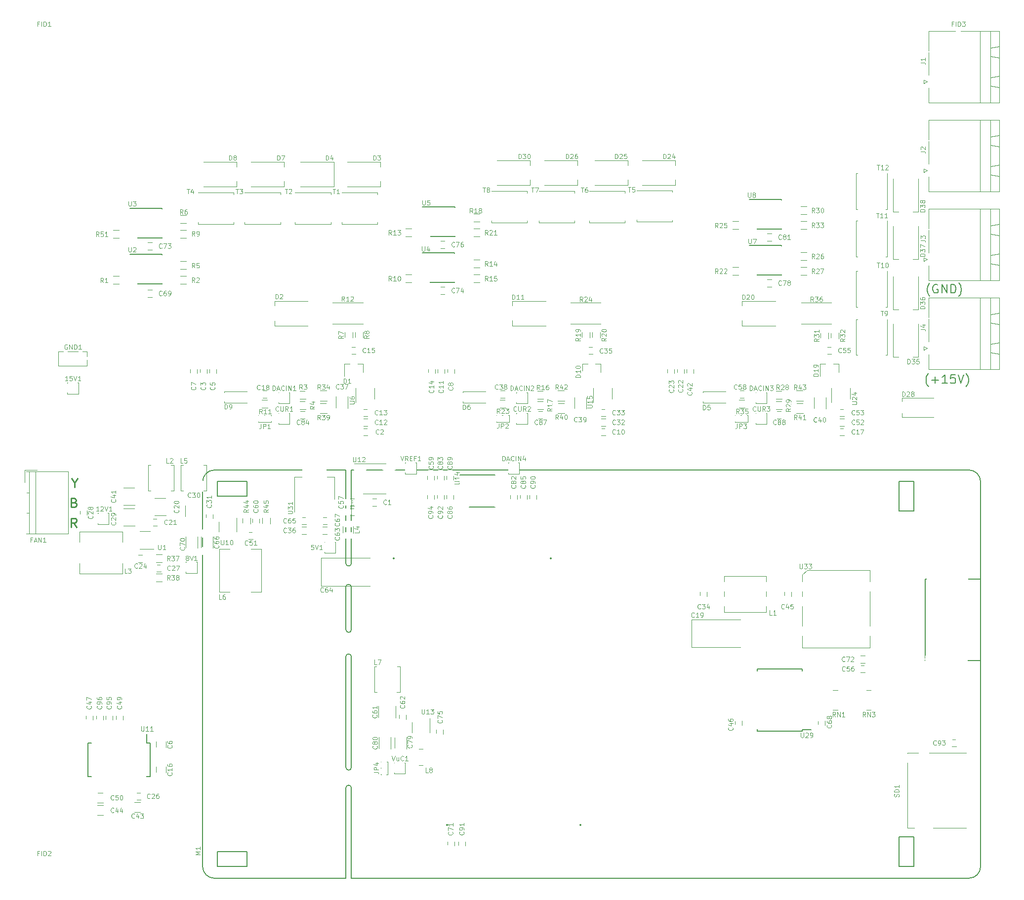
<source format=gbr>
%TF.GenerationSoftware,KiCad,Pcbnew,(5.1.12)-1*%
%TF.CreationDate,2023-01-04T10:21:47+01:00*%
%TF.ProjectId,current3Av2,63757272-656e-4743-9341-76322e6b6963,1.0*%
%TF.SameCoordinates,Original*%
%TF.FileFunction,Legend,Top*%
%TF.FilePolarity,Positive*%
%FSLAX46Y46*%
G04 Gerber Fmt 4.6, Leading zero omitted, Abs format (unit mm)*
G04 Created by KiCad (PCBNEW (5.1.12)-1) date 2023-01-04 10:21:47*
%MOMM*%
%LPD*%
G01*
G04 APERTURE LIST*
%ADD10C,0.254000*%
%ADD11C,0.200000*%
%ADD12C,0.120000*%
%ADD13C,0.150000*%
%ADD14C,0.127000*%
%ADD15C,7.400000*%
%ADD16C,0.100000*%
%ADD17C,2.800000*%
%ADD18C,2.000000*%
%ADD19O,7.400000X3.900000*%
%ADD20C,1.930000*%
%ADD21C,3.600000*%
%ADD22C,1.924000*%
%ADD23C,1.000000*%
%ADD24C,2.400000*%
%ADD25C,6.800000*%
%ADD26C,1.200000*%
%ADD27O,4.000000X2.480000*%
%ADD28O,2.127200X2.127200*%
%ADD29O,2.200000X2.200000*%
G04 APERTURE END LIST*
D10*
X9017000Y-80989714D02*
X9017000Y-81715428D01*
X8509000Y-80191428D02*
X9017000Y-80989714D01*
X9525000Y-80191428D01*
X8998857Y-84346142D02*
X9216571Y-84418714D01*
X9289142Y-84491285D01*
X9361714Y-84636428D01*
X9361714Y-84854142D01*
X9289142Y-84999285D01*
X9216571Y-85071857D01*
X9071428Y-85144428D01*
X8490857Y-85144428D01*
X8490857Y-83620428D01*
X8998857Y-83620428D01*
X9144000Y-83693000D01*
X9216571Y-83765571D01*
X9289142Y-83910714D01*
X9289142Y-84055857D01*
X9216571Y-84201000D01*
X9144000Y-84273571D01*
X8998857Y-84346142D01*
X8490857Y-84346142D01*
D11*
X155615000Y-49002000D02*
X155543571Y-48930571D01*
X155400714Y-48716285D01*
X155329285Y-48573428D01*
X155257857Y-48359142D01*
X155186428Y-48002000D01*
X155186428Y-47716285D01*
X155257857Y-47359142D01*
X155329285Y-47144857D01*
X155400714Y-47002000D01*
X155543571Y-46787714D01*
X155615000Y-46716285D01*
X156972142Y-47002000D02*
X156829285Y-46930571D01*
X156615000Y-46930571D01*
X156400714Y-47002000D01*
X156257857Y-47144857D01*
X156186428Y-47287714D01*
X156115000Y-47573428D01*
X156115000Y-47787714D01*
X156186428Y-48073428D01*
X156257857Y-48216285D01*
X156400714Y-48359142D01*
X156615000Y-48430571D01*
X156757857Y-48430571D01*
X156972142Y-48359142D01*
X157043571Y-48287714D01*
X157043571Y-47787714D01*
X156757857Y-47787714D01*
X157686428Y-48430571D02*
X157686428Y-46930571D01*
X158543571Y-48430571D01*
X158543571Y-46930571D01*
X159257857Y-48430571D02*
X159257857Y-46930571D01*
X159615000Y-46930571D01*
X159829285Y-47002000D01*
X159972142Y-47144857D01*
X160043571Y-47287714D01*
X160115000Y-47573428D01*
X160115000Y-47787714D01*
X160043571Y-48073428D01*
X159972142Y-48216285D01*
X159829285Y-48359142D01*
X159615000Y-48430571D01*
X159257857Y-48430571D01*
X160615000Y-49002000D02*
X160686428Y-48930571D01*
X160829285Y-48716285D01*
X160900714Y-48573428D01*
X160972142Y-48359142D01*
X161043571Y-48002000D01*
X161043571Y-47716285D01*
X160972142Y-47359142D01*
X160900714Y-47144857D01*
X160829285Y-47002000D01*
X160686428Y-46787714D01*
X160615000Y-46716285D01*
D10*
X9361714Y-88573428D02*
X8853714Y-87847714D01*
X8490857Y-88573428D02*
X8490857Y-87049428D01*
X9071428Y-87049428D01*
X9216571Y-87122000D01*
X9289142Y-87194571D01*
X9361714Y-87339714D01*
X9361714Y-87557428D01*
X9289142Y-87702571D01*
X9216571Y-87775142D01*
X9071428Y-87847714D01*
X8490857Y-87847714D01*
D11*
X155408714Y-64496000D02*
X155337285Y-64424571D01*
X155194428Y-64210285D01*
X155123000Y-64067428D01*
X155051571Y-63853142D01*
X154980142Y-63496000D01*
X154980142Y-63210285D01*
X155051571Y-62853142D01*
X155123000Y-62638857D01*
X155194428Y-62496000D01*
X155337285Y-62281714D01*
X155408714Y-62210285D01*
X155980142Y-63353142D02*
X157123000Y-63353142D01*
X156551571Y-63924571D02*
X156551571Y-62781714D01*
X158623000Y-63924571D02*
X157765857Y-63924571D01*
X158194428Y-63924571D02*
X158194428Y-62424571D01*
X158051571Y-62638857D01*
X157908714Y-62781714D01*
X157765857Y-62853142D01*
X159980142Y-62424571D02*
X159265857Y-62424571D01*
X159194428Y-63138857D01*
X159265857Y-63067428D01*
X159408714Y-62996000D01*
X159765857Y-62996000D01*
X159908714Y-63067428D01*
X159980142Y-63138857D01*
X160051571Y-63281714D01*
X160051571Y-63638857D01*
X159980142Y-63781714D01*
X159908714Y-63853142D01*
X159765857Y-63924571D01*
X159408714Y-63924571D01*
X159265857Y-63853142D01*
X159194428Y-63781714D01*
X160480142Y-62424571D02*
X160980142Y-63924571D01*
X161480142Y-62424571D01*
X161837285Y-64496000D02*
X161908714Y-64424571D01*
X162051571Y-64210285D01*
X162123000Y-64067428D01*
X162194428Y-63853142D01*
X162265857Y-63496000D01*
X162265857Y-63210285D01*
X162194428Y-62853142D01*
X162123000Y-62638857D01*
X162051571Y-62496000D01*
X161908714Y-62281714D01*
X161837285Y-62210285D01*
D12*
X30033000Y-94554000D02*
X30033000Y-96454000D01*
X30033000Y-96454000D02*
X28133000Y-96454000D01*
X28133000Y-96454000D02*
X28133000Y-94554000D01*
X28133000Y-94554000D02*
X30033000Y-94554000D01*
X148054000Y-42176000D02*
X148354000Y-42176000D01*
X143284000Y-42176000D02*
X142984000Y-42176000D01*
X143334000Y-36056000D02*
X142984000Y-36056000D01*
X148354000Y-42176000D02*
X148354000Y-36056000D01*
X142984000Y-42176000D02*
X142984000Y-36056000D01*
X149361000Y-59430000D02*
X153661000Y-59430000D01*
X153661000Y-59430000D02*
X153661000Y-53730000D01*
X149361000Y-59430000D02*
X149361000Y-53730000D01*
X149361000Y-51302000D02*
X153661000Y-51302000D01*
X153661000Y-51302000D02*
X153661000Y-45602000D01*
X149361000Y-51302000D02*
X149361000Y-45602000D01*
X149361000Y-34538000D02*
X153661000Y-34538000D01*
X153661000Y-34538000D02*
X153661000Y-28838000D01*
X149361000Y-34538000D02*
X149361000Y-28838000D01*
X138080000Y-57693000D02*
X138780000Y-57693000D01*
X138780000Y-58893000D02*
X138080000Y-58893000D01*
X140010000Y-60581000D02*
X140010000Y-62041000D01*
X136850000Y-60581000D02*
X136850000Y-62741000D01*
X136850000Y-60581000D02*
X137780000Y-60581000D01*
X140010000Y-60581000D02*
X139080000Y-60581000D01*
X129294000Y-65233000D02*
X130294000Y-65233000D01*
X130294000Y-66593000D02*
X129294000Y-66593000D01*
X135759000Y-66310000D02*
X135759000Y-68310000D01*
X137799000Y-68310000D02*
X137799000Y-66310000D01*
X122217000Y-70567000D02*
X122217000Y-69387000D01*
X124417000Y-69387000D02*
X124417000Y-70567000D01*
X124417000Y-69387000D02*
X122217000Y-69387000D01*
X122217000Y-70567000D02*
X124417000Y-70567000D01*
X148054000Y-50812000D02*
X148354000Y-50812000D01*
X143284000Y-50812000D02*
X142984000Y-50812000D01*
X143334000Y-44692000D02*
X142984000Y-44692000D01*
X148354000Y-50812000D02*
X148354000Y-44692000D01*
X142984000Y-50812000D02*
X142984000Y-44692000D01*
X138725000Y-64759000D02*
X138725000Y-67209000D01*
X141945000Y-66559000D02*
X141945000Y-64759000D01*
X127793000Y-46136000D02*
X128493000Y-46136000D01*
X128493000Y-47336000D02*
X127793000Y-47336000D01*
X127793000Y-38262000D02*
X128493000Y-38262000D01*
X128493000Y-39462000D02*
X127793000Y-39462000D01*
X133485000Y-33610000D02*
X134485000Y-33610000D01*
X134485000Y-34970000D02*
X133485000Y-34970000D01*
X133485000Y-36150000D02*
X134485000Y-36150000D01*
X134485000Y-37510000D02*
X133485000Y-37510000D01*
D13*
X126068000Y-32400000D02*
X124668000Y-32400000D01*
X126068000Y-37500000D02*
X130218000Y-37500000D01*
X126068000Y-32350000D02*
X130218000Y-32350000D01*
X126068000Y-37500000D02*
X126068000Y-37355000D01*
X130218000Y-37500000D02*
X130218000Y-37355000D01*
X130218000Y-32350000D02*
X130218000Y-32495000D01*
X126068000Y-32350000D02*
X126068000Y-32400000D01*
D12*
X33366000Y-61499000D02*
X33366000Y-62199000D01*
X32166000Y-62199000D02*
X32166000Y-61499000D01*
X24726000Y-126357000D02*
X24726000Y-125357000D01*
X23026000Y-125357000D02*
X23026000Y-126357000D01*
X58578000Y-70012000D02*
X59278000Y-70012000D01*
X59278000Y-71212000D02*
X58578000Y-71212000D01*
X57246000Y-58893000D02*
X56546000Y-58893000D01*
X56546000Y-57693000D02*
X57246000Y-57693000D01*
X23026000Y-129675000D02*
X23026000Y-130675000D01*
X24726000Y-130675000D02*
X24726000Y-129675000D01*
X23210000Y-88357000D02*
X22510000Y-88357000D01*
X22510000Y-87157000D02*
X23210000Y-87157000D01*
X100045000Y-71212000D02*
X99345000Y-71212000D01*
X99345000Y-70012000D02*
X100045000Y-70012000D01*
X99345000Y-68361000D02*
X100045000Y-68361000D01*
X100045000Y-69561000D02*
X99345000Y-69561000D01*
X53844000Y-66183000D02*
X53844000Y-68183000D01*
X55884000Y-68183000D02*
X55884000Y-66183000D01*
X17415000Y-84792000D02*
X19415000Y-84792000D01*
X19415000Y-81832000D02*
X17415000Y-81832000D01*
X12962000Y-138010000D02*
X13962000Y-138010000D01*
X13962000Y-136310000D02*
X12962000Y-136310000D01*
X38893000Y-89443000D02*
X39593000Y-89443000D01*
X39593000Y-90643000D02*
X38893000Y-90643000D01*
X140239000Y-70012000D02*
X140939000Y-70012000D01*
X140939000Y-71212000D02*
X140239000Y-71212000D01*
X140239000Y-68361000D02*
X140939000Y-68361000D01*
X140939000Y-69561000D02*
X140239000Y-69561000D01*
X39532000Y-87853000D02*
X39532000Y-87153000D01*
X40732000Y-87153000D02*
X40732000Y-87853000D01*
X48037000Y-86903000D02*
X48737000Y-86903000D01*
X48737000Y-88103000D02*
X48037000Y-88103000D01*
X22321000Y-49114000D02*
X21621000Y-49114000D01*
X21621000Y-47914000D02*
X22321000Y-47914000D01*
X28063000Y-90186000D02*
X28063000Y-92186000D01*
X30103000Y-92186000D02*
X30103000Y-90186000D01*
X72486000Y-48606000D02*
X71786000Y-48606000D01*
X71786000Y-47406000D02*
X72486000Y-47406000D01*
X63877000Y-124603000D02*
X63877000Y-126603000D01*
X65917000Y-126603000D02*
X65917000Y-124603000D01*
X61210000Y-124603000D02*
X61210000Y-126603000D01*
X63250000Y-126603000D02*
X63250000Y-124603000D01*
X83728000Y-83789000D02*
X83728000Y-83089000D01*
X84928000Y-83089000D02*
X84928000Y-83789000D01*
X71155000Y-80487000D02*
X71155000Y-79787000D01*
X72355000Y-79787000D02*
X72355000Y-80487000D01*
X76038000Y-142525000D02*
X76038000Y-143225000D01*
X74838000Y-143225000D02*
X74838000Y-142525000D01*
X72355000Y-83089000D02*
X72355000Y-83789000D01*
X71155000Y-83789000D02*
X71155000Y-83089000D01*
X160154000Y-126203000D02*
X159454000Y-126203000D01*
X159454000Y-125003000D02*
X160154000Y-125003000D01*
X14386000Y-121635000D02*
X14386000Y-120935000D01*
X15586000Y-120935000D02*
X15586000Y-121635000D01*
X58476000Y-60581000D02*
X57546000Y-60581000D01*
X55316000Y-60581000D02*
X56246000Y-60581000D01*
X55316000Y-60581000D02*
X55316000Y-62741000D01*
X58476000Y-60581000D02*
X58476000Y-62041000D01*
X53461000Y-30217000D02*
X53461000Y-25917000D01*
X53461000Y-25917000D02*
X47761000Y-25917000D01*
X53461000Y-30217000D02*
X47761000Y-30217000D01*
X75601000Y-65294000D02*
X79501000Y-65294000D01*
X75601000Y-67294000D02*
X79501000Y-67294000D01*
X75601000Y-65294000D02*
X75601000Y-67294000D01*
X44952000Y-30217000D02*
X39252000Y-30217000D01*
X44952000Y-25917000D02*
X39252000Y-25917000D01*
X44952000Y-30217000D02*
X44952000Y-25917000D01*
X34707000Y-65294000D02*
X34707000Y-67294000D01*
X34707000Y-67294000D02*
X38607000Y-67294000D01*
X34707000Y-65294000D02*
X38607000Y-65294000D01*
X84080000Y-49793000D02*
X89780000Y-49793000D01*
X84080000Y-54093000D02*
X89780000Y-54093000D01*
X84080000Y-49793000D02*
X84080000Y-54093000D01*
X123450000Y-49793000D02*
X123450000Y-54093000D01*
X123450000Y-54093000D02*
X129150000Y-54093000D01*
X123450000Y-49793000D02*
X129150000Y-49793000D01*
X95244000Y-29963000D02*
X89544000Y-29963000D01*
X95244000Y-25663000D02*
X89544000Y-25663000D01*
X95244000Y-29963000D02*
X95244000Y-25663000D01*
X87116000Y-29963000D02*
X81416000Y-29963000D01*
X87116000Y-25663000D02*
X81416000Y-25663000D01*
X87116000Y-29963000D02*
X87116000Y-25663000D01*
X149361000Y-42666000D02*
X153661000Y-42666000D01*
X153661000Y-42666000D02*
X153661000Y-36966000D01*
X149361000Y-42666000D02*
X149361000Y-36966000D01*
X44008000Y-67371000D02*
X44008000Y-65471000D01*
X45908000Y-67371000D02*
X44008000Y-67371000D01*
X45908000Y-65471000D02*
X45908000Y-67371000D01*
X44008000Y-65471000D02*
X45908000Y-65471000D01*
X125796000Y-67371000D02*
X125796000Y-65471000D01*
X127696000Y-67371000D02*
X125796000Y-67371000D01*
X127696000Y-65471000D02*
X127696000Y-67371000D01*
X125796000Y-65471000D02*
X127696000Y-65471000D01*
X505000Y-78809000D02*
X505000Y-80899000D01*
X2595000Y-78809000D02*
X505000Y-78809000D01*
X1245000Y-86149000D02*
X845000Y-86149000D01*
X1245000Y-82649000D02*
X845000Y-82649000D01*
X7945000Y-89749000D02*
X745000Y-89749000D01*
X7945000Y-79049000D02*
X7945000Y-89749000D01*
X745000Y-79049000D02*
X7945000Y-79049000D01*
X1245000Y-79049000D02*
X1245000Y-89749000D01*
X2345000Y-79049000D02*
X2345000Y-89749000D01*
X155540000Y-127343000D02*
X161840000Y-127343000D01*
X156240000Y-140213000D02*
X161840000Y-140213000D01*
X151830000Y-127343000D02*
X153640000Y-127343000D01*
X151830000Y-140213000D02*
X151830000Y-128953000D01*
X152990000Y-140213000D02*
X151830000Y-140213000D01*
X151830000Y-127453000D02*
X151830000Y-127343000D01*
X120352000Y-100676000D02*
X120352000Y-99476000D01*
X127952000Y-100676000D02*
X127552000Y-100676000D01*
X127552000Y-100676000D02*
X127552000Y-99476000D01*
X127552000Y-101976000D02*
X127952000Y-101976000D01*
X127552000Y-103176000D02*
X120352000Y-103176000D01*
X127552000Y-103176000D02*
X127552000Y-101976000D01*
X120352000Y-103176000D02*
X120352000Y-101976000D01*
X127552000Y-96976000D02*
X127552000Y-98176000D01*
X120352000Y-96976000D02*
X120352000Y-98176000D01*
X120352000Y-96976000D02*
X127552000Y-96976000D01*
X21676000Y-82337000D02*
X21676000Y-77937000D01*
X21676000Y-77937000D02*
X26076000Y-77937000D01*
X26076000Y-77937000D02*
X26076000Y-82337000D01*
X26076000Y-82337000D02*
X21676000Y-82337000D01*
X35615000Y-99687000D02*
X33865000Y-99687000D01*
X33865000Y-99687000D02*
X33865000Y-96012000D01*
X35615000Y-92337000D02*
X33865000Y-92337000D01*
X33865000Y-92337000D02*
X33865000Y-96012000D01*
X39315000Y-92337000D02*
X41065000Y-92337000D01*
X41065000Y-92337000D02*
X41065000Y-96012000D01*
X39315000Y-99687000D02*
X41065000Y-99687000D01*
X41065000Y-99687000D02*
X41065000Y-96012000D01*
X68053000Y-126616000D02*
X68853000Y-126616000D01*
X68053000Y-129416000D02*
X68853000Y-129416000D01*
D13*
X38608000Y-83312000D02*
X38608000Y-80772000D01*
X33528000Y-83312000D02*
X38608000Y-83312000D01*
X33528000Y-80772000D02*
X33528000Y-83312000D01*
X38608000Y-80772000D02*
X33528000Y-80772000D01*
X38608000Y-144272000D02*
X38608000Y-146812000D01*
X33528000Y-144272000D02*
X38608000Y-144272000D01*
X33528000Y-146812000D02*
X33528000Y-144272000D01*
X38608000Y-146812000D02*
X33528000Y-146812000D01*
X150368000Y-80772000D02*
X150368000Y-85852000D01*
X152908000Y-80772000D02*
X150368000Y-80772000D01*
X152908000Y-85852000D02*
X152908000Y-80772000D01*
X150368000Y-85852000D02*
X152908000Y-85852000D01*
X150368000Y-141732000D02*
X150368000Y-146812000D01*
X152908000Y-141732000D02*
X150368000Y-141732000D01*
X152908000Y-146812000D02*
X152908000Y-141732000D01*
X150368000Y-146812000D02*
X152908000Y-146812000D01*
D14*
X55553000Y-94792800D02*
X55553000Y-78792000D01*
X55553000Y-106172000D02*
X55553000Y-98856800D01*
X55553000Y-129794000D02*
X55553000Y-110794800D01*
X55553000Y-148792000D02*
X55553000Y-133299200D01*
X56493000Y-94792800D02*
X56493000Y-78792000D01*
X56493000Y-106172000D02*
X56493000Y-98856800D01*
X56493000Y-129794000D02*
X56493000Y-110794800D01*
X56493000Y-148792000D02*
X56493000Y-133299200D01*
D11*
X90773000Y-93952000D02*
G75*
G03*
X90773000Y-93952000I-100000J0D01*
G01*
X63849000Y-93952000D02*
G75*
G03*
X63849000Y-93952000I-100000J0D01*
G01*
X95853000Y-139672000D02*
G75*
G03*
X95853000Y-139672000I-100000J0D01*
G01*
X72993000Y-139672000D02*
G75*
G03*
X72993000Y-139672000I-100000J0D01*
G01*
D14*
X32993000Y-148792000D02*
X55553000Y-148792000D01*
X30993000Y-80792000D02*
X30993000Y-146792000D01*
X55553000Y-78792000D02*
X32993000Y-78792000D01*
X162333000Y-78792000D02*
X56493000Y-78792000D01*
X164333000Y-146792000D02*
X164333000Y-80792000D01*
X56493000Y-148792000D02*
X162333000Y-148792000D01*
D13*
X164325300Y-111480600D02*
X154838400Y-111480600D01*
X154838400Y-111480600D02*
X154838400Y-97472500D01*
X154838400Y-97472500D02*
X164325300Y-97472500D01*
D14*
X55553000Y-133299199D02*
G75*
G02*
X56493000Y-133299200I470000J-7462D01*
G01*
X56493000Y-129794001D02*
G75*
G02*
X55553000Y-129794000I-470000J7462D01*
G01*
X55553000Y-110794799D02*
G75*
G02*
X56493000Y-110794800I470000J-7462D01*
G01*
X56493000Y-106172001D02*
G75*
G02*
X55553000Y-106172000I-470000J7462D01*
G01*
X55553000Y-98856799D02*
G75*
G02*
X56493000Y-98856800I470000J-7462D01*
G01*
X56493000Y-94792801D02*
G75*
G02*
X55553000Y-94792800I-470000J7462D01*
G01*
X30993000Y-146792000D02*
G75*
G03*
X32993000Y-148792000I2000000J0D01*
G01*
X32993000Y-78792000D02*
G75*
G03*
X30993000Y-80792000I0J-2000000D01*
G01*
X164333000Y-80792000D02*
G75*
G03*
X162333000Y-78792000I-2000000J0D01*
G01*
X162333000Y-148792000D02*
G75*
G03*
X164333000Y-146792000I0J2000000D01*
G01*
D12*
X27186000Y-35134000D02*
X28186000Y-35134000D01*
X28186000Y-36494000D02*
X27186000Y-36494000D01*
X56687000Y-55126000D02*
X56687000Y-56126000D01*
X55327000Y-56126000D02*
X55327000Y-55126000D01*
X65794000Y-45294000D02*
X66794000Y-45294000D01*
X66794000Y-46654000D02*
X65794000Y-46654000D01*
X41156000Y-66757000D02*
X42156000Y-66757000D01*
X42156000Y-68117000D02*
X41156000Y-68117000D01*
X65794000Y-37420000D02*
X66794000Y-37420000D01*
X66794000Y-38780000D02*
X65794000Y-38780000D01*
X77478000Y-42754000D02*
X78478000Y-42754000D01*
X78478000Y-44114000D02*
X77478000Y-44114000D01*
X88400000Y-67011000D02*
X89400000Y-67011000D01*
X89400000Y-68371000D02*
X88400000Y-68371000D01*
X95967000Y-56126000D02*
X95967000Y-55126000D01*
X97327000Y-55126000D02*
X97327000Y-56126000D01*
X77478000Y-37420000D02*
X78478000Y-37420000D01*
X78478000Y-38780000D02*
X77478000Y-38780000D01*
X122801000Y-45384000D02*
X121801000Y-45384000D01*
X121801000Y-44024000D02*
X122801000Y-44024000D01*
X82923000Y-68117000D02*
X81923000Y-68117000D01*
X81923000Y-66757000D02*
X82923000Y-66757000D01*
X134485000Y-42844000D02*
X133485000Y-42844000D01*
X133485000Y-41484000D02*
X134485000Y-41484000D01*
X133485000Y-44024000D02*
X134485000Y-44024000D01*
X134485000Y-45384000D02*
X133485000Y-45384000D01*
X122944000Y-66757000D02*
X123944000Y-66757000D01*
X123944000Y-68117000D02*
X122944000Y-68117000D01*
X91856000Y-67319000D02*
X93056000Y-67319000D01*
X93056000Y-69079000D02*
X91856000Y-69079000D01*
X133950000Y-69079000D02*
X132750000Y-69079000D01*
X132750000Y-67319000D02*
X133950000Y-67319000D01*
X91856000Y-65160000D02*
X93056000Y-65160000D01*
X93056000Y-66920000D02*
X91856000Y-66920000D01*
X37801000Y-88003000D02*
X37801000Y-87003000D01*
X39161000Y-87003000D02*
X39161000Y-88003000D01*
X41230000Y-88003000D02*
X41230000Y-87003000D01*
X42590000Y-87003000D02*
X42590000Y-88003000D01*
X139046000Y-119957000D02*
X139846000Y-119957000D01*
X139046000Y-116517000D02*
X139846000Y-116517000D01*
X144761000Y-119957000D02*
X145561000Y-119957000D01*
X144761000Y-116517000D02*
X145561000Y-116517000D01*
X60972000Y-36594000D02*
X54852000Y-36594000D01*
X60972000Y-31224000D02*
X54852000Y-31224000D01*
X54852000Y-36244000D02*
X54852000Y-36594000D01*
X60972000Y-36294000D02*
X60972000Y-36594000D01*
X60972000Y-31524000D02*
X60972000Y-31224000D01*
X52971000Y-31524000D02*
X52971000Y-31224000D01*
X52971000Y-36294000D02*
X52971000Y-36594000D01*
X46851000Y-36244000D02*
X46851000Y-36594000D01*
X52971000Y-31224000D02*
X46851000Y-31224000D01*
X52971000Y-36594000D02*
X46851000Y-36594000D01*
X44335000Y-36594000D02*
X38215000Y-36594000D01*
X44335000Y-31224000D02*
X38215000Y-31224000D01*
X38215000Y-36244000D02*
X38215000Y-36594000D01*
X44335000Y-36294000D02*
X44335000Y-36594000D01*
X44335000Y-31524000D02*
X44335000Y-31224000D01*
X36334000Y-31524000D02*
X36334000Y-31224000D01*
X36334000Y-36294000D02*
X36334000Y-36594000D01*
X30214000Y-36244000D02*
X30214000Y-36594000D01*
X36334000Y-31224000D02*
X30214000Y-31224000D01*
X36334000Y-36594000D02*
X30214000Y-36594000D01*
X111518000Y-36213000D02*
X105398000Y-36213000D01*
X111518000Y-30843000D02*
X105398000Y-30843000D01*
X105398000Y-35863000D02*
X105398000Y-36213000D01*
X111518000Y-35913000D02*
X111518000Y-36213000D01*
X111518000Y-31143000D02*
X111518000Y-30843000D01*
X103390000Y-31270000D02*
X103390000Y-30970000D01*
X103390000Y-36040000D02*
X103390000Y-36340000D01*
X97270000Y-35990000D02*
X97270000Y-36340000D01*
X103390000Y-30970000D02*
X97270000Y-30970000D01*
X103390000Y-36340000D02*
X97270000Y-36340000D01*
X94754000Y-36340000D02*
X88634000Y-36340000D01*
X94754000Y-30970000D02*
X88634000Y-30970000D01*
X88634000Y-35990000D02*
X88634000Y-36340000D01*
X94754000Y-36040000D02*
X94754000Y-36340000D01*
X94754000Y-31270000D02*
X94754000Y-30970000D01*
X86626000Y-31270000D02*
X86626000Y-30970000D01*
X86626000Y-36040000D02*
X86626000Y-36340000D01*
X80506000Y-35990000D02*
X80506000Y-36340000D01*
X86626000Y-30970000D02*
X80506000Y-30970000D01*
X86626000Y-36340000D02*
X80506000Y-36340000D01*
D13*
X19896000Y-41798000D02*
X18496000Y-41798000D01*
X19896000Y-46898000D02*
X24046000Y-46898000D01*
X19896000Y-41748000D02*
X24046000Y-41748000D01*
X19896000Y-46898000D02*
X19896000Y-46753000D01*
X24046000Y-46898000D02*
X24046000Y-46753000D01*
X24046000Y-41748000D02*
X24046000Y-41893000D01*
X19896000Y-41748000D02*
X19896000Y-41798000D01*
X70038501Y-41544000D02*
X68638501Y-41544000D01*
X70038501Y-46644000D02*
X74188501Y-46644000D01*
X70038501Y-41494000D02*
X74188501Y-41494000D01*
X70038501Y-46644000D02*
X70038501Y-46499000D01*
X74188501Y-46644000D02*
X74188501Y-46499000D01*
X74188501Y-41494000D02*
X74188501Y-41639000D01*
X70038501Y-41494000D02*
X70038501Y-41544000D01*
D12*
X57191000Y-64759000D02*
X57191000Y-67209000D01*
X60411000Y-66559000D02*
X60411000Y-64759000D01*
X36816000Y-89399000D02*
X36816000Y-86969000D01*
X33746000Y-87639000D02*
X33746000Y-89399000D01*
D13*
X76667000Y-85148000D02*
X81067000Y-85148000D01*
X75092000Y-79623000D02*
X81067000Y-79623000D01*
D12*
X101178000Y-66559000D02*
X101178000Y-64759000D01*
X97958000Y-64759000D02*
X97958000Y-67209000D01*
D13*
X133796000Y-123562000D02*
X133796000Y-123287000D01*
X126046000Y-123562000D02*
X126046000Y-123207000D01*
X126046000Y-112912000D02*
X126046000Y-113267000D01*
X133796000Y-112912000D02*
X133796000Y-113267000D01*
X133796000Y-123562000D02*
X126046000Y-123562000D01*
X133796000Y-112912000D02*
X126046000Y-112912000D01*
X133796000Y-123287000D02*
X135321000Y-123287000D01*
D12*
X65720000Y-128971000D02*
X65720000Y-130871000D01*
X65720000Y-130871000D02*
X63820000Y-130871000D01*
X63820000Y-130871000D02*
X63820000Y-128971000D01*
X63820000Y-128971000D02*
X65720000Y-128971000D01*
X14920000Y-86172000D02*
X14920000Y-88072000D01*
X13020000Y-86172000D02*
X14920000Y-86172000D01*
X13020000Y-88072000D02*
X13020000Y-86172000D01*
X14920000Y-88072000D02*
X13020000Y-88072000D01*
X7813000Y-63820000D02*
X9713000Y-63820000D01*
X9713000Y-63820000D02*
X9713000Y-65720000D01*
X9713000Y-65720000D02*
X7813000Y-65720000D01*
X7813000Y-65720000D02*
X7813000Y-63820000D01*
X51882000Y-93025000D02*
X51882000Y-91125000D01*
X53782000Y-93025000D02*
X51882000Y-93025000D01*
X53782000Y-91125000D02*
X53782000Y-93025000D01*
X51882000Y-91125000D02*
X53782000Y-91125000D01*
X60802000Y-84928000D02*
X60102000Y-84928000D01*
X60102000Y-83728000D02*
X60802000Y-83728000D01*
X74133000Y-61499000D02*
X74133000Y-62199000D01*
X72933000Y-62199000D02*
X72933000Y-61499000D01*
X59278000Y-69561000D02*
X58578000Y-69561000D01*
X58578000Y-68361000D02*
X59278000Y-68361000D01*
X41306000Y-65186000D02*
X42006000Y-65186000D01*
X42006000Y-66386000D02*
X41306000Y-66386000D01*
X22749000Y-86570000D02*
X24749000Y-86570000D01*
X24749000Y-83610000D02*
X22749000Y-83610000D01*
X19970000Y-93380000D02*
X20670000Y-93380000D01*
X20670000Y-94580000D02*
X19970000Y-94580000D01*
X19716000Y-134147000D02*
X20416000Y-134147000D01*
X20416000Y-135347000D02*
X19716000Y-135347000D01*
X23145000Y-95031000D02*
X23845000Y-95031000D01*
X23845000Y-96231000D02*
X23145000Y-96231000D01*
X17415000Y-88348000D02*
X19415000Y-88348000D01*
X19415000Y-85388000D02*
X17415000Y-85388000D01*
X27984000Y-84852000D02*
X27984000Y-86852000D01*
X30944000Y-86852000D02*
X30944000Y-84852000D01*
X31531000Y-87091000D02*
X31531000Y-86391000D01*
X32731000Y-86391000D02*
X32731000Y-87091000D01*
X97186000Y-57693000D02*
X97886000Y-57693000D01*
X97886000Y-58893000D02*
X97186000Y-58893000D01*
X82073000Y-65186000D02*
X82773000Y-65186000D01*
X82773000Y-66386000D02*
X82073000Y-66386000D01*
X96778000Y-68310000D02*
X96778000Y-66310000D01*
X94738000Y-66310000D02*
X94738000Y-68310000D01*
X115154000Y-61499000D02*
X115154000Y-62199000D01*
X113954000Y-62199000D02*
X113954000Y-61499000D01*
X19312000Y-137502000D02*
X20312000Y-137502000D01*
X20312000Y-135802000D02*
X19312000Y-135802000D01*
X122209000Y-122524000D02*
X122209000Y-121824000D01*
X123409000Y-121824000D02*
X123409000Y-122524000D01*
X12157000Y-120935000D02*
X12157000Y-121635000D01*
X10957000Y-121635000D02*
X10957000Y-120935000D01*
X17364000Y-120935000D02*
X17364000Y-121635000D01*
X16164000Y-121635000D02*
X16164000Y-120935000D01*
X13962000Y-134151000D02*
X12962000Y-134151000D01*
X12962000Y-135851000D02*
X13962000Y-135851000D01*
X56292000Y-83728000D02*
X56992000Y-83728000D01*
X56992000Y-84928000D02*
X56292000Y-84928000D01*
X123794000Y-66386000D02*
X123094000Y-66386000D01*
X123094000Y-65186000D02*
X123794000Y-65186000D01*
X69504000Y-80487000D02*
X69504000Y-79787000D01*
X70704000Y-79787000D02*
X70704000Y-80487000D01*
X64091000Y-121269000D02*
X64091000Y-119269000D01*
X61131000Y-119269000D02*
X61131000Y-121269000D01*
X65878000Y-120808000D02*
X65878000Y-121508000D01*
X64678000Y-121508000D02*
X64678000Y-120808000D01*
X32770000Y-92186000D02*
X32770000Y-90186000D01*
X30730000Y-90186000D02*
X30730000Y-92186000D01*
X52305000Y-88103000D02*
X51605000Y-88103000D01*
X51605000Y-86903000D02*
X52305000Y-86903000D01*
X137633000Y-121824000D02*
X137633000Y-122524000D01*
X136433000Y-122524000D02*
X136433000Y-121824000D01*
X144495000Y-111852000D02*
X143795000Y-111852000D01*
X143795000Y-110652000D02*
X144495000Y-110652000D01*
X22321000Y-40986000D02*
X21621000Y-40986000D01*
X21621000Y-39786000D02*
X22321000Y-39786000D01*
X71028000Y-124048000D02*
X71028000Y-123348000D01*
X72228000Y-123348000D02*
X72228000Y-124048000D01*
X72486000Y-40732000D02*
X71786000Y-40732000D01*
X71786000Y-39532000D02*
X72486000Y-39532000D01*
X47783000Y-68742000D02*
X48483000Y-68742000D01*
X48483000Y-69942000D02*
X47783000Y-69942000D01*
X86579000Y-83089000D02*
X86579000Y-83789000D01*
X85379000Y-83789000D02*
X85379000Y-83089000D01*
X74006000Y-83089000D02*
X74006000Y-83789000D01*
X72806000Y-83789000D02*
X72806000Y-83089000D01*
X89250000Y-69942000D02*
X88550000Y-69942000D01*
X88550000Y-68742000D02*
X89250000Y-68742000D01*
X130144000Y-69942000D02*
X129444000Y-69942000D01*
X129444000Y-68742000D02*
X130144000Y-68742000D01*
X74006000Y-79787000D02*
X74006000Y-80487000D01*
X72806000Y-80487000D02*
X72806000Y-79787000D01*
X87030000Y-83789000D02*
X87030000Y-83089000D01*
X88230000Y-83089000D02*
X88230000Y-83789000D01*
X69504000Y-83789000D02*
X69504000Y-83089000D01*
X70704000Y-83089000D02*
X70704000Y-83789000D01*
X12735000Y-121635000D02*
X12735000Y-120935000D01*
X13935000Y-120935000D02*
X13935000Y-121635000D01*
X44008000Y-69027000D02*
X45908000Y-69027000D01*
X45908000Y-69027000D02*
X45908000Y-70927000D01*
X45908000Y-70927000D02*
X44008000Y-70927000D01*
X44008000Y-70927000D02*
X44008000Y-69027000D01*
X84775000Y-69027000D02*
X86675000Y-69027000D01*
X86675000Y-69027000D02*
X86675000Y-70927000D01*
X86675000Y-70927000D02*
X84775000Y-70927000D01*
X84775000Y-70927000D02*
X84775000Y-69027000D01*
X125796000Y-69027000D02*
X127696000Y-69027000D01*
X127696000Y-69027000D02*
X127696000Y-70927000D01*
X127696000Y-70927000D02*
X125796000Y-70927000D01*
X125796000Y-70927000D02*
X125796000Y-69027000D01*
X43313000Y-49793000D02*
X49013000Y-49793000D01*
X43313000Y-54093000D02*
X49013000Y-54093000D01*
X43313000Y-49793000D02*
X43313000Y-54093000D01*
X61462000Y-30217000D02*
X55762000Y-30217000D01*
X61462000Y-25917000D02*
X55762000Y-25917000D01*
X61462000Y-30217000D02*
X61462000Y-25917000D01*
X116749000Y-65294000D02*
X120649000Y-65294000D01*
X116749000Y-67294000D02*
X120649000Y-67294000D01*
X116749000Y-65294000D02*
X116749000Y-67294000D01*
X36824000Y-30217000D02*
X36824000Y-25917000D01*
X36824000Y-25917000D02*
X31124000Y-25917000D01*
X36824000Y-30217000D02*
X31124000Y-30217000D01*
X99243000Y-60581000D02*
X98313000Y-60581000D01*
X96083000Y-60581000D02*
X97013000Y-60581000D01*
X96083000Y-60581000D02*
X96083000Y-62741000D01*
X99243000Y-60581000D02*
X99243000Y-62041000D01*
X112008000Y-29963000D02*
X112008000Y-25663000D01*
X112008000Y-25663000D02*
X106308000Y-25663000D01*
X112008000Y-29963000D02*
X106308000Y-29963000D01*
X103880000Y-29963000D02*
X98180000Y-29963000D01*
X103880000Y-25663000D02*
X98180000Y-25663000D01*
X103880000Y-29963000D02*
X103880000Y-25663000D01*
X150905000Y-66422000D02*
X150905000Y-69722000D01*
X150905000Y-69722000D02*
X156305000Y-69722000D01*
X150905000Y-66422000D02*
X156305000Y-66422000D01*
X84775000Y-67371000D02*
X84775000Y-65471000D01*
X86675000Y-67371000D02*
X84775000Y-67371000D01*
X86675000Y-65471000D02*
X86675000Y-67371000D01*
X84775000Y-65471000D02*
X86675000Y-65471000D01*
X6293000Y-58490000D02*
X6293000Y-60890000D01*
X6293000Y-60890000D02*
X11193000Y-60890000D01*
X11193000Y-60890000D02*
X11193000Y-58490000D01*
X11193000Y-58490000D02*
X6293000Y-58490000D01*
X40556000Y-70567000D02*
X42756000Y-70567000D01*
X42756000Y-69387000D02*
X40556000Y-69387000D01*
X42756000Y-69387000D02*
X42756000Y-70567000D01*
X40556000Y-70567000D02*
X40556000Y-69387000D01*
X81323000Y-70567000D02*
X83523000Y-70567000D01*
X83523000Y-69387000D02*
X81323000Y-69387000D01*
X83523000Y-69387000D02*
X83523000Y-70567000D01*
X81323000Y-70567000D02*
X81323000Y-69387000D01*
X62693000Y-131021000D02*
X61513000Y-131021000D01*
X61513000Y-128821000D02*
X62693000Y-128821000D01*
X61513000Y-128821000D02*
X61513000Y-131021000D01*
X62693000Y-131021000D02*
X62693000Y-128821000D01*
X9914000Y-91114000D02*
X9914000Y-89364000D01*
X9914000Y-89364000D02*
X13589000Y-89364000D01*
X17264000Y-91114000D02*
X17264000Y-89364000D01*
X17264000Y-89364000D02*
X13589000Y-89364000D01*
X17264000Y-94814000D02*
X17264000Y-96564000D01*
X17264000Y-96564000D02*
X13589000Y-96564000D01*
X9914000Y-94814000D02*
X9914000Y-96564000D01*
X9914000Y-96564000D02*
X13589000Y-96564000D01*
X55000000Y-89627000D02*
X55000000Y-88427000D01*
X56760000Y-88427000D02*
X56760000Y-89627000D01*
X31664000Y-82337000D02*
X27264000Y-82337000D01*
X31664000Y-77937000D02*
X31664000Y-82337000D01*
X27264000Y-77937000D02*
X31664000Y-77937000D01*
X27264000Y-82337000D02*
X27264000Y-77937000D01*
X60411000Y-116881000D02*
X60411000Y-112481000D01*
X60411000Y-112481000D02*
X64811000Y-112481000D01*
X64811000Y-112481000D02*
X64811000Y-116881000D01*
X64811000Y-116881000D02*
X60411000Y-116881000D01*
X16629000Y-46908000D02*
X15629000Y-46908000D01*
X15629000Y-45548000D02*
X16629000Y-45548000D01*
X28186000Y-46908000D02*
X27186000Y-46908000D01*
X27186000Y-45548000D02*
X28186000Y-45548000D01*
X48633000Y-66593000D02*
X47633000Y-66593000D01*
X47633000Y-65233000D02*
X48633000Y-65233000D01*
X48633000Y-68371000D02*
X47633000Y-68371000D01*
X47633000Y-67011000D02*
X48633000Y-67011000D01*
X27186000Y-43008000D02*
X28186000Y-43008000D01*
X28186000Y-44368000D02*
X27186000Y-44368000D01*
X57105000Y-56126000D02*
X57105000Y-55126000D01*
X58465000Y-55126000D02*
X58465000Y-56126000D01*
X28186000Y-39034000D02*
X27186000Y-39034000D01*
X27186000Y-37674000D02*
X28186000Y-37674000D01*
X77478000Y-45294000D02*
X78478000Y-45294000D01*
X78478000Y-46654000D02*
X77478000Y-46654000D01*
X88400000Y-65233000D02*
X89400000Y-65233000D01*
X89400000Y-66593000D02*
X88400000Y-66593000D01*
X78478000Y-36240000D02*
X77478000Y-36240000D01*
X77478000Y-34880000D02*
X78478000Y-34880000D01*
X99105000Y-55126000D02*
X99105000Y-56126000D01*
X97745000Y-56126000D02*
X97745000Y-55126000D01*
X121801000Y-36150000D02*
X122801000Y-36150000D01*
X122801000Y-37510000D02*
X121801000Y-37510000D01*
X129294000Y-67011000D02*
X130294000Y-67011000D01*
X130294000Y-68371000D02*
X129294000Y-68371000D01*
X136861000Y-56253000D02*
X136861000Y-55253000D01*
X138221000Y-55253000D02*
X138221000Y-56253000D01*
X138639000Y-56253000D02*
X138639000Y-55253000D01*
X139999000Y-55253000D02*
X139999000Y-56253000D01*
X51089000Y-65160000D02*
X52289000Y-65160000D01*
X52289000Y-66920000D02*
X51089000Y-66920000D01*
X22995000Y-93300000D02*
X23995000Y-93300000D01*
X23995000Y-94660000D02*
X22995000Y-94660000D01*
X23995000Y-97962000D02*
X22995000Y-97962000D01*
X22995000Y-96602000D02*
X23995000Y-96602000D01*
X52289000Y-69079000D02*
X51089000Y-69079000D01*
X51089000Y-67319000D02*
X52289000Y-67319000D01*
X132750000Y-65160000D02*
X133950000Y-65160000D01*
X133950000Y-66920000D02*
X132750000Y-66920000D01*
X15629000Y-37674000D02*
X16629000Y-37674000D01*
X16629000Y-39034000D02*
X15629000Y-39034000D01*
X142984000Y-59067000D02*
X142984000Y-52947000D01*
X148354000Y-59067000D02*
X148354000Y-52947000D01*
X143334000Y-52947000D02*
X142984000Y-52947000D01*
X143284000Y-59067000D02*
X142984000Y-59067000D01*
X148054000Y-59067000D02*
X148354000Y-59067000D01*
X142984000Y-34048000D02*
X142984000Y-27928000D01*
X148354000Y-34048000D02*
X148354000Y-27928000D01*
X143334000Y-27928000D02*
X142984000Y-27928000D01*
X143284000Y-34048000D02*
X142984000Y-34048000D01*
X148054000Y-34048000D02*
X148354000Y-34048000D01*
X20202000Y-92315000D02*
X22632000Y-92315000D01*
X21962000Y-89245000D02*
X20202000Y-89245000D01*
D13*
X19896000Y-33874000D02*
X19896000Y-33924000D01*
X24046000Y-33874000D02*
X24046000Y-34019000D01*
X24046000Y-39024000D02*
X24046000Y-38879000D01*
X19896000Y-39024000D02*
X19896000Y-38879000D01*
X19896000Y-33874000D02*
X24046000Y-33874000D01*
X19896000Y-39024000D02*
X24046000Y-39024000D01*
X19896000Y-33924000D02*
X18496000Y-33924000D01*
X70061000Y-33620000D02*
X70061000Y-33670000D01*
X74211000Y-33620000D02*
X74211000Y-33765000D01*
X74211000Y-38770000D02*
X74211000Y-38625000D01*
X70061000Y-38770000D02*
X70061000Y-38625000D01*
X70061000Y-33620000D02*
X74211000Y-33620000D01*
X70061000Y-38770000D02*
X74211000Y-38770000D01*
X70061000Y-33670000D02*
X68661000Y-33670000D01*
X126068000Y-40274000D02*
X124668000Y-40274000D01*
X126068000Y-45374000D02*
X130218000Y-45374000D01*
X126068000Y-40224000D02*
X130218000Y-40224000D01*
X126068000Y-45374000D02*
X126068000Y-45229000D01*
X130218000Y-45374000D02*
X130218000Y-45229000D01*
X130218000Y-40224000D02*
X130218000Y-40369000D01*
X126068000Y-40224000D02*
X126068000Y-40274000D01*
X21387000Y-125649000D02*
X21387000Y-124049000D01*
X11312000Y-125649000D02*
X11312000Y-131399000D01*
X21962000Y-125649000D02*
X21962000Y-131399000D01*
X11312000Y-125649000D02*
X11962000Y-125649000D01*
X11312000Y-131399000D02*
X11962000Y-131399000D01*
X21962000Y-131399000D02*
X21312000Y-131399000D01*
X21962000Y-125649000D02*
X21387000Y-125649000D01*
D12*
X60452000Y-82824000D02*
X62402000Y-82824000D01*
X60452000Y-82824000D02*
X58502000Y-82824000D01*
X60452000Y-77704000D02*
X62402000Y-77704000D01*
X60452000Y-77704000D02*
X57002000Y-77704000D01*
X66893000Y-122056000D02*
X66893000Y-123816000D01*
X69963000Y-123816000D02*
X69963000Y-121386000D01*
X46755000Y-86015000D02*
X46755000Y-80005000D01*
X53575000Y-83765000D02*
X53575000Y-80005000D01*
X46755000Y-80005000D02*
X48015000Y-80005000D01*
X53575000Y-80005000D02*
X52315000Y-80005000D01*
X65725000Y-79436000D02*
X65725000Y-77536000D01*
X67625000Y-79436000D02*
X65725000Y-79436000D01*
X67625000Y-77536000D02*
X67625000Y-79436000D01*
X65725000Y-77536000D02*
X67625000Y-77536000D01*
X154600000Y-12492000D02*
X154600000Y-11892000D01*
X155200000Y-12192000D02*
X154600000Y-12492000D01*
X154600000Y-11892000D02*
X155200000Y-12192000D01*
X166060000Y-7862000D02*
X167560000Y-8112000D01*
X166060000Y-6362000D02*
X166060000Y-7862000D01*
X167560000Y-6112000D02*
X166060000Y-6362000D01*
X167560000Y-8112000D02*
X167560000Y-6112000D01*
X166060000Y-12942000D02*
X167560000Y-13192000D01*
X166060000Y-11442000D02*
X166060000Y-12942000D01*
X167560000Y-11192000D02*
X166060000Y-11442000D01*
X167560000Y-13192000D02*
X167560000Y-11192000D01*
X166060000Y-3492000D02*
X166060000Y-15812000D01*
X164260000Y-3492000D02*
X166060000Y-3492000D01*
X164260000Y-15812000D02*
X164260000Y-3492000D01*
X166060000Y-15812000D02*
X164260000Y-15812000D01*
X155400000Y-3492000D02*
X155400000Y-15812000D01*
X167560000Y-3492000D02*
X155400000Y-3492000D01*
X167560000Y-15812000D02*
X167560000Y-3492000D01*
X155400000Y-15812000D02*
X167560000Y-15812000D01*
X155400000Y-31052000D02*
X167560000Y-31052000D01*
X167560000Y-31052000D02*
X167560000Y-18732000D01*
X167560000Y-18732000D02*
X155400000Y-18732000D01*
X155400000Y-18732000D02*
X155400000Y-31052000D01*
X166060000Y-31052000D02*
X164260000Y-31052000D01*
X164260000Y-31052000D02*
X164260000Y-18732000D01*
X164260000Y-18732000D02*
X166060000Y-18732000D01*
X166060000Y-18732000D02*
X166060000Y-31052000D01*
X167560000Y-28432000D02*
X167560000Y-26432000D01*
X167560000Y-26432000D02*
X166060000Y-26682000D01*
X166060000Y-26682000D02*
X166060000Y-28182000D01*
X166060000Y-28182000D02*
X167560000Y-28432000D01*
X167560000Y-23352000D02*
X167560000Y-21352000D01*
X167560000Y-21352000D02*
X166060000Y-21602000D01*
X166060000Y-21602000D02*
X166060000Y-23102000D01*
X166060000Y-23102000D02*
X167560000Y-23352000D01*
X154600000Y-27132000D02*
X155200000Y-27432000D01*
X155200000Y-27432000D02*
X154600000Y-27732000D01*
X154600000Y-27732000D02*
X154600000Y-27132000D01*
X154600000Y-42972000D02*
X154600000Y-42372000D01*
X155200000Y-42672000D02*
X154600000Y-42972000D01*
X154600000Y-42372000D02*
X155200000Y-42672000D01*
X166060000Y-38342000D02*
X167560000Y-38592000D01*
X166060000Y-36842000D02*
X166060000Y-38342000D01*
X167560000Y-36592000D02*
X166060000Y-36842000D01*
X167560000Y-38592000D02*
X167560000Y-36592000D01*
X166060000Y-43422000D02*
X167560000Y-43672000D01*
X166060000Y-41922000D02*
X166060000Y-43422000D01*
X167560000Y-41672000D02*
X166060000Y-41922000D01*
X167560000Y-43672000D02*
X167560000Y-41672000D01*
X166060000Y-33972000D02*
X166060000Y-46292000D01*
X164260000Y-33972000D02*
X166060000Y-33972000D01*
X164260000Y-46292000D02*
X164260000Y-33972000D01*
X166060000Y-46292000D02*
X164260000Y-46292000D01*
X155400000Y-33972000D02*
X155400000Y-46292000D01*
X167560000Y-33972000D02*
X155400000Y-33972000D01*
X167560000Y-46292000D02*
X167560000Y-33972000D01*
X155400000Y-46292000D02*
X167560000Y-46292000D01*
X155400000Y-61532000D02*
X167560000Y-61532000D01*
X167560000Y-61532000D02*
X167560000Y-49212000D01*
X167560000Y-49212000D02*
X155400000Y-49212000D01*
X155400000Y-49212000D02*
X155400000Y-61532000D01*
X166060000Y-61532000D02*
X164260000Y-61532000D01*
X164260000Y-61532000D02*
X164260000Y-49212000D01*
X164260000Y-49212000D02*
X166060000Y-49212000D01*
X166060000Y-49212000D02*
X166060000Y-61532000D01*
X167560000Y-58912000D02*
X167560000Y-56912000D01*
X167560000Y-56912000D02*
X166060000Y-57162000D01*
X166060000Y-57162000D02*
X166060000Y-58662000D01*
X166060000Y-58662000D02*
X167560000Y-58912000D01*
X167560000Y-53832000D02*
X167560000Y-51832000D01*
X167560000Y-51832000D02*
X166060000Y-52082000D01*
X166060000Y-52082000D02*
X166060000Y-53582000D01*
X166060000Y-53582000D02*
X167560000Y-53832000D01*
X154600000Y-57612000D02*
X155200000Y-57912000D01*
X155200000Y-57912000D02*
X154600000Y-58212000D01*
X154600000Y-58212000D02*
X154600000Y-57612000D01*
X58480000Y-53763000D02*
X53280000Y-53763000D01*
X53280000Y-50123000D02*
X58480000Y-50123000D01*
X94047000Y-50123000D02*
X99247000Y-50123000D01*
X99247000Y-53763000D02*
X94047000Y-53763000D01*
X138796000Y-53763000D02*
X133596000Y-53763000D01*
X133596000Y-50123000D02*
X138796000Y-50123000D01*
X133773000Y-109266000D02*
X133773000Y-96766000D01*
X145373000Y-109266000D02*
X133773000Y-109266000D01*
X145373000Y-95966000D02*
X145373000Y-109266000D01*
X134573000Y-95966000D02*
X145373000Y-95966000D01*
X133773000Y-96766000D02*
X134573000Y-95966000D01*
X83378000Y-79436000D02*
X83378000Y-77536000D01*
X85278000Y-79436000D02*
X83378000Y-79436000D01*
X85278000Y-77536000D02*
X85278000Y-79436000D01*
X83378000Y-77536000D02*
X85278000Y-77536000D01*
X114757000Y-104407000D02*
X123157000Y-104407000D01*
X114757000Y-109207000D02*
X123157000Y-109207000D01*
X114757000Y-104407000D02*
X114757000Y-109207000D01*
X51257000Y-93866000D02*
X59657000Y-93866000D01*
X51257000Y-98666000D02*
X59657000Y-98666000D01*
X51257000Y-93866000D02*
X51257000Y-98666000D01*
X58578000Y-71663000D02*
X59278000Y-71663000D01*
X59278000Y-72863000D02*
X58578000Y-72863000D01*
X31715000Y-61499000D02*
X31715000Y-62199000D01*
X30515000Y-62199000D02*
X30515000Y-61499000D01*
X28864000Y-62199000D02*
X28864000Y-61499000D01*
X30064000Y-61499000D02*
X30064000Y-62199000D01*
X100045000Y-72863000D02*
X99345000Y-72863000D01*
X99345000Y-71663000D02*
X100045000Y-71663000D01*
X71282000Y-62199000D02*
X71282000Y-61499000D01*
X72482000Y-61499000D02*
X72482000Y-62199000D01*
X70831000Y-61499000D02*
X70831000Y-62199000D01*
X69631000Y-62199000D02*
X69631000Y-61499000D01*
X140239000Y-71663000D02*
X140939000Y-71663000D01*
X140939000Y-72863000D02*
X140239000Y-72863000D01*
X112303000Y-62199000D02*
X112303000Y-61499000D01*
X113503000Y-61499000D02*
X113503000Y-62199000D01*
X110652000Y-62199000D02*
X110652000Y-61499000D01*
X111852000Y-61499000D02*
X111852000Y-62199000D01*
X9941000Y-86456000D02*
X9941000Y-85756000D01*
X11141000Y-85756000D02*
X11141000Y-86456000D01*
X117440000Y-99726000D02*
X117440000Y-100426000D01*
X116240000Y-100426000D02*
X116240000Y-99726000D01*
X48737000Y-89754000D02*
X48037000Y-89754000D01*
X48037000Y-88554000D02*
X48737000Y-88554000D01*
X130718000Y-100426000D02*
X130718000Y-99726000D01*
X131918000Y-99726000D02*
X131918000Y-100426000D01*
X56292000Y-85379000D02*
X56992000Y-85379000D01*
X56992000Y-86579000D02*
X56292000Y-86579000D01*
X143795000Y-112303000D02*
X144495000Y-112303000D01*
X144495000Y-113503000D02*
X143795000Y-113503000D01*
X51593000Y-88554000D02*
X52293000Y-88554000D01*
X52293000Y-89754000D02*
X51593000Y-89754000D01*
X74133000Y-142525000D02*
X74133000Y-143225000D01*
X72933000Y-143225000D02*
X72933000Y-142525000D01*
X28283000Y-93821261D02*
X28206809Y-93783166D01*
X28168714Y-93745071D01*
X28130619Y-93668880D01*
X28130619Y-93630785D01*
X28168714Y-93554595D01*
X28206809Y-93516500D01*
X28283000Y-93478404D01*
X28435380Y-93478404D01*
X28511571Y-93516500D01*
X28549666Y-93554595D01*
X28587761Y-93630785D01*
X28587761Y-93668880D01*
X28549666Y-93745071D01*
X28511571Y-93783166D01*
X28435380Y-93821261D01*
X28283000Y-93821261D01*
X28206809Y-93859357D01*
X28168714Y-93897452D01*
X28130619Y-93973642D01*
X28130619Y-94126023D01*
X28168714Y-94202214D01*
X28206809Y-94240309D01*
X28283000Y-94278404D01*
X28435380Y-94278404D01*
X28511571Y-94240309D01*
X28549666Y-94202214D01*
X28587761Y-94126023D01*
X28587761Y-93973642D01*
X28549666Y-93897452D01*
X28511571Y-93859357D01*
X28435380Y-93821261D01*
X28816333Y-93478404D02*
X29083000Y-94278404D01*
X29349666Y-93478404D01*
X30035380Y-94278404D02*
X29578238Y-94278404D01*
X29806809Y-94278404D02*
X29806809Y-93478404D01*
X29730619Y-93592690D01*
X29654428Y-93668880D01*
X29578238Y-93706976D01*
X146456523Y-34740904D02*
X146913666Y-34740904D01*
X146685095Y-35540904D02*
X146685095Y-34740904D01*
X147599380Y-35540904D02*
X147142238Y-35540904D01*
X147370809Y-35540904D02*
X147370809Y-34740904D01*
X147294619Y-34855190D01*
X147218428Y-34931380D01*
X147142238Y-34969476D01*
X148361285Y-35540904D02*
X147904142Y-35540904D01*
X148132714Y-35540904D02*
X148132714Y-34740904D01*
X148056523Y-34855190D01*
X147980333Y-34931380D01*
X147904142Y-34969476D01*
X151809571Y-60559904D02*
X151809571Y-59759904D01*
X152000047Y-59759904D01*
X152114333Y-59798000D01*
X152190523Y-59874190D01*
X152228619Y-59950380D01*
X152266714Y-60102761D01*
X152266714Y-60217047D01*
X152228619Y-60369428D01*
X152190523Y-60445619D01*
X152114333Y-60521809D01*
X152000047Y-60559904D01*
X151809571Y-60559904D01*
X152533380Y-59759904D02*
X153028619Y-59759904D01*
X152761952Y-60064666D01*
X152876238Y-60064666D01*
X152952428Y-60102761D01*
X152990523Y-60140857D01*
X153028619Y-60217047D01*
X153028619Y-60407523D01*
X152990523Y-60483714D01*
X152952428Y-60521809D01*
X152876238Y-60559904D01*
X152647666Y-60559904D01*
X152571476Y-60521809D01*
X152533380Y-60483714D01*
X153752428Y-59759904D02*
X153371476Y-59759904D01*
X153333380Y-60140857D01*
X153371476Y-60102761D01*
X153447666Y-60064666D01*
X153638142Y-60064666D01*
X153714333Y-60102761D01*
X153752428Y-60140857D01*
X153790523Y-60217047D01*
X153790523Y-60407523D01*
X153752428Y-60483714D01*
X153714333Y-60521809D01*
X153638142Y-60559904D01*
X153447666Y-60559904D01*
X153371476Y-60521809D01*
X153333380Y-60483714D01*
X154793904Y-51136428D02*
X153993904Y-51136428D01*
X153993904Y-50945952D01*
X154032000Y-50831666D01*
X154108190Y-50755476D01*
X154184380Y-50717380D01*
X154336761Y-50679285D01*
X154451047Y-50679285D01*
X154603428Y-50717380D01*
X154679619Y-50755476D01*
X154755809Y-50831666D01*
X154793904Y-50945952D01*
X154793904Y-51136428D01*
X153993904Y-50412619D02*
X153993904Y-49917380D01*
X154298666Y-50184047D01*
X154298666Y-50069761D01*
X154336761Y-49993571D01*
X154374857Y-49955476D01*
X154451047Y-49917380D01*
X154641523Y-49917380D01*
X154717714Y-49955476D01*
X154755809Y-49993571D01*
X154793904Y-50069761D01*
X154793904Y-50298333D01*
X154755809Y-50374523D01*
X154717714Y-50412619D01*
X153993904Y-49231666D02*
X153993904Y-49384047D01*
X154032000Y-49460238D01*
X154070095Y-49498333D01*
X154184380Y-49574523D01*
X154336761Y-49612619D01*
X154641523Y-49612619D01*
X154717714Y-49574523D01*
X154755809Y-49536428D01*
X154793904Y-49460238D01*
X154793904Y-49307857D01*
X154755809Y-49231666D01*
X154717714Y-49193571D01*
X154641523Y-49155476D01*
X154451047Y-49155476D01*
X154374857Y-49193571D01*
X154336761Y-49231666D01*
X154298666Y-49307857D01*
X154298666Y-49460238D01*
X154336761Y-49536428D01*
X154374857Y-49574523D01*
X154451047Y-49612619D01*
X154793904Y-34499428D02*
X153993904Y-34499428D01*
X153993904Y-34308952D01*
X154032000Y-34194666D01*
X154108190Y-34118476D01*
X154184380Y-34080380D01*
X154336761Y-34042285D01*
X154451047Y-34042285D01*
X154603428Y-34080380D01*
X154679619Y-34118476D01*
X154755809Y-34194666D01*
X154793904Y-34308952D01*
X154793904Y-34499428D01*
X153993904Y-33775619D02*
X153993904Y-33280380D01*
X154298666Y-33547047D01*
X154298666Y-33432761D01*
X154336761Y-33356571D01*
X154374857Y-33318476D01*
X154451047Y-33280380D01*
X154641523Y-33280380D01*
X154717714Y-33318476D01*
X154755809Y-33356571D01*
X154793904Y-33432761D01*
X154793904Y-33661333D01*
X154755809Y-33737523D01*
X154717714Y-33775619D01*
X154336761Y-32823238D02*
X154298666Y-32899428D01*
X154260571Y-32937523D01*
X154184380Y-32975619D01*
X154146285Y-32975619D01*
X154070095Y-32937523D01*
X154032000Y-32899428D01*
X153993904Y-32823238D01*
X153993904Y-32670857D01*
X154032000Y-32594666D01*
X154070095Y-32556571D01*
X154146285Y-32518476D01*
X154184380Y-32518476D01*
X154260571Y-32556571D01*
X154298666Y-32594666D01*
X154336761Y-32670857D01*
X154336761Y-32823238D01*
X154374857Y-32899428D01*
X154412952Y-32937523D01*
X154489142Y-32975619D01*
X154641523Y-32975619D01*
X154717714Y-32937523D01*
X154755809Y-32899428D01*
X154793904Y-32823238D01*
X154793904Y-32670857D01*
X154755809Y-32594666D01*
X154717714Y-32556571D01*
X154641523Y-32518476D01*
X154489142Y-32518476D01*
X154412952Y-32556571D01*
X154374857Y-32594666D01*
X154336761Y-32670857D01*
X140455714Y-58578714D02*
X140417619Y-58616809D01*
X140303333Y-58654904D01*
X140227142Y-58654904D01*
X140112857Y-58616809D01*
X140036666Y-58540619D01*
X139998571Y-58464428D01*
X139960476Y-58312047D01*
X139960476Y-58197761D01*
X139998571Y-58045380D01*
X140036666Y-57969190D01*
X140112857Y-57893000D01*
X140227142Y-57854904D01*
X140303333Y-57854904D01*
X140417619Y-57893000D01*
X140455714Y-57931095D01*
X141179523Y-57854904D02*
X140798571Y-57854904D01*
X140760476Y-58235857D01*
X140798571Y-58197761D01*
X140874761Y-58159666D01*
X141065238Y-58159666D01*
X141141428Y-58197761D01*
X141179523Y-58235857D01*
X141217619Y-58312047D01*
X141217619Y-58502523D01*
X141179523Y-58578714D01*
X141141428Y-58616809D01*
X141065238Y-58654904D01*
X140874761Y-58654904D01*
X140798571Y-58616809D01*
X140760476Y-58578714D01*
X141941428Y-57854904D02*
X141560476Y-57854904D01*
X141522380Y-58235857D01*
X141560476Y-58197761D01*
X141636666Y-58159666D01*
X141827142Y-58159666D01*
X141903333Y-58197761D01*
X141941428Y-58235857D01*
X141979523Y-58312047D01*
X141979523Y-58502523D01*
X141941428Y-58578714D01*
X141903333Y-58616809D01*
X141827142Y-58654904D01*
X141636666Y-58654904D01*
X141560476Y-58616809D01*
X141522380Y-58578714D01*
X136505904Y-62693428D02*
X135705904Y-62693428D01*
X135705904Y-62502952D01*
X135744000Y-62388666D01*
X135820190Y-62312476D01*
X135896380Y-62274380D01*
X136048761Y-62236285D01*
X136163047Y-62236285D01*
X136315428Y-62274380D01*
X136391619Y-62312476D01*
X136467809Y-62388666D01*
X136505904Y-62502952D01*
X136505904Y-62693428D01*
X136505904Y-61474380D02*
X136505904Y-61931523D01*
X136505904Y-61702952D02*
X135705904Y-61702952D01*
X135820190Y-61779142D01*
X135896380Y-61855333D01*
X135934476Y-61931523D01*
X136505904Y-61093428D02*
X136505904Y-60941047D01*
X136467809Y-60864857D01*
X136429714Y-60826761D01*
X136315428Y-60750571D01*
X136163047Y-60712476D01*
X135858285Y-60712476D01*
X135782095Y-60750571D01*
X135744000Y-60788666D01*
X135705904Y-60864857D01*
X135705904Y-61017238D01*
X135744000Y-61093428D01*
X135782095Y-61131523D01*
X135858285Y-61169619D01*
X136048761Y-61169619D01*
X136124952Y-61131523D01*
X136163047Y-61093428D01*
X136201142Y-61017238D01*
X136201142Y-60864857D01*
X136163047Y-60788666D01*
X136124952Y-60750571D01*
X136048761Y-60712476D01*
X129838514Y-64979504D02*
X129571847Y-64598552D01*
X129381371Y-64979504D02*
X129381371Y-64179504D01*
X129686133Y-64179504D01*
X129762323Y-64217600D01*
X129800419Y-64255695D01*
X129838514Y-64331885D01*
X129838514Y-64446171D01*
X129800419Y-64522361D01*
X129762323Y-64560457D01*
X129686133Y-64598552D01*
X129381371Y-64598552D01*
X130143276Y-64255695D02*
X130181371Y-64217600D01*
X130257561Y-64179504D01*
X130448038Y-64179504D01*
X130524228Y-64217600D01*
X130562323Y-64255695D01*
X130600419Y-64331885D01*
X130600419Y-64408076D01*
X130562323Y-64522361D01*
X130105180Y-64979504D01*
X130600419Y-64979504D01*
X131057561Y-64522361D02*
X130981371Y-64484266D01*
X130943276Y-64446171D01*
X130905180Y-64369980D01*
X130905180Y-64331885D01*
X130943276Y-64255695D01*
X130981371Y-64217600D01*
X131057561Y-64179504D01*
X131209942Y-64179504D01*
X131286133Y-64217600D01*
X131324228Y-64255695D01*
X131362323Y-64331885D01*
X131362323Y-64369980D01*
X131324228Y-64446171D01*
X131286133Y-64484266D01*
X131209942Y-64522361D01*
X131057561Y-64522361D01*
X130981371Y-64560457D01*
X130943276Y-64598552D01*
X130905180Y-64674742D01*
X130905180Y-64827123D01*
X130943276Y-64903314D01*
X130981371Y-64941409D01*
X131057561Y-64979504D01*
X131209942Y-64979504D01*
X131286133Y-64941409D01*
X131324228Y-64903314D01*
X131362323Y-64827123D01*
X131362323Y-64674742D01*
X131324228Y-64598552D01*
X131286133Y-64560457D01*
X131209942Y-64522361D01*
X136239314Y-70491314D02*
X136201219Y-70529409D01*
X136086933Y-70567504D01*
X136010742Y-70567504D01*
X135896457Y-70529409D01*
X135820266Y-70453219D01*
X135782171Y-70377028D01*
X135744076Y-70224647D01*
X135744076Y-70110361D01*
X135782171Y-69957980D01*
X135820266Y-69881790D01*
X135896457Y-69805600D01*
X136010742Y-69767504D01*
X136086933Y-69767504D01*
X136201219Y-69805600D01*
X136239314Y-69843695D01*
X136925028Y-70034171D02*
X136925028Y-70567504D01*
X136734552Y-69729409D02*
X136544076Y-70300838D01*
X137039314Y-70300838D01*
X137496457Y-69767504D02*
X137572647Y-69767504D01*
X137648838Y-69805600D01*
X137686933Y-69843695D01*
X137725028Y-69919885D01*
X137763123Y-70072266D01*
X137763123Y-70262742D01*
X137725028Y-70415123D01*
X137686933Y-70491314D01*
X137648838Y-70529409D01*
X137572647Y-70567504D01*
X137496457Y-70567504D01*
X137420266Y-70529409D01*
X137382171Y-70491314D01*
X137344076Y-70415123D01*
X137305980Y-70262742D01*
X137305980Y-70072266D01*
X137344076Y-69919885D01*
X137382171Y-69843695D01*
X137420266Y-69805600D01*
X137496457Y-69767504D01*
X122624933Y-70834304D02*
X122624933Y-71405733D01*
X122586838Y-71520019D01*
X122510647Y-71596209D01*
X122396361Y-71634304D01*
X122320171Y-71634304D01*
X123005885Y-71634304D02*
X123005885Y-70834304D01*
X123310647Y-70834304D01*
X123386838Y-70872400D01*
X123424933Y-70910495D01*
X123463028Y-70986685D01*
X123463028Y-71100971D01*
X123424933Y-71177161D01*
X123386838Y-71215257D01*
X123310647Y-71253352D01*
X123005885Y-71253352D01*
X123729695Y-70834304D02*
X124224933Y-70834304D01*
X123958266Y-71139066D01*
X124072552Y-71139066D01*
X124148742Y-71177161D01*
X124186838Y-71215257D01*
X124224933Y-71291447D01*
X124224933Y-71481923D01*
X124186838Y-71558114D01*
X124148742Y-71596209D01*
X124072552Y-71634304D01*
X123843980Y-71634304D01*
X123767790Y-71596209D01*
X123729695Y-71558114D01*
X146583523Y-43249904D02*
X147040666Y-43249904D01*
X146812095Y-44049904D02*
X146812095Y-43249904D01*
X147726380Y-44049904D02*
X147269238Y-44049904D01*
X147497809Y-44049904D02*
X147497809Y-43249904D01*
X147421619Y-43364190D01*
X147345428Y-43440380D01*
X147269238Y-43478476D01*
X148221619Y-43249904D02*
X148297809Y-43249904D01*
X148374000Y-43288000D01*
X148412095Y-43326095D01*
X148450190Y-43402285D01*
X148488285Y-43554666D01*
X148488285Y-43745142D01*
X148450190Y-43897523D01*
X148412095Y-43973714D01*
X148374000Y-44011809D01*
X148297809Y-44049904D01*
X148221619Y-44049904D01*
X148145428Y-44011809D01*
X148107333Y-43973714D01*
X148069238Y-43897523D01*
X148031142Y-43745142D01*
X148031142Y-43554666D01*
X148069238Y-43402285D01*
X148107333Y-43326095D01*
X148145428Y-43288000D01*
X148221619Y-43249904D01*
X142309904Y-67487676D02*
X142957523Y-67487676D01*
X143033714Y-67449580D01*
X143071809Y-67411485D01*
X143109904Y-67335295D01*
X143109904Y-67182914D01*
X143071809Y-67106723D01*
X143033714Y-67068628D01*
X142957523Y-67030533D01*
X142309904Y-67030533D01*
X142386095Y-66687676D02*
X142348000Y-66649580D01*
X142309904Y-66573390D01*
X142309904Y-66382914D01*
X142348000Y-66306723D01*
X142386095Y-66268628D01*
X142462285Y-66230533D01*
X142538476Y-66230533D01*
X142652761Y-66268628D01*
X143109904Y-66725771D01*
X143109904Y-66230533D01*
X142576571Y-65544819D02*
X143109904Y-65544819D01*
X142271809Y-65735295D02*
X142843238Y-65925771D01*
X142843238Y-65430533D01*
X130168714Y-47021714D02*
X130130619Y-47059809D01*
X130016333Y-47097904D01*
X129940142Y-47097904D01*
X129825857Y-47059809D01*
X129749666Y-46983619D01*
X129711571Y-46907428D01*
X129673476Y-46755047D01*
X129673476Y-46640761D01*
X129711571Y-46488380D01*
X129749666Y-46412190D01*
X129825857Y-46336000D01*
X129940142Y-46297904D01*
X130016333Y-46297904D01*
X130130619Y-46336000D01*
X130168714Y-46374095D01*
X130435380Y-46297904D02*
X130968714Y-46297904D01*
X130625857Y-47097904D01*
X131387761Y-46640761D02*
X131311571Y-46602666D01*
X131273476Y-46564571D01*
X131235380Y-46488380D01*
X131235380Y-46450285D01*
X131273476Y-46374095D01*
X131311571Y-46336000D01*
X131387761Y-46297904D01*
X131540142Y-46297904D01*
X131616333Y-46336000D01*
X131654428Y-46374095D01*
X131692523Y-46450285D01*
X131692523Y-46488380D01*
X131654428Y-46564571D01*
X131616333Y-46602666D01*
X131540142Y-46640761D01*
X131387761Y-46640761D01*
X131311571Y-46678857D01*
X131273476Y-46716952D01*
X131235380Y-46793142D01*
X131235380Y-46945523D01*
X131273476Y-47021714D01*
X131311571Y-47059809D01*
X131387761Y-47097904D01*
X131540142Y-47097904D01*
X131616333Y-47059809D01*
X131654428Y-47021714D01*
X131692523Y-46945523D01*
X131692523Y-46793142D01*
X131654428Y-46716952D01*
X131616333Y-46678857D01*
X131540142Y-46640761D01*
X130168714Y-39147714D02*
X130130619Y-39185809D01*
X130016333Y-39223904D01*
X129940142Y-39223904D01*
X129825857Y-39185809D01*
X129749666Y-39109619D01*
X129711571Y-39033428D01*
X129673476Y-38881047D01*
X129673476Y-38766761D01*
X129711571Y-38614380D01*
X129749666Y-38538190D01*
X129825857Y-38462000D01*
X129940142Y-38423904D01*
X130016333Y-38423904D01*
X130130619Y-38462000D01*
X130168714Y-38500095D01*
X130625857Y-38766761D02*
X130549666Y-38728666D01*
X130511571Y-38690571D01*
X130473476Y-38614380D01*
X130473476Y-38576285D01*
X130511571Y-38500095D01*
X130549666Y-38462000D01*
X130625857Y-38423904D01*
X130778238Y-38423904D01*
X130854428Y-38462000D01*
X130892523Y-38500095D01*
X130930619Y-38576285D01*
X130930619Y-38614380D01*
X130892523Y-38690571D01*
X130854428Y-38728666D01*
X130778238Y-38766761D01*
X130625857Y-38766761D01*
X130549666Y-38804857D01*
X130511571Y-38842952D01*
X130473476Y-38919142D01*
X130473476Y-39071523D01*
X130511571Y-39147714D01*
X130549666Y-39185809D01*
X130625857Y-39223904D01*
X130778238Y-39223904D01*
X130854428Y-39185809D01*
X130892523Y-39147714D01*
X130930619Y-39071523D01*
X130930619Y-38919142D01*
X130892523Y-38842952D01*
X130854428Y-38804857D01*
X130778238Y-38766761D01*
X131692523Y-39223904D02*
X131235380Y-39223904D01*
X131463952Y-39223904D02*
X131463952Y-38423904D01*
X131387761Y-38538190D01*
X131311571Y-38614380D01*
X131235380Y-38652476D01*
X135883714Y-34651904D02*
X135617047Y-34270952D01*
X135426571Y-34651904D02*
X135426571Y-33851904D01*
X135731333Y-33851904D01*
X135807523Y-33890000D01*
X135845619Y-33928095D01*
X135883714Y-34004285D01*
X135883714Y-34118571D01*
X135845619Y-34194761D01*
X135807523Y-34232857D01*
X135731333Y-34270952D01*
X135426571Y-34270952D01*
X136150380Y-33851904D02*
X136645619Y-33851904D01*
X136378952Y-34156666D01*
X136493238Y-34156666D01*
X136569428Y-34194761D01*
X136607523Y-34232857D01*
X136645619Y-34309047D01*
X136645619Y-34499523D01*
X136607523Y-34575714D01*
X136569428Y-34613809D01*
X136493238Y-34651904D01*
X136264666Y-34651904D01*
X136188476Y-34613809D01*
X136150380Y-34575714D01*
X137140857Y-33851904D02*
X137217047Y-33851904D01*
X137293238Y-33890000D01*
X137331333Y-33928095D01*
X137369428Y-34004285D01*
X137407523Y-34156666D01*
X137407523Y-34347142D01*
X137369428Y-34499523D01*
X137331333Y-34575714D01*
X137293238Y-34613809D01*
X137217047Y-34651904D01*
X137140857Y-34651904D01*
X137064666Y-34613809D01*
X137026571Y-34575714D01*
X136988476Y-34499523D01*
X136950380Y-34347142D01*
X136950380Y-34156666D01*
X136988476Y-34004285D01*
X137026571Y-33928095D01*
X137064666Y-33890000D01*
X137140857Y-33851904D01*
X135883714Y-37191904D02*
X135617047Y-36810952D01*
X135426571Y-37191904D02*
X135426571Y-36391904D01*
X135731333Y-36391904D01*
X135807523Y-36430000D01*
X135845619Y-36468095D01*
X135883714Y-36544285D01*
X135883714Y-36658571D01*
X135845619Y-36734761D01*
X135807523Y-36772857D01*
X135731333Y-36810952D01*
X135426571Y-36810952D01*
X136150380Y-36391904D02*
X136645619Y-36391904D01*
X136378952Y-36696666D01*
X136493238Y-36696666D01*
X136569428Y-36734761D01*
X136607523Y-36772857D01*
X136645619Y-36849047D01*
X136645619Y-37039523D01*
X136607523Y-37115714D01*
X136569428Y-37153809D01*
X136493238Y-37191904D01*
X136264666Y-37191904D01*
X136188476Y-37153809D01*
X136150380Y-37115714D01*
X136912285Y-36391904D02*
X137407523Y-36391904D01*
X137140857Y-36696666D01*
X137255142Y-36696666D01*
X137331333Y-36734761D01*
X137369428Y-36772857D01*
X137407523Y-36849047D01*
X137407523Y-37039523D01*
X137369428Y-37115714D01*
X137331333Y-37153809D01*
X137255142Y-37191904D01*
X137026571Y-37191904D01*
X136950380Y-37153809D01*
X136912285Y-37115714D01*
X124460076Y-31210304D02*
X124460076Y-31857923D01*
X124498171Y-31934114D01*
X124536266Y-31972209D01*
X124612457Y-32010304D01*
X124764838Y-32010304D01*
X124841028Y-31972209D01*
X124879123Y-31934114D01*
X124917219Y-31857923D01*
X124917219Y-31210304D01*
X125412457Y-31553161D02*
X125336266Y-31515066D01*
X125298171Y-31476971D01*
X125260076Y-31400780D01*
X125260076Y-31362685D01*
X125298171Y-31286495D01*
X125336266Y-31248400D01*
X125412457Y-31210304D01*
X125564838Y-31210304D01*
X125641028Y-31248400D01*
X125679123Y-31286495D01*
X125717219Y-31362685D01*
X125717219Y-31400780D01*
X125679123Y-31476971D01*
X125641028Y-31515066D01*
X125564838Y-31553161D01*
X125412457Y-31553161D01*
X125336266Y-31591257D01*
X125298171Y-31629352D01*
X125260076Y-31705542D01*
X125260076Y-31857923D01*
X125298171Y-31934114D01*
X125336266Y-31972209D01*
X125412457Y-32010304D01*
X125564838Y-32010304D01*
X125641028Y-31972209D01*
X125679123Y-31934114D01*
X125717219Y-31857923D01*
X125717219Y-31705542D01*
X125679123Y-31629352D01*
X125641028Y-31591257D01*
X125564838Y-31553161D01*
X32988214Y-64522333D02*
X33026309Y-64560428D01*
X33064404Y-64674714D01*
X33064404Y-64750904D01*
X33026309Y-64865190D01*
X32950119Y-64941380D01*
X32873928Y-64979476D01*
X32721547Y-65017571D01*
X32607261Y-65017571D01*
X32454880Y-64979476D01*
X32378690Y-64941380D01*
X32302500Y-64865190D01*
X32264404Y-64750904D01*
X32264404Y-64674714D01*
X32302500Y-64560428D01*
X32340595Y-64522333D01*
X32264404Y-63798523D02*
X32264404Y-64179476D01*
X32645357Y-64217571D01*
X32607261Y-64179476D01*
X32569166Y-64103285D01*
X32569166Y-63912809D01*
X32607261Y-63836619D01*
X32645357Y-63798523D01*
X32721547Y-63760428D01*
X32912023Y-63760428D01*
X32988214Y-63798523D01*
X33026309Y-63836619D01*
X33064404Y-63912809D01*
X33064404Y-64103285D01*
X33026309Y-64179476D01*
X32988214Y-64217571D01*
X25685714Y-125990333D02*
X25723809Y-126028428D01*
X25761904Y-126142714D01*
X25761904Y-126218904D01*
X25723809Y-126333190D01*
X25647619Y-126409380D01*
X25571428Y-126447476D01*
X25419047Y-126485571D01*
X25304761Y-126485571D01*
X25152380Y-126447476D01*
X25076190Y-126409380D01*
X25000000Y-126333190D01*
X24961904Y-126218904D01*
X24961904Y-126142714D01*
X25000000Y-126028428D01*
X25038095Y-125990333D01*
X24961904Y-125304619D02*
X24961904Y-125457000D01*
X25000000Y-125533190D01*
X25038095Y-125571285D01*
X25152380Y-125647476D01*
X25304761Y-125685571D01*
X25609523Y-125685571D01*
X25685714Y-125647476D01*
X25723809Y-125609380D01*
X25761904Y-125533190D01*
X25761904Y-125380809D01*
X25723809Y-125304619D01*
X25685714Y-125266523D01*
X25609523Y-125228428D01*
X25419047Y-125228428D01*
X25342857Y-125266523D01*
X25304761Y-125304619D01*
X25266666Y-125380809D01*
X25266666Y-125533190D01*
X25304761Y-125609380D01*
X25342857Y-125647476D01*
X25419047Y-125685571D01*
X61017214Y-70897714D02*
X60979119Y-70935809D01*
X60864833Y-70973904D01*
X60788642Y-70973904D01*
X60674357Y-70935809D01*
X60598166Y-70859619D01*
X60560071Y-70783428D01*
X60521976Y-70631047D01*
X60521976Y-70516761D01*
X60560071Y-70364380D01*
X60598166Y-70288190D01*
X60674357Y-70212000D01*
X60788642Y-70173904D01*
X60864833Y-70173904D01*
X60979119Y-70212000D01*
X61017214Y-70250095D01*
X61779119Y-70973904D02*
X61321976Y-70973904D01*
X61550547Y-70973904D02*
X61550547Y-70173904D01*
X61474357Y-70288190D01*
X61398166Y-70364380D01*
X61321976Y-70402476D01*
X62083880Y-70250095D02*
X62121976Y-70212000D01*
X62198166Y-70173904D01*
X62388642Y-70173904D01*
X62464833Y-70212000D01*
X62502928Y-70250095D01*
X62541023Y-70326285D01*
X62541023Y-70402476D01*
X62502928Y-70516761D01*
X62045785Y-70973904D01*
X62541023Y-70973904D01*
X58921714Y-58578714D02*
X58883619Y-58616809D01*
X58769333Y-58654904D01*
X58693142Y-58654904D01*
X58578857Y-58616809D01*
X58502666Y-58540619D01*
X58464571Y-58464428D01*
X58426476Y-58312047D01*
X58426476Y-58197761D01*
X58464571Y-58045380D01*
X58502666Y-57969190D01*
X58578857Y-57893000D01*
X58693142Y-57854904D01*
X58769333Y-57854904D01*
X58883619Y-57893000D01*
X58921714Y-57931095D01*
X59683619Y-58654904D02*
X59226476Y-58654904D01*
X59455047Y-58654904D02*
X59455047Y-57854904D01*
X59378857Y-57969190D01*
X59302666Y-58045380D01*
X59226476Y-58083476D01*
X60407428Y-57854904D02*
X60026476Y-57854904D01*
X59988380Y-58235857D01*
X60026476Y-58197761D01*
X60102666Y-58159666D01*
X60293142Y-58159666D01*
X60369333Y-58197761D01*
X60407428Y-58235857D01*
X60445523Y-58312047D01*
X60445523Y-58502523D01*
X60407428Y-58578714D01*
X60369333Y-58616809D01*
X60293142Y-58654904D01*
X60102666Y-58654904D01*
X60026476Y-58616809D01*
X59988380Y-58578714D01*
X25685714Y-130689285D02*
X25723809Y-130727380D01*
X25761904Y-130841666D01*
X25761904Y-130917857D01*
X25723809Y-131032142D01*
X25647619Y-131108333D01*
X25571428Y-131146428D01*
X25419047Y-131184523D01*
X25304761Y-131184523D01*
X25152380Y-131146428D01*
X25076190Y-131108333D01*
X25000000Y-131032142D01*
X24961904Y-130917857D01*
X24961904Y-130841666D01*
X25000000Y-130727380D01*
X25038095Y-130689285D01*
X25761904Y-129927380D02*
X25761904Y-130384523D01*
X25761904Y-130155952D02*
X24961904Y-130155952D01*
X25076190Y-130232142D01*
X25152380Y-130308333D01*
X25190476Y-130384523D01*
X24961904Y-129241666D02*
X24961904Y-129394047D01*
X25000000Y-129470238D01*
X25038095Y-129508333D01*
X25152380Y-129584523D01*
X25304761Y-129622619D01*
X25609523Y-129622619D01*
X25685714Y-129584523D01*
X25723809Y-129546428D01*
X25761904Y-129470238D01*
X25761904Y-129317857D01*
X25723809Y-129241666D01*
X25685714Y-129203571D01*
X25609523Y-129165476D01*
X25419047Y-129165476D01*
X25342857Y-129203571D01*
X25304761Y-129241666D01*
X25266666Y-129317857D01*
X25266666Y-129470238D01*
X25304761Y-129546428D01*
X25342857Y-129584523D01*
X25419047Y-129622619D01*
X24949214Y-88042714D02*
X24911119Y-88080809D01*
X24796833Y-88118904D01*
X24720642Y-88118904D01*
X24606357Y-88080809D01*
X24530166Y-88004619D01*
X24492071Y-87928428D01*
X24453976Y-87776047D01*
X24453976Y-87661761D01*
X24492071Y-87509380D01*
X24530166Y-87433190D01*
X24606357Y-87357000D01*
X24720642Y-87318904D01*
X24796833Y-87318904D01*
X24911119Y-87357000D01*
X24949214Y-87395095D01*
X25253976Y-87395095D02*
X25292071Y-87357000D01*
X25368261Y-87318904D01*
X25558738Y-87318904D01*
X25634928Y-87357000D01*
X25673023Y-87395095D01*
X25711119Y-87471285D01*
X25711119Y-87547476D01*
X25673023Y-87661761D01*
X25215880Y-88118904D01*
X25711119Y-88118904D01*
X26473023Y-88118904D02*
X26015880Y-88118904D01*
X26244452Y-88118904D02*
X26244452Y-87318904D01*
X26168261Y-87433190D01*
X26092071Y-87509380D01*
X26015880Y-87547476D01*
X101720714Y-70897714D02*
X101682619Y-70935809D01*
X101568333Y-70973904D01*
X101492142Y-70973904D01*
X101377857Y-70935809D01*
X101301666Y-70859619D01*
X101263571Y-70783428D01*
X101225476Y-70631047D01*
X101225476Y-70516761D01*
X101263571Y-70364380D01*
X101301666Y-70288190D01*
X101377857Y-70212000D01*
X101492142Y-70173904D01*
X101568333Y-70173904D01*
X101682619Y-70212000D01*
X101720714Y-70250095D01*
X101987380Y-70173904D02*
X102482619Y-70173904D01*
X102215952Y-70478666D01*
X102330238Y-70478666D01*
X102406428Y-70516761D01*
X102444523Y-70554857D01*
X102482619Y-70631047D01*
X102482619Y-70821523D01*
X102444523Y-70897714D01*
X102406428Y-70935809D01*
X102330238Y-70973904D01*
X102101666Y-70973904D01*
X102025476Y-70935809D01*
X101987380Y-70897714D01*
X102787380Y-70250095D02*
X102825476Y-70212000D01*
X102901666Y-70173904D01*
X103092142Y-70173904D01*
X103168333Y-70212000D01*
X103206428Y-70250095D01*
X103244523Y-70326285D01*
X103244523Y-70402476D01*
X103206428Y-70516761D01*
X102749285Y-70973904D01*
X103244523Y-70973904D01*
X101720714Y-69246714D02*
X101682619Y-69284809D01*
X101568333Y-69322904D01*
X101492142Y-69322904D01*
X101377857Y-69284809D01*
X101301666Y-69208619D01*
X101263571Y-69132428D01*
X101225476Y-68980047D01*
X101225476Y-68865761D01*
X101263571Y-68713380D01*
X101301666Y-68637190D01*
X101377857Y-68561000D01*
X101492142Y-68522904D01*
X101568333Y-68522904D01*
X101682619Y-68561000D01*
X101720714Y-68599095D01*
X101987380Y-68522904D02*
X102482619Y-68522904D01*
X102215952Y-68827666D01*
X102330238Y-68827666D01*
X102406428Y-68865761D01*
X102444523Y-68903857D01*
X102482619Y-68980047D01*
X102482619Y-69170523D01*
X102444523Y-69246714D01*
X102406428Y-69284809D01*
X102330238Y-69322904D01*
X102101666Y-69322904D01*
X102025476Y-69284809D01*
X101987380Y-69246714D01*
X102749285Y-68522904D02*
X103244523Y-68522904D01*
X102977857Y-68827666D01*
X103092142Y-68827666D01*
X103168333Y-68865761D01*
X103206428Y-68903857D01*
X103244523Y-68980047D01*
X103244523Y-69170523D01*
X103206428Y-69246714D01*
X103168333Y-69284809D01*
X103092142Y-69322904D01*
X102863571Y-69322904D01*
X102787380Y-69284809D01*
X102749285Y-69246714D01*
X54349714Y-64801714D02*
X54311619Y-64839809D01*
X54197333Y-64877904D01*
X54121142Y-64877904D01*
X54006857Y-64839809D01*
X53930666Y-64763619D01*
X53892571Y-64687428D01*
X53854476Y-64535047D01*
X53854476Y-64420761D01*
X53892571Y-64268380D01*
X53930666Y-64192190D01*
X54006857Y-64116000D01*
X54121142Y-64077904D01*
X54197333Y-64077904D01*
X54311619Y-64116000D01*
X54349714Y-64154095D01*
X54616380Y-64077904D02*
X55111619Y-64077904D01*
X54844952Y-64382666D01*
X54959238Y-64382666D01*
X55035428Y-64420761D01*
X55073523Y-64458857D01*
X55111619Y-64535047D01*
X55111619Y-64725523D01*
X55073523Y-64801714D01*
X55035428Y-64839809D01*
X54959238Y-64877904D01*
X54730666Y-64877904D01*
X54654476Y-64839809D01*
X54616380Y-64801714D01*
X55378285Y-64077904D02*
X55911619Y-64077904D01*
X55568761Y-64877904D01*
X16033714Y-83826285D02*
X16071809Y-83864380D01*
X16109904Y-83978666D01*
X16109904Y-84054857D01*
X16071809Y-84169142D01*
X15995619Y-84245333D01*
X15919428Y-84283428D01*
X15767047Y-84321523D01*
X15652761Y-84321523D01*
X15500380Y-84283428D01*
X15424190Y-84245333D01*
X15348000Y-84169142D01*
X15309904Y-84054857D01*
X15309904Y-83978666D01*
X15348000Y-83864380D01*
X15386095Y-83826285D01*
X15576571Y-83140571D02*
X16109904Y-83140571D01*
X15271809Y-83331047D02*
X15843238Y-83521523D01*
X15843238Y-83026285D01*
X16109904Y-82302476D02*
X16109904Y-82759619D01*
X16109904Y-82531047D02*
X15309904Y-82531047D01*
X15424190Y-82607238D01*
X15500380Y-82683428D01*
X15538476Y-82759619D01*
X15741714Y-137445714D02*
X15703619Y-137483809D01*
X15589333Y-137521904D01*
X15513142Y-137521904D01*
X15398857Y-137483809D01*
X15322666Y-137407619D01*
X15284571Y-137331428D01*
X15246476Y-137179047D01*
X15246476Y-137064761D01*
X15284571Y-136912380D01*
X15322666Y-136836190D01*
X15398857Y-136760000D01*
X15513142Y-136721904D01*
X15589333Y-136721904D01*
X15703619Y-136760000D01*
X15741714Y-136798095D01*
X16427428Y-136988571D02*
X16427428Y-137521904D01*
X16236952Y-136683809D02*
X16046476Y-137255238D01*
X16541714Y-137255238D01*
X17189333Y-136988571D02*
X17189333Y-137521904D01*
X16998857Y-136683809D02*
X16808380Y-137255238D01*
X17303619Y-137255238D01*
X38728714Y-91598714D02*
X38690619Y-91636809D01*
X38576333Y-91674904D01*
X38500142Y-91674904D01*
X38385857Y-91636809D01*
X38309666Y-91560619D01*
X38271571Y-91484428D01*
X38233476Y-91332047D01*
X38233476Y-91217761D01*
X38271571Y-91065380D01*
X38309666Y-90989190D01*
X38385857Y-90913000D01*
X38500142Y-90874904D01*
X38576333Y-90874904D01*
X38690619Y-90913000D01*
X38728714Y-90951095D01*
X39452523Y-90874904D02*
X39071571Y-90874904D01*
X39033476Y-91255857D01*
X39071571Y-91217761D01*
X39147761Y-91179666D01*
X39338238Y-91179666D01*
X39414428Y-91217761D01*
X39452523Y-91255857D01*
X39490619Y-91332047D01*
X39490619Y-91522523D01*
X39452523Y-91598714D01*
X39414428Y-91636809D01*
X39338238Y-91674904D01*
X39147761Y-91674904D01*
X39071571Y-91636809D01*
X39033476Y-91598714D01*
X40252523Y-91674904D02*
X39795380Y-91674904D01*
X40023952Y-91674904D02*
X40023952Y-90874904D01*
X39947761Y-90989190D01*
X39871571Y-91065380D01*
X39795380Y-91103476D01*
X142741714Y-70897714D02*
X142703619Y-70935809D01*
X142589333Y-70973904D01*
X142513142Y-70973904D01*
X142398857Y-70935809D01*
X142322666Y-70859619D01*
X142284571Y-70783428D01*
X142246476Y-70631047D01*
X142246476Y-70516761D01*
X142284571Y-70364380D01*
X142322666Y-70288190D01*
X142398857Y-70212000D01*
X142513142Y-70173904D01*
X142589333Y-70173904D01*
X142703619Y-70212000D01*
X142741714Y-70250095D01*
X143465523Y-70173904D02*
X143084571Y-70173904D01*
X143046476Y-70554857D01*
X143084571Y-70516761D01*
X143160761Y-70478666D01*
X143351238Y-70478666D01*
X143427428Y-70516761D01*
X143465523Y-70554857D01*
X143503619Y-70631047D01*
X143503619Y-70821523D01*
X143465523Y-70897714D01*
X143427428Y-70935809D01*
X143351238Y-70973904D01*
X143160761Y-70973904D01*
X143084571Y-70935809D01*
X143046476Y-70897714D01*
X143808380Y-70250095D02*
X143846476Y-70212000D01*
X143922666Y-70173904D01*
X144113142Y-70173904D01*
X144189333Y-70212000D01*
X144227428Y-70250095D01*
X144265523Y-70326285D01*
X144265523Y-70402476D01*
X144227428Y-70516761D01*
X143770285Y-70973904D01*
X144265523Y-70973904D01*
X142741714Y-69246714D02*
X142703619Y-69284809D01*
X142589333Y-69322904D01*
X142513142Y-69322904D01*
X142398857Y-69284809D01*
X142322666Y-69208619D01*
X142284571Y-69132428D01*
X142246476Y-68980047D01*
X142246476Y-68865761D01*
X142284571Y-68713380D01*
X142322666Y-68637190D01*
X142398857Y-68561000D01*
X142513142Y-68522904D01*
X142589333Y-68522904D01*
X142703619Y-68561000D01*
X142741714Y-68599095D01*
X143465523Y-68522904D02*
X143084571Y-68522904D01*
X143046476Y-68903857D01*
X143084571Y-68865761D01*
X143160761Y-68827666D01*
X143351238Y-68827666D01*
X143427428Y-68865761D01*
X143465523Y-68903857D01*
X143503619Y-68980047D01*
X143503619Y-69170523D01*
X143465523Y-69246714D01*
X143427428Y-69284809D01*
X143351238Y-69322904D01*
X143160761Y-69322904D01*
X143084571Y-69284809D01*
X143046476Y-69246714D01*
X143770285Y-68522904D02*
X144265523Y-68522904D01*
X143998857Y-68827666D01*
X144113142Y-68827666D01*
X144189333Y-68865761D01*
X144227428Y-68903857D01*
X144265523Y-68980047D01*
X144265523Y-69170523D01*
X144227428Y-69246714D01*
X144189333Y-69284809D01*
X144113142Y-69322904D01*
X143884571Y-69322904D01*
X143808380Y-69284809D01*
X143770285Y-69246714D01*
X40417714Y-85540785D02*
X40455809Y-85578880D01*
X40493904Y-85693166D01*
X40493904Y-85769357D01*
X40455809Y-85883642D01*
X40379619Y-85959833D01*
X40303428Y-85997928D01*
X40151047Y-86036023D01*
X40036761Y-86036023D01*
X39884380Y-85997928D01*
X39808190Y-85959833D01*
X39732000Y-85883642D01*
X39693904Y-85769357D01*
X39693904Y-85693166D01*
X39732000Y-85578880D01*
X39770095Y-85540785D01*
X39693904Y-84855071D02*
X39693904Y-85007452D01*
X39732000Y-85083642D01*
X39770095Y-85121738D01*
X39884380Y-85197928D01*
X40036761Y-85236023D01*
X40341523Y-85236023D01*
X40417714Y-85197928D01*
X40455809Y-85159833D01*
X40493904Y-85083642D01*
X40493904Y-84931261D01*
X40455809Y-84855071D01*
X40417714Y-84816976D01*
X40341523Y-84778880D01*
X40151047Y-84778880D01*
X40074857Y-84816976D01*
X40036761Y-84855071D01*
X39998666Y-84931261D01*
X39998666Y-85083642D01*
X40036761Y-85159833D01*
X40074857Y-85197928D01*
X40151047Y-85236023D01*
X39693904Y-84283642D02*
X39693904Y-84207452D01*
X39732000Y-84131261D01*
X39770095Y-84093166D01*
X39846285Y-84055071D01*
X39998666Y-84016976D01*
X40189142Y-84016976D01*
X40341523Y-84055071D01*
X40417714Y-84093166D01*
X40455809Y-84131261D01*
X40493904Y-84207452D01*
X40493904Y-84283642D01*
X40455809Y-84359833D01*
X40417714Y-84397928D01*
X40341523Y-84436023D01*
X40189142Y-84474119D01*
X39998666Y-84474119D01*
X39846285Y-84436023D01*
X39770095Y-84397928D01*
X39732000Y-84359833D01*
X39693904Y-84283642D01*
X45332714Y-87788714D02*
X45294619Y-87826809D01*
X45180333Y-87864904D01*
X45104142Y-87864904D01*
X44989857Y-87826809D01*
X44913666Y-87750619D01*
X44875571Y-87674428D01*
X44837476Y-87522047D01*
X44837476Y-87407761D01*
X44875571Y-87255380D01*
X44913666Y-87179190D01*
X44989857Y-87103000D01*
X45104142Y-87064904D01*
X45180333Y-87064904D01*
X45294619Y-87103000D01*
X45332714Y-87141095D01*
X46018428Y-87064904D02*
X45866047Y-87064904D01*
X45789857Y-87103000D01*
X45751761Y-87141095D01*
X45675571Y-87255380D01*
X45637476Y-87407761D01*
X45637476Y-87712523D01*
X45675571Y-87788714D01*
X45713666Y-87826809D01*
X45789857Y-87864904D01*
X45942238Y-87864904D01*
X46018428Y-87826809D01*
X46056523Y-87788714D01*
X46094619Y-87712523D01*
X46094619Y-87522047D01*
X46056523Y-87445857D01*
X46018428Y-87407761D01*
X45942238Y-87369666D01*
X45789857Y-87369666D01*
X45713666Y-87407761D01*
X45675571Y-87445857D01*
X45637476Y-87522047D01*
X46818428Y-87064904D02*
X46437476Y-87064904D01*
X46399380Y-87445857D01*
X46437476Y-87407761D01*
X46513666Y-87369666D01*
X46704142Y-87369666D01*
X46780333Y-87407761D01*
X46818428Y-87445857D01*
X46856523Y-87522047D01*
X46856523Y-87712523D01*
X46818428Y-87788714D01*
X46780333Y-87826809D01*
X46704142Y-87864904D01*
X46513666Y-87864904D01*
X46437476Y-87826809D01*
X46399380Y-87788714D01*
X23996714Y-48799714D02*
X23958619Y-48837809D01*
X23844333Y-48875904D01*
X23768142Y-48875904D01*
X23653857Y-48837809D01*
X23577666Y-48761619D01*
X23539571Y-48685428D01*
X23501476Y-48533047D01*
X23501476Y-48418761D01*
X23539571Y-48266380D01*
X23577666Y-48190190D01*
X23653857Y-48114000D01*
X23768142Y-48075904D01*
X23844333Y-48075904D01*
X23958619Y-48114000D01*
X23996714Y-48152095D01*
X24682428Y-48075904D02*
X24530047Y-48075904D01*
X24453857Y-48114000D01*
X24415761Y-48152095D01*
X24339571Y-48266380D01*
X24301476Y-48418761D01*
X24301476Y-48723523D01*
X24339571Y-48799714D01*
X24377666Y-48837809D01*
X24453857Y-48875904D01*
X24606238Y-48875904D01*
X24682428Y-48837809D01*
X24720523Y-48799714D01*
X24758619Y-48723523D01*
X24758619Y-48533047D01*
X24720523Y-48456857D01*
X24682428Y-48418761D01*
X24606238Y-48380666D01*
X24453857Y-48380666D01*
X24377666Y-48418761D01*
X24339571Y-48456857D01*
X24301476Y-48533047D01*
X25139571Y-48875904D02*
X25291952Y-48875904D01*
X25368142Y-48837809D01*
X25406238Y-48799714D01*
X25482428Y-48685428D01*
X25520523Y-48533047D01*
X25520523Y-48228285D01*
X25482428Y-48152095D01*
X25444333Y-48114000D01*
X25368142Y-48075904D01*
X25215761Y-48075904D01*
X25139571Y-48114000D01*
X25101476Y-48152095D01*
X25063380Y-48228285D01*
X25063380Y-48418761D01*
X25101476Y-48494952D01*
X25139571Y-48533047D01*
X25215761Y-48571142D01*
X25368142Y-48571142D01*
X25444333Y-48533047D01*
X25482428Y-48494952D01*
X25520523Y-48418761D01*
X27844714Y-92017785D02*
X27882809Y-92055880D01*
X27920904Y-92170166D01*
X27920904Y-92246357D01*
X27882809Y-92360642D01*
X27806619Y-92436833D01*
X27730428Y-92474928D01*
X27578047Y-92513023D01*
X27463761Y-92513023D01*
X27311380Y-92474928D01*
X27235190Y-92436833D01*
X27159000Y-92360642D01*
X27120904Y-92246357D01*
X27120904Y-92170166D01*
X27159000Y-92055880D01*
X27197095Y-92017785D01*
X27120904Y-91751119D02*
X27120904Y-91217785D01*
X27920904Y-91560642D01*
X27120904Y-90760642D02*
X27120904Y-90684452D01*
X27159000Y-90608261D01*
X27197095Y-90570166D01*
X27273285Y-90532071D01*
X27425666Y-90493976D01*
X27616142Y-90493976D01*
X27768523Y-90532071D01*
X27844714Y-90570166D01*
X27882809Y-90608261D01*
X27920904Y-90684452D01*
X27920904Y-90760642D01*
X27882809Y-90836833D01*
X27844714Y-90874928D01*
X27768523Y-90913023D01*
X27616142Y-90951119D01*
X27425666Y-90951119D01*
X27273285Y-90913023D01*
X27197095Y-90874928D01*
X27159000Y-90836833D01*
X27120904Y-90760642D01*
X74161714Y-48291714D02*
X74123619Y-48329809D01*
X74009333Y-48367904D01*
X73933142Y-48367904D01*
X73818857Y-48329809D01*
X73742666Y-48253619D01*
X73704571Y-48177428D01*
X73666476Y-48025047D01*
X73666476Y-47910761D01*
X73704571Y-47758380D01*
X73742666Y-47682190D01*
X73818857Y-47606000D01*
X73933142Y-47567904D01*
X74009333Y-47567904D01*
X74123619Y-47606000D01*
X74161714Y-47644095D01*
X74428380Y-47567904D02*
X74961714Y-47567904D01*
X74618857Y-48367904D01*
X75609333Y-47834571D02*
X75609333Y-48367904D01*
X75418857Y-47529809D02*
X75228380Y-48101238D01*
X75723619Y-48101238D01*
X66833714Y-125926785D02*
X66871809Y-125964880D01*
X66909904Y-126079166D01*
X66909904Y-126155357D01*
X66871809Y-126269642D01*
X66795619Y-126345833D01*
X66719428Y-126383928D01*
X66567047Y-126422023D01*
X66452761Y-126422023D01*
X66300380Y-126383928D01*
X66224190Y-126345833D01*
X66148000Y-126269642D01*
X66109904Y-126155357D01*
X66109904Y-126079166D01*
X66148000Y-125964880D01*
X66186095Y-125926785D01*
X66109904Y-125660119D02*
X66109904Y-125126785D01*
X66909904Y-125469642D01*
X66909904Y-124783928D02*
X66909904Y-124631547D01*
X66871809Y-124555357D01*
X66833714Y-124517261D01*
X66719428Y-124441071D01*
X66567047Y-124402976D01*
X66262285Y-124402976D01*
X66186095Y-124441071D01*
X66148000Y-124479166D01*
X66109904Y-124555357D01*
X66109904Y-124707738D01*
X66148000Y-124783928D01*
X66186095Y-124822023D01*
X66262285Y-124860119D01*
X66452761Y-124860119D01*
X66528952Y-124822023D01*
X66567047Y-124783928D01*
X66605142Y-124707738D01*
X66605142Y-124555357D01*
X66567047Y-124479166D01*
X66528952Y-124441071D01*
X66452761Y-124402976D01*
X60864714Y-126117285D02*
X60902809Y-126155380D01*
X60940904Y-126269666D01*
X60940904Y-126345857D01*
X60902809Y-126460142D01*
X60826619Y-126536333D01*
X60750428Y-126574428D01*
X60598047Y-126612523D01*
X60483761Y-126612523D01*
X60331380Y-126574428D01*
X60255190Y-126536333D01*
X60179000Y-126460142D01*
X60140904Y-126345857D01*
X60140904Y-126269666D01*
X60179000Y-126155380D01*
X60217095Y-126117285D01*
X60483761Y-125660142D02*
X60445666Y-125736333D01*
X60407571Y-125774428D01*
X60331380Y-125812523D01*
X60293285Y-125812523D01*
X60217095Y-125774428D01*
X60179000Y-125736333D01*
X60140904Y-125660142D01*
X60140904Y-125507761D01*
X60179000Y-125431571D01*
X60217095Y-125393476D01*
X60293285Y-125355380D01*
X60331380Y-125355380D01*
X60407571Y-125393476D01*
X60445666Y-125431571D01*
X60483761Y-125507761D01*
X60483761Y-125660142D01*
X60521857Y-125736333D01*
X60559952Y-125774428D01*
X60636142Y-125812523D01*
X60788523Y-125812523D01*
X60864714Y-125774428D01*
X60902809Y-125736333D01*
X60940904Y-125660142D01*
X60940904Y-125507761D01*
X60902809Y-125431571D01*
X60864714Y-125393476D01*
X60788523Y-125355380D01*
X60636142Y-125355380D01*
X60559952Y-125393476D01*
X60521857Y-125431571D01*
X60483761Y-125507761D01*
X60140904Y-124860142D02*
X60140904Y-124783952D01*
X60179000Y-124707761D01*
X60217095Y-124669666D01*
X60293285Y-124631571D01*
X60445666Y-124593476D01*
X60636142Y-124593476D01*
X60788523Y-124631571D01*
X60864714Y-124669666D01*
X60902809Y-124707761D01*
X60940904Y-124783952D01*
X60940904Y-124860142D01*
X60902809Y-124936333D01*
X60864714Y-124974428D01*
X60788523Y-125012523D01*
X60636142Y-125050619D01*
X60445666Y-125050619D01*
X60293285Y-125012523D01*
X60217095Y-124974428D01*
X60179000Y-124936333D01*
X60140904Y-124860142D01*
X84613714Y-81413285D02*
X84651809Y-81451380D01*
X84689904Y-81565666D01*
X84689904Y-81641857D01*
X84651809Y-81756142D01*
X84575619Y-81832333D01*
X84499428Y-81870428D01*
X84347047Y-81908523D01*
X84232761Y-81908523D01*
X84080380Y-81870428D01*
X84004190Y-81832333D01*
X83928000Y-81756142D01*
X83889904Y-81641857D01*
X83889904Y-81565666D01*
X83928000Y-81451380D01*
X83966095Y-81413285D01*
X84232761Y-80956142D02*
X84194666Y-81032333D01*
X84156571Y-81070428D01*
X84080380Y-81108523D01*
X84042285Y-81108523D01*
X83966095Y-81070428D01*
X83928000Y-81032333D01*
X83889904Y-80956142D01*
X83889904Y-80803761D01*
X83928000Y-80727571D01*
X83966095Y-80689476D01*
X84042285Y-80651380D01*
X84080380Y-80651380D01*
X84156571Y-80689476D01*
X84194666Y-80727571D01*
X84232761Y-80803761D01*
X84232761Y-80956142D01*
X84270857Y-81032333D01*
X84308952Y-81070428D01*
X84385142Y-81108523D01*
X84537523Y-81108523D01*
X84613714Y-81070428D01*
X84651809Y-81032333D01*
X84689904Y-80956142D01*
X84689904Y-80803761D01*
X84651809Y-80727571D01*
X84613714Y-80689476D01*
X84537523Y-80651380D01*
X84385142Y-80651380D01*
X84308952Y-80689476D01*
X84270857Y-80727571D01*
X84232761Y-80803761D01*
X83966095Y-80346619D02*
X83928000Y-80308523D01*
X83889904Y-80232333D01*
X83889904Y-80041857D01*
X83928000Y-79965666D01*
X83966095Y-79927571D01*
X84042285Y-79889476D01*
X84118476Y-79889476D01*
X84232761Y-79927571D01*
X84689904Y-80384714D01*
X84689904Y-79889476D01*
X72040714Y-78111285D02*
X72078809Y-78149380D01*
X72116904Y-78263666D01*
X72116904Y-78339857D01*
X72078809Y-78454142D01*
X72002619Y-78530333D01*
X71926428Y-78568428D01*
X71774047Y-78606523D01*
X71659761Y-78606523D01*
X71507380Y-78568428D01*
X71431190Y-78530333D01*
X71355000Y-78454142D01*
X71316904Y-78339857D01*
X71316904Y-78263666D01*
X71355000Y-78149380D01*
X71393095Y-78111285D01*
X71659761Y-77654142D02*
X71621666Y-77730333D01*
X71583571Y-77768428D01*
X71507380Y-77806523D01*
X71469285Y-77806523D01*
X71393095Y-77768428D01*
X71355000Y-77730333D01*
X71316904Y-77654142D01*
X71316904Y-77501761D01*
X71355000Y-77425571D01*
X71393095Y-77387476D01*
X71469285Y-77349380D01*
X71507380Y-77349380D01*
X71583571Y-77387476D01*
X71621666Y-77425571D01*
X71659761Y-77501761D01*
X71659761Y-77654142D01*
X71697857Y-77730333D01*
X71735952Y-77768428D01*
X71812142Y-77806523D01*
X71964523Y-77806523D01*
X72040714Y-77768428D01*
X72078809Y-77730333D01*
X72116904Y-77654142D01*
X72116904Y-77501761D01*
X72078809Y-77425571D01*
X72040714Y-77387476D01*
X71964523Y-77349380D01*
X71812142Y-77349380D01*
X71735952Y-77387476D01*
X71697857Y-77425571D01*
X71659761Y-77501761D01*
X71316904Y-77082714D02*
X71316904Y-76587476D01*
X71621666Y-76854142D01*
X71621666Y-76739857D01*
X71659761Y-76663666D01*
X71697857Y-76625571D01*
X71774047Y-76587476D01*
X71964523Y-76587476D01*
X72040714Y-76625571D01*
X72078809Y-76663666D01*
X72116904Y-76739857D01*
X72116904Y-76968428D01*
X72078809Y-77044619D01*
X72040714Y-77082714D01*
X75723714Y-140849285D02*
X75761809Y-140887380D01*
X75799904Y-141001666D01*
X75799904Y-141077857D01*
X75761809Y-141192142D01*
X75685619Y-141268333D01*
X75609428Y-141306428D01*
X75457047Y-141344523D01*
X75342761Y-141344523D01*
X75190380Y-141306428D01*
X75114190Y-141268333D01*
X75038000Y-141192142D01*
X74999904Y-141077857D01*
X74999904Y-141001666D01*
X75038000Y-140887380D01*
X75076095Y-140849285D01*
X75799904Y-140468333D02*
X75799904Y-140315952D01*
X75761809Y-140239761D01*
X75723714Y-140201666D01*
X75609428Y-140125476D01*
X75457047Y-140087380D01*
X75152285Y-140087380D01*
X75076095Y-140125476D01*
X75038000Y-140163571D01*
X74999904Y-140239761D01*
X74999904Y-140392142D01*
X75038000Y-140468333D01*
X75076095Y-140506428D01*
X75152285Y-140544523D01*
X75342761Y-140544523D01*
X75418952Y-140506428D01*
X75457047Y-140468333D01*
X75495142Y-140392142D01*
X75495142Y-140239761D01*
X75457047Y-140163571D01*
X75418952Y-140125476D01*
X75342761Y-140087380D01*
X75799904Y-139325476D02*
X75799904Y-139782619D01*
X75799904Y-139554047D02*
X74999904Y-139554047D01*
X75114190Y-139630238D01*
X75190380Y-139706428D01*
X75228476Y-139782619D01*
X72040714Y-86556785D02*
X72078809Y-86594880D01*
X72116904Y-86709166D01*
X72116904Y-86785357D01*
X72078809Y-86899642D01*
X72002619Y-86975833D01*
X71926428Y-87013928D01*
X71774047Y-87052023D01*
X71659761Y-87052023D01*
X71507380Y-87013928D01*
X71431190Y-86975833D01*
X71355000Y-86899642D01*
X71316904Y-86785357D01*
X71316904Y-86709166D01*
X71355000Y-86594880D01*
X71393095Y-86556785D01*
X72116904Y-86175833D02*
X72116904Y-86023452D01*
X72078809Y-85947261D01*
X72040714Y-85909166D01*
X71926428Y-85832976D01*
X71774047Y-85794880D01*
X71469285Y-85794880D01*
X71393095Y-85832976D01*
X71355000Y-85871071D01*
X71316904Y-85947261D01*
X71316904Y-86099642D01*
X71355000Y-86175833D01*
X71393095Y-86213928D01*
X71469285Y-86252023D01*
X71659761Y-86252023D01*
X71735952Y-86213928D01*
X71774047Y-86175833D01*
X71812142Y-86099642D01*
X71812142Y-85947261D01*
X71774047Y-85871071D01*
X71735952Y-85832976D01*
X71659761Y-85794880D01*
X71393095Y-85490119D02*
X71355000Y-85452023D01*
X71316904Y-85375833D01*
X71316904Y-85185357D01*
X71355000Y-85109166D01*
X71393095Y-85071071D01*
X71469285Y-85032976D01*
X71545476Y-85032976D01*
X71659761Y-85071071D01*
X72116904Y-85528214D01*
X72116904Y-85032976D01*
X156711714Y-125888714D02*
X156673619Y-125926809D01*
X156559333Y-125964904D01*
X156483142Y-125964904D01*
X156368857Y-125926809D01*
X156292666Y-125850619D01*
X156254571Y-125774428D01*
X156216476Y-125622047D01*
X156216476Y-125507761D01*
X156254571Y-125355380D01*
X156292666Y-125279190D01*
X156368857Y-125203000D01*
X156483142Y-125164904D01*
X156559333Y-125164904D01*
X156673619Y-125203000D01*
X156711714Y-125241095D01*
X157092666Y-125964904D02*
X157245047Y-125964904D01*
X157321238Y-125926809D01*
X157359333Y-125888714D01*
X157435523Y-125774428D01*
X157473619Y-125622047D01*
X157473619Y-125317285D01*
X157435523Y-125241095D01*
X157397428Y-125203000D01*
X157321238Y-125164904D01*
X157168857Y-125164904D01*
X157092666Y-125203000D01*
X157054571Y-125241095D01*
X157016476Y-125317285D01*
X157016476Y-125507761D01*
X157054571Y-125583952D01*
X157092666Y-125622047D01*
X157168857Y-125660142D01*
X157321238Y-125660142D01*
X157397428Y-125622047D01*
X157435523Y-125583952D01*
X157473619Y-125507761D01*
X157740285Y-125164904D02*
X158235523Y-125164904D01*
X157968857Y-125469666D01*
X158083142Y-125469666D01*
X158159333Y-125507761D01*
X158197428Y-125545857D01*
X158235523Y-125622047D01*
X158235523Y-125812523D01*
X158197428Y-125888714D01*
X158159333Y-125926809D01*
X158083142Y-125964904D01*
X157854571Y-125964904D01*
X157778380Y-125926809D01*
X157740285Y-125888714D01*
X15271714Y-119259285D02*
X15309809Y-119297380D01*
X15347904Y-119411666D01*
X15347904Y-119487857D01*
X15309809Y-119602142D01*
X15233619Y-119678333D01*
X15157428Y-119716428D01*
X15005047Y-119754523D01*
X14890761Y-119754523D01*
X14738380Y-119716428D01*
X14662190Y-119678333D01*
X14586000Y-119602142D01*
X14547904Y-119487857D01*
X14547904Y-119411666D01*
X14586000Y-119297380D01*
X14624095Y-119259285D01*
X15347904Y-118878333D02*
X15347904Y-118725952D01*
X15309809Y-118649761D01*
X15271714Y-118611666D01*
X15157428Y-118535476D01*
X15005047Y-118497380D01*
X14700285Y-118497380D01*
X14624095Y-118535476D01*
X14586000Y-118573571D01*
X14547904Y-118649761D01*
X14547904Y-118802142D01*
X14586000Y-118878333D01*
X14624095Y-118916428D01*
X14700285Y-118954523D01*
X14890761Y-118954523D01*
X14966952Y-118916428D01*
X15005047Y-118878333D01*
X15043142Y-118802142D01*
X15043142Y-118649761D01*
X15005047Y-118573571D01*
X14966952Y-118535476D01*
X14890761Y-118497380D01*
X14547904Y-117773571D02*
X14547904Y-118154523D01*
X14928857Y-118192619D01*
X14890761Y-118154523D01*
X14852666Y-118078333D01*
X14852666Y-117887857D01*
X14890761Y-117811666D01*
X14928857Y-117773571D01*
X15005047Y-117735476D01*
X15195523Y-117735476D01*
X15271714Y-117773571D01*
X15309809Y-117811666D01*
X15347904Y-117887857D01*
X15347904Y-118078333D01*
X15309809Y-118154523D01*
X15271714Y-118192619D01*
X55162523Y-63925404D02*
X55162523Y-63125404D01*
X55353000Y-63125404D01*
X55467285Y-63163500D01*
X55543476Y-63239690D01*
X55581571Y-63315880D01*
X55619666Y-63468261D01*
X55619666Y-63582547D01*
X55581571Y-63734928D01*
X55543476Y-63811119D01*
X55467285Y-63887309D01*
X55353000Y-63925404D01*
X55162523Y-63925404D01*
X56381571Y-63925404D02*
X55924428Y-63925404D01*
X56153000Y-63925404D02*
X56153000Y-63125404D01*
X56076809Y-63239690D01*
X56000619Y-63315880D01*
X55924428Y-63353976D01*
X52114523Y-25634904D02*
X52114523Y-24834904D01*
X52305000Y-24834904D01*
X52419285Y-24873000D01*
X52495476Y-24949190D01*
X52533571Y-25025380D01*
X52571666Y-25177761D01*
X52571666Y-25292047D01*
X52533571Y-25444428D01*
X52495476Y-25520619D01*
X52419285Y-25596809D01*
X52305000Y-25634904D01*
X52114523Y-25634904D01*
X53257380Y-25101571D02*
X53257380Y-25634904D01*
X53066904Y-24796809D02*
X52876428Y-25368238D01*
X53371666Y-25368238D01*
X75609523Y-68370404D02*
X75609523Y-67570404D01*
X75800000Y-67570404D01*
X75914285Y-67608500D01*
X75990476Y-67684690D01*
X76028571Y-67760880D01*
X76066666Y-67913261D01*
X76066666Y-68027547D01*
X76028571Y-68179928D01*
X75990476Y-68256119D01*
X75914285Y-68332309D01*
X75800000Y-68370404D01*
X75609523Y-68370404D01*
X76752380Y-67570404D02*
X76600000Y-67570404D01*
X76523809Y-67608500D01*
X76485714Y-67646595D01*
X76409523Y-67760880D01*
X76371428Y-67913261D01*
X76371428Y-68218023D01*
X76409523Y-68294214D01*
X76447619Y-68332309D01*
X76523809Y-68370404D01*
X76676190Y-68370404D01*
X76752380Y-68332309D01*
X76790476Y-68294214D01*
X76828571Y-68218023D01*
X76828571Y-68027547D01*
X76790476Y-67951357D01*
X76752380Y-67913261D01*
X76676190Y-67875166D01*
X76523809Y-67875166D01*
X76447619Y-67913261D01*
X76409523Y-67951357D01*
X76371428Y-68027547D01*
X43796023Y-25634904D02*
X43796023Y-24834904D01*
X43986500Y-24834904D01*
X44100785Y-24873000D01*
X44176976Y-24949190D01*
X44215071Y-25025380D01*
X44253166Y-25177761D01*
X44253166Y-25292047D01*
X44215071Y-25444428D01*
X44176976Y-25520619D01*
X44100785Y-25596809D01*
X43986500Y-25634904D01*
X43796023Y-25634904D01*
X44519833Y-24834904D02*
X45053166Y-24834904D01*
X44710309Y-25634904D01*
X34779023Y-68306904D02*
X34779023Y-67506904D01*
X34969500Y-67506904D01*
X35083785Y-67545000D01*
X35159976Y-67621190D01*
X35198071Y-67697380D01*
X35236166Y-67849761D01*
X35236166Y-67964047D01*
X35198071Y-68116428D01*
X35159976Y-68192619D01*
X35083785Y-68268809D01*
X34969500Y-68306904D01*
X34779023Y-68306904D01*
X35617119Y-68306904D02*
X35769500Y-68306904D01*
X35845690Y-68268809D01*
X35883785Y-68230714D01*
X35959976Y-68116428D01*
X35998071Y-67964047D01*
X35998071Y-67659285D01*
X35959976Y-67583095D01*
X35921880Y-67545000D01*
X35845690Y-67506904D01*
X35693309Y-67506904D01*
X35617119Y-67545000D01*
X35579023Y-67583095D01*
X35540928Y-67659285D01*
X35540928Y-67849761D01*
X35579023Y-67925952D01*
X35617119Y-67964047D01*
X35693309Y-68002142D01*
X35845690Y-68002142D01*
X35921880Y-67964047D01*
X35959976Y-67925952D01*
X35998071Y-67849761D01*
X84055071Y-49510904D02*
X84055071Y-48710904D01*
X84245547Y-48710904D01*
X84359833Y-48749000D01*
X84436023Y-48825190D01*
X84474119Y-48901380D01*
X84512214Y-49053761D01*
X84512214Y-49168047D01*
X84474119Y-49320428D01*
X84436023Y-49396619D01*
X84359833Y-49472809D01*
X84245547Y-49510904D01*
X84055071Y-49510904D01*
X85274119Y-49510904D02*
X84816976Y-49510904D01*
X85045547Y-49510904D02*
X85045547Y-48710904D01*
X84969357Y-48825190D01*
X84893166Y-48901380D01*
X84816976Y-48939476D01*
X86036023Y-49510904D02*
X85578880Y-49510904D01*
X85807452Y-49510904D02*
X85807452Y-48710904D01*
X85731261Y-48825190D01*
X85655071Y-48901380D01*
X85578880Y-48939476D01*
X123488571Y-49510904D02*
X123488571Y-48710904D01*
X123679047Y-48710904D01*
X123793333Y-48749000D01*
X123869523Y-48825190D01*
X123907619Y-48901380D01*
X123945714Y-49053761D01*
X123945714Y-49168047D01*
X123907619Y-49320428D01*
X123869523Y-49396619D01*
X123793333Y-49472809D01*
X123679047Y-49510904D01*
X123488571Y-49510904D01*
X124250476Y-48787095D02*
X124288571Y-48749000D01*
X124364761Y-48710904D01*
X124555238Y-48710904D01*
X124631428Y-48749000D01*
X124669523Y-48787095D01*
X124707619Y-48863285D01*
X124707619Y-48939476D01*
X124669523Y-49053761D01*
X124212380Y-49510904D01*
X124707619Y-49510904D01*
X125202857Y-48710904D02*
X125279047Y-48710904D01*
X125355238Y-48749000D01*
X125393333Y-48787095D01*
X125431428Y-48863285D01*
X125469523Y-49015666D01*
X125469523Y-49206142D01*
X125431428Y-49358523D01*
X125393333Y-49434714D01*
X125355238Y-49472809D01*
X125279047Y-49510904D01*
X125202857Y-49510904D01*
X125126666Y-49472809D01*
X125088571Y-49434714D01*
X125050476Y-49358523D01*
X125012380Y-49206142D01*
X125012380Y-49015666D01*
X125050476Y-48863285D01*
X125088571Y-48787095D01*
X125126666Y-48749000D01*
X125202857Y-48710904D01*
X93262571Y-25380904D02*
X93262571Y-24580904D01*
X93453047Y-24580904D01*
X93567333Y-24619000D01*
X93643523Y-24695190D01*
X93681619Y-24771380D01*
X93719714Y-24923761D01*
X93719714Y-25038047D01*
X93681619Y-25190428D01*
X93643523Y-25266619D01*
X93567333Y-25342809D01*
X93453047Y-25380904D01*
X93262571Y-25380904D01*
X94024476Y-24657095D02*
X94062571Y-24619000D01*
X94138761Y-24580904D01*
X94329238Y-24580904D01*
X94405428Y-24619000D01*
X94443523Y-24657095D01*
X94481619Y-24733285D01*
X94481619Y-24809476D01*
X94443523Y-24923761D01*
X93986380Y-25380904D01*
X94481619Y-25380904D01*
X95167333Y-24580904D02*
X95014952Y-24580904D01*
X94938761Y-24619000D01*
X94900666Y-24657095D01*
X94824476Y-24771380D01*
X94786380Y-24923761D01*
X94786380Y-25228523D01*
X94824476Y-25304714D01*
X94862571Y-25342809D01*
X94938761Y-25380904D01*
X95091142Y-25380904D01*
X95167333Y-25342809D01*
X95205428Y-25304714D01*
X95243523Y-25228523D01*
X95243523Y-25038047D01*
X95205428Y-24961857D01*
X95167333Y-24923761D01*
X95091142Y-24885666D01*
X94938761Y-24885666D01*
X94862571Y-24923761D01*
X94824476Y-24961857D01*
X94786380Y-25038047D01*
X85134571Y-25380904D02*
X85134571Y-24580904D01*
X85325047Y-24580904D01*
X85439333Y-24619000D01*
X85515523Y-24695190D01*
X85553619Y-24771380D01*
X85591714Y-24923761D01*
X85591714Y-25038047D01*
X85553619Y-25190428D01*
X85515523Y-25266619D01*
X85439333Y-25342809D01*
X85325047Y-25380904D01*
X85134571Y-25380904D01*
X85858380Y-24580904D02*
X86353619Y-24580904D01*
X86086952Y-24885666D01*
X86201238Y-24885666D01*
X86277428Y-24923761D01*
X86315523Y-24961857D01*
X86353619Y-25038047D01*
X86353619Y-25228523D01*
X86315523Y-25304714D01*
X86277428Y-25342809D01*
X86201238Y-25380904D01*
X85972666Y-25380904D01*
X85896476Y-25342809D01*
X85858380Y-25304714D01*
X86848857Y-24580904D02*
X86925047Y-24580904D01*
X87001238Y-24619000D01*
X87039333Y-24657095D01*
X87077428Y-24733285D01*
X87115523Y-24885666D01*
X87115523Y-25076142D01*
X87077428Y-25228523D01*
X87039333Y-25304714D01*
X87001238Y-25342809D01*
X86925047Y-25380904D01*
X86848857Y-25380904D01*
X86772666Y-25342809D01*
X86734571Y-25304714D01*
X86696476Y-25228523D01*
X86658380Y-25076142D01*
X86658380Y-24885666D01*
X86696476Y-24733285D01*
X86734571Y-24657095D01*
X86772666Y-24619000D01*
X86848857Y-24580904D01*
X154793904Y-42119428D02*
X153993904Y-42119428D01*
X153993904Y-41928952D01*
X154032000Y-41814666D01*
X154108190Y-41738476D01*
X154184380Y-41700380D01*
X154336761Y-41662285D01*
X154451047Y-41662285D01*
X154603428Y-41700380D01*
X154679619Y-41738476D01*
X154755809Y-41814666D01*
X154793904Y-41928952D01*
X154793904Y-42119428D01*
X153993904Y-41395619D02*
X153993904Y-40900380D01*
X154298666Y-41167047D01*
X154298666Y-41052761D01*
X154336761Y-40976571D01*
X154374857Y-40938476D01*
X154451047Y-40900380D01*
X154641523Y-40900380D01*
X154717714Y-40938476D01*
X154755809Y-40976571D01*
X154793904Y-41052761D01*
X154793904Y-41281333D01*
X154755809Y-41357523D01*
X154717714Y-41395619D01*
X153993904Y-40633714D02*
X153993904Y-40100380D01*
X154793904Y-40443238D01*
X43015142Y-65134904D02*
X43015142Y-64334904D01*
X43205619Y-64334904D01*
X43319904Y-64373000D01*
X43396095Y-64449190D01*
X43434190Y-64525380D01*
X43472285Y-64677761D01*
X43472285Y-64792047D01*
X43434190Y-64944428D01*
X43396095Y-65020619D01*
X43319904Y-65096809D01*
X43205619Y-65134904D01*
X43015142Y-65134904D01*
X43777047Y-64906333D02*
X44158000Y-64906333D01*
X43700857Y-65134904D02*
X43967523Y-64334904D01*
X44234190Y-65134904D01*
X44958000Y-65058714D02*
X44919904Y-65096809D01*
X44805619Y-65134904D01*
X44729428Y-65134904D01*
X44615142Y-65096809D01*
X44538952Y-65020619D01*
X44500857Y-64944428D01*
X44462761Y-64792047D01*
X44462761Y-64677761D01*
X44500857Y-64525380D01*
X44538952Y-64449190D01*
X44615142Y-64373000D01*
X44729428Y-64334904D01*
X44805619Y-64334904D01*
X44919904Y-64373000D01*
X44958000Y-64411095D01*
X45300857Y-65134904D02*
X45300857Y-64334904D01*
X45681809Y-65134904D02*
X45681809Y-64334904D01*
X46138952Y-65134904D01*
X46138952Y-64334904D01*
X46938952Y-65134904D02*
X46481809Y-65134904D01*
X46710380Y-65134904D02*
X46710380Y-64334904D01*
X46634190Y-64449190D01*
X46558000Y-64525380D01*
X46481809Y-64563476D01*
X124803142Y-65134904D02*
X124803142Y-64334904D01*
X124993619Y-64334904D01*
X125107904Y-64373000D01*
X125184095Y-64449190D01*
X125222190Y-64525380D01*
X125260285Y-64677761D01*
X125260285Y-64792047D01*
X125222190Y-64944428D01*
X125184095Y-65020619D01*
X125107904Y-65096809D01*
X124993619Y-65134904D01*
X124803142Y-65134904D01*
X125565047Y-64906333D02*
X125946000Y-64906333D01*
X125488857Y-65134904D02*
X125755523Y-64334904D01*
X126022190Y-65134904D01*
X126746000Y-65058714D02*
X126707904Y-65096809D01*
X126593619Y-65134904D01*
X126517428Y-65134904D01*
X126403142Y-65096809D01*
X126326952Y-65020619D01*
X126288857Y-64944428D01*
X126250761Y-64792047D01*
X126250761Y-64677761D01*
X126288857Y-64525380D01*
X126326952Y-64449190D01*
X126403142Y-64373000D01*
X126517428Y-64334904D01*
X126593619Y-64334904D01*
X126707904Y-64373000D01*
X126746000Y-64411095D01*
X127088857Y-65134904D02*
X127088857Y-64334904D01*
X127469809Y-65134904D02*
X127469809Y-64334904D01*
X127926952Y-65134904D01*
X127926952Y-64334904D01*
X128231714Y-64334904D02*
X128726952Y-64334904D01*
X128460285Y-64639666D01*
X128574571Y-64639666D01*
X128650761Y-64677761D01*
X128688857Y-64715857D01*
X128726952Y-64792047D01*
X128726952Y-64982523D01*
X128688857Y-65058714D01*
X128650761Y-65096809D01*
X128574571Y-65134904D01*
X128346000Y-65134904D01*
X128269809Y-65096809D01*
X128231714Y-65058714D01*
X1765428Y-90747857D02*
X1498761Y-90747857D01*
X1498761Y-91166904D02*
X1498761Y-90366904D01*
X1879714Y-90366904D01*
X2146380Y-90938333D02*
X2527333Y-90938333D01*
X2070190Y-91166904D02*
X2336857Y-90366904D01*
X2603523Y-91166904D01*
X2870190Y-91166904D02*
X2870190Y-90366904D01*
X3327333Y-91166904D01*
X3327333Y-90366904D01*
X4127333Y-91166904D02*
X3670190Y-91166904D01*
X3898761Y-91166904D02*
X3898761Y-90366904D01*
X3822571Y-90481190D01*
X3746380Y-90557380D01*
X3670190Y-90595476D01*
X150313809Y-134812523D02*
X150351904Y-134698238D01*
X150351904Y-134507761D01*
X150313809Y-134431571D01*
X150275714Y-134393476D01*
X150199523Y-134355380D01*
X150123333Y-134355380D01*
X150047142Y-134393476D01*
X150009047Y-134431571D01*
X149970952Y-134507761D01*
X149932857Y-134660142D01*
X149894761Y-134736333D01*
X149856666Y-134774428D01*
X149780476Y-134812523D01*
X149704285Y-134812523D01*
X149628095Y-134774428D01*
X149590000Y-134736333D01*
X149551904Y-134660142D01*
X149551904Y-134469666D01*
X149590000Y-134355380D01*
X150351904Y-134012523D02*
X149551904Y-134012523D01*
X149551904Y-133822047D01*
X149590000Y-133707761D01*
X149666190Y-133631571D01*
X149742380Y-133593476D01*
X149894761Y-133555380D01*
X150009047Y-133555380D01*
X150161428Y-133593476D01*
X150237619Y-133631571D01*
X150313809Y-133707761D01*
X150351904Y-133822047D01*
X150351904Y-134012523D01*
X150351904Y-132793476D02*
X150351904Y-133250619D01*
X150351904Y-133022047D02*
X149551904Y-133022047D01*
X149666190Y-133098238D01*
X149742380Y-133174428D01*
X149780476Y-133250619D01*
X128593866Y-103638304D02*
X128212914Y-103638304D01*
X128212914Y-102838304D01*
X129279580Y-103638304D02*
X128822438Y-103638304D01*
X129051009Y-103638304D02*
X129051009Y-102838304D01*
X128974819Y-102952590D01*
X128898628Y-103028780D01*
X128822438Y-103066876D01*
X25203166Y-77577904D02*
X24822214Y-77577904D01*
X24822214Y-76777904D01*
X25431738Y-76854095D02*
X25469833Y-76816000D01*
X25546023Y-76777904D01*
X25736500Y-76777904D01*
X25812690Y-76816000D01*
X25850785Y-76854095D01*
X25888880Y-76930285D01*
X25888880Y-77006476D01*
X25850785Y-77120761D01*
X25393642Y-77577904D01*
X25888880Y-77577904D01*
X34220166Y-100945904D02*
X33839214Y-100945904D01*
X33839214Y-100145904D01*
X34829690Y-100145904D02*
X34677309Y-100145904D01*
X34601119Y-100184000D01*
X34563023Y-100222095D01*
X34486833Y-100336380D01*
X34448738Y-100488761D01*
X34448738Y-100793523D01*
X34486833Y-100869714D01*
X34524928Y-100907809D01*
X34601119Y-100945904D01*
X34753500Y-100945904D01*
X34829690Y-100907809D01*
X34867785Y-100869714D01*
X34905880Y-100793523D01*
X34905880Y-100603047D01*
X34867785Y-100526857D01*
X34829690Y-100488761D01*
X34753500Y-100450666D01*
X34601119Y-100450666D01*
X34524928Y-100488761D01*
X34486833Y-100526857D01*
X34448738Y-100603047D01*
X69653166Y-130663904D02*
X69272214Y-130663904D01*
X69272214Y-129863904D01*
X70034119Y-130206761D02*
X69957928Y-130168666D01*
X69919833Y-130130571D01*
X69881738Y-130054380D01*
X69881738Y-130016285D01*
X69919833Y-129940095D01*
X69957928Y-129902000D01*
X70034119Y-129863904D01*
X70186500Y-129863904D01*
X70262690Y-129902000D01*
X70300785Y-129940095D01*
X70338880Y-130016285D01*
X70338880Y-130054380D01*
X70300785Y-130130571D01*
X70262690Y-130168666D01*
X70186500Y-130206761D01*
X70034119Y-130206761D01*
X69957928Y-130244857D01*
X69919833Y-130282952D01*
X69881738Y-130359142D01*
X69881738Y-130511523D01*
X69919833Y-130587714D01*
X69957928Y-130625809D01*
X70034119Y-130663904D01*
X70186500Y-130663904D01*
X70262690Y-130625809D01*
X70300785Y-130587714D01*
X70338880Y-130511523D01*
X70338880Y-130359142D01*
X70300785Y-130282952D01*
X70262690Y-130244857D01*
X70186500Y-130206761D01*
X30587904Y-144744619D02*
X29787904Y-144744619D01*
X30359333Y-144477952D01*
X29787904Y-144211285D01*
X30587904Y-144211285D01*
X30587904Y-143411285D02*
X30587904Y-143868428D01*
X30587904Y-143639857D02*
X29787904Y-143639857D01*
X29902190Y-143716047D01*
X29978380Y-143792238D01*
X30016476Y-143868428D01*
X27616166Y-34905904D02*
X27349500Y-34524952D01*
X27159023Y-34905904D02*
X27159023Y-34105904D01*
X27463785Y-34105904D01*
X27539976Y-34144000D01*
X27578071Y-34182095D01*
X27616166Y-34258285D01*
X27616166Y-34372571D01*
X27578071Y-34448761D01*
X27539976Y-34486857D01*
X27463785Y-34524952D01*
X27159023Y-34524952D01*
X28301880Y-34105904D02*
X28149500Y-34105904D01*
X28073309Y-34144000D01*
X28035214Y-34182095D01*
X27959023Y-34296380D01*
X27920928Y-34448761D01*
X27920928Y-34753523D01*
X27959023Y-34829714D01*
X27997119Y-34867809D01*
X28073309Y-34905904D01*
X28225690Y-34905904D01*
X28301880Y-34867809D01*
X28339976Y-34829714D01*
X28378071Y-34753523D01*
X28378071Y-34563047D01*
X28339976Y-34486857D01*
X28301880Y-34448761D01*
X28225690Y-34410666D01*
X28073309Y-34410666D01*
X27997119Y-34448761D01*
X27959023Y-34486857D01*
X27920928Y-34563047D01*
X55098904Y-55759333D02*
X54717952Y-56026000D01*
X55098904Y-56216476D02*
X54298904Y-56216476D01*
X54298904Y-55911714D01*
X54337000Y-55835523D01*
X54375095Y-55797428D01*
X54451285Y-55759333D01*
X54565571Y-55759333D01*
X54641761Y-55797428D01*
X54679857Y-55835523D01*
X54717952Y-55911714D01*
X54717952Y-56216476D01*
X54298904Y-55492666D02*
X54298904Y-54959333D01*
X55098904Y-55302190D01*
X63366714Y-46335904D02*
X63100047Y-45954952D01*
X62909571Y-46335904D02*
X62909571Y-45535904D01*
X63214333Y-45535904D01*
X63290523Y-45574000D01*
X63328619Y-45612095D01*
X63366714Y-45688285D01*
X63366714Y-45802571D01*
X63328619Y-45878761D01*
X63290523Y-45916857D01*
X63214333Y-45954952D01*
X62909571Y-45954952D01*
X64128619Y-46335904D02*
X63671476Y-46335904D01*
X63900047Y-46335904D02*
X63900047Y-45535904D01*
X63823857Y-45650190D01*
X63747666Y-45726380D01*
X63671476Y-45764476D01*
X64623857Y-45535904D02*
X64700047Y-45535904D01*
X64776238Y-45574000D01*
X64814333Y-45612095D01*
X64852428Y-45688285D01*
X64890523Y-45840666D01*
X64890523Y-46031142D01*
X64852428Y-46183523D01*
X64814333Y-46259714D01*
X64776238Y-46297809D01*
X64700047Y-46335904D01*
X64623857Y-46335904D01*
X64547666Y-46297809D01*
X64509571Y-46259714D01*
X64471476Y-46183523D01*
X64433380Y-46031142D01*
X64433380Y-45840666D01*
X64471476Y-45688285D01*
X64509571Y-45612095D01*
X64547666Y-45574000D01*
X64623857Y-45535904D01*
X41205214Y-69132404D02*
X40938547Y-68751452D01*
X40748071Y-69132404D02*
X40748071Y-68332404D01*
X41052833Y-68332404D01*
X41129023Y-68370500D01*
X41167119Y-68408595D01*
X41205214Y-68484785D01*
X41205214Y-68599071D01*
X41167119Y-68675261D01*
X41129023Y-68713357D01*
X41052833Y-68751452D01*
X40748071Y-68751452D01*
X41967119Y-69132404D02*
X41509976Y-69132404D01*
X41738547Y-69132404D02*
X41738547Y-68332404D01*
X41662357Y-68446690D01*
X41586166Y-68522880D01*
X41509976Y-68560976D01*
X42729023Y-69132404D02*
X42271880Y-69132404D01*
X42500452Y-69132404D02*
X42500452Y-68332404D01*
X42424261Y-68446690D01*
X42348071Y-68522880D01*
X42271880Y-68560976D01*
X63366714Y-38461904D02*
X63100047Y-38080952D01*
X62909571Y-38461904D02*
X62909571Y-37661904D01*
X63214333Y-37661904D01*
X63290523Y-37700000D01*
X63328619Y-37738095D01*
X63366714Y-37814285D01*
X63366714Y-37928571D01*
X63328619Y-38004761D01*
X63290523Y-38042857D01*
X63214333Y-38080952D01*
X62909571Y-38080952D01*
X64128619Y-38461904D02*
X63671476Y-38461904D01*
X63900047Y-38461904D02*
X63900047Y-37661904D01*
X63823857Y-37776190D01*
X63747666Y-37852380D01*
X63671476Y-37890476D01*
X64395285Y-37661904D02*
X64890523Y-37661904D01*
X64623857Y-37966666D01*
X64738142Y-37966666D01*
X64814333Y-38004761D01*
X64852428Y-38042857D01*
X64890523Y-38119047D01*
X64890523Y-38309523D01*
X64852428Y-38385714D01*
X64814333Y-38423809D01*
X64738142Y-38461904D01*
X64509571Y-38461904D01*
X64433380Y-38423809D01*
X64395285Y-38385714D01*
X79876714Y-43795904D02*
X79610047Y-43414952D01*
X79419571Y-43795904D02*
X79419571Y-42995904D01*
X79724333Y-42995904D01*
X79800523Y-43034000D01*
X79838619Y-43072095D01*
X79876714Y-43148285D01*
X79876714Y-43262571D01*
X79838619Y-43338761D01*
X79800523Y-43376857D01*
X79724333Y-43414952D01*
X79419571Y-43414952D01*
X80638619Y-43795904D02*
X80181476Y-43795904D01*
X80410047Y-43795904D02*
X80410047Y-42995904D01*
X80333857Y-43110190D01*
X80257666Y-43186380D01*
X80181476Y-43224476D01*
X81324333Y-43262571D02*
X81324333Y-43795904D01*
X81133857Y-42957809D02*
X80943380Y-43529238D01*
X81438619Y-43529238D01*
X90912904Y-68205285D02*
X90531952Y-68471952D01*
X90912904Y-68662428D02*
X90112904Y-68662428D01*
X90112904Y-68357666D01*
X90151000Y-68281476D01*
X90189095Y-68243380D01*
X90265285Y-68205285D01*
X90379571Y-68205285D01*
X90455761Y-68243380D01*
X90493857Y-68281476D01*
X90531952Y-68357666D01*
X90531952Y-68662428D01*
X90912904Y-67443380D02*
X90912904Y-67900523D01*
X90912904Y-67671952D02*
X90112904Y-67671952D01*
X90227190Y-67748142D01*
X90303380Y-67824333D01*
X90341476Y-67900523D01*
X90112904Y-67176714D02*
X90112904Y-66643380D01*
X90912904Y-66986238D01*
X95738904Y-56140285D02*
X95357952Y-56406952D01*
X95738904Y-56597428D02*
X94938904Y-56597428D01*
X94938904Y-56292666D01*
X94977000Y-56216476D01*
X95015095Y-56178380D01*
X95091285Y-56140285D01*
X95205571Y-56140285D01*
X95281761Y-56178380D01*
X95319857Y-56216476D01*
X95357952Y-56292666D01*
X95357952Y-56597428D01*
X95738904Y-55378380D02*
X95738904Y-55835523D01*
X95738904Y-55606952D02*
X94938904Y-55606952D01*
X95053190Y-55683142D01*
X95129380Y-55759333D01*
X95167476Y-55835523D01*
X95738904Y-54997428D02*
X95738904Y-54845047D01*
X95700809Y-54768857D01*
X95662714Y-54730761D01*
X95548428Y-54654571D01*
X95396047Y-54616476D01*
X95091285Y-54616476D01*
X95015095Y-54654571D01*
X94977000Y-54692666D01*
X94938904Y-54768857D01*
X94938904Y-54921238D01*
X94977000Y-54997428D01*
X95015095Y-55035523D01*
X95091285Y-55073619D01*
X95281761Y-55073619D01*
X95357952Y-55035523D01*
X95396047Y-54997428D01*
X95434142Y-54921238D01*
X95434142Y-54768857D01*
X95396047Y-54692666D01*
X95357952Y-54654571D01*
X95281761Y-54616476D01*
X79876714Y-38461904D02*
X79610047Y-38080952D01*
X79419571Y-38461904D02*
X79419571Y-37661904D01*
X79724333Y-37661904D01*
X79800523Y-37700000D01*
X79838619Y-37738095D01*
X79876714Y-37814285D01*
X79876714Y-37928571D01*
X79838619Y-38004761D01*
X79800523Y-38042857D01*
X79724333Y-38080952D01*
X79419571Y-38080952D01*
X80181476Y-37738095D02*
X80219571Y-37700000D01*
X80295761Y-37661904D01*
X80486238Y-37661904D01*
X80562428Y-37700000D01*
X80600523Y-37738095D01*
X80638619Y-37814285D01*
X80638619Y-37890476D01*
X80600523Y-38004761D01*
X80143380Y-38461904D01*
X80638619Y-38461904D01*
X81400523Y-38461904D02*
X80943380Y-38461904D01*
X81171952Y-38461904D02*
X81171952Y-37661904D01*
X81095761Y-37776190D01*
X81019571Y-37852380D01*
X80943380Y-37890476D01*
X119322914Y-45065904D02*
X119056247Y-44684952D01*
X118865771Y-45065904D02*
X118865771Y-44265904D01*
X119170533Y-44265904D01*
X119246723Y-44304000D01*
X119284819Y-44342095D01*
X119322914Y-44418285D01*
X119322914Y-44532571D01*
X119284819Y-44608761D01*
X119246723Y-44646857D01*
X119170533Y-44684952D01*
X118865771Y-44684952D01*
X119627676Y-44342095D02*
X119665771Y-44304000D01*
X119741961Y-44265904D01*
X119932438Y-44265904D01*
X120008628Y-44304000D01*
X120046723Y-44342095D01*
X120084819Y-44418285D01*
X120084819Y-44494476D01*
X120046723Y-44608761D01*
X119589580Y-45065904D01*
X120084819Y-45065904D01*
X120389580Y-44342095D02*
X120427676Y-44304000D01*
X120503866Y-44265904D01*
X120694342Y-44265904D01*
X120770533Y-44304000D01*
X120808628Y-44342095D01*
X120846723Y-44418285D01*
X120846723Y-44494476D01*
X120808628Y-44608761D01*
X120351485Y-45065904D01*
X120846723Y-45065904D01*
X81908714Y-69068904D02*
X81642047Y-68687952D01*
X81451571Y-69068904D02*
X81451571Y-68268904D01*
X81756333Y-68268904D01*
X81832523Y-68307000D01*
X81870619Y-68345095D01*
X81908714Y-68421285D01*
X81908714Y-68535571D01*
X81870619Y-68611761D01*
X81832523Y-68649857D01*
X81756333Y-68687952D01*
X81451571Y-68687952D01*
X82213476Y-68345095D02*
X82251571Y-68307000D01*
X82327761Y-68268904D01*
X82518238Y-68268904D01*
X82594428Y-68307000D01*
X82632523Y-68345095D01*
X82670619Y-68421285D01*
X82670619Y-68497476D01*
X82632523Y-68611761D01*
X82175380Y-69068904D01*
X82670619Y-69068904D01*
X82937285Y-68268904D02*
X83432523Y-68268904D01*
X83165857Y-68573666D01*
X83280142Y-68573666D01*
X83356333Y-68611761D01*
X83394428Y-68649857D01*
X83432523Y-68726047D01*
X83432523Y-68916523D01*
X83394428Y-68992714D01*
X83356333Y-69030809D01*
X83280142Y-69068904D01*
X83051571Y-69068904D01*
X82975380Y-69030809D01*
X82937285Y-68992714D01*
X135883714Y-42525904D02*
X135617047Y-42144952D01*
X135426571Y-42525904D02*
X135426571Y-41725904D01*
X135731333Y-41725904D01*
X135807523Y-41764000D01*
X135845619Y-41802095D01*
X135883714Y-41878285D01*
X135883714Y-41992571D01*
X135845619Y-42068761D01*
X135807523Y-42106857D01*
X135731333Y-42144952D01*
X135426571Y-42144952D01*
X136188476Y-41802095D02*
X136226571Y-41764000D01*
X136302761Y-41725904D01*
X136493238Y-41725904D01*
X136569428Y-41764000D01*
X136607523Y-41802095D01*
X136645619Y-41878285D01*
X136645619Y-41954476D01*
X136607523Y-42068761D01*
X136150380Y-42525904D01*
X136645619Y-42525904D01*
X137331333Y-41725904D02*
X137178952Y-41725904D01*
X137102761Y-41764000D01*
X137064666Y-41802095D01*
X136988476Y-41916380D01*
X136950380Y-42068761D01*
X136950380Y-42373523D01*
X136988476Y-42449714D01*
X137026571Y-42487809D01*
X137102761Y-42525904D01*
X137255142Y-42525904D01*
X137331333Y-42487809D01*
X137369428Y-42449714D01*
X137407523Y-42373523D01*
X137407523Y-42183047D01*
X137369428Y-42106857D01*
X137331333Y-42068761D01*
X137255142Y-42030666D01*
X137102761Y-42030666D01*
X137026571Y-42068761D01*
X136988476Y-42106857D01*
X136950380Y-42183047D01*
X135883714Y-45065904D02*
X135617047Y-44684952D01*
X135426571Y-45065904D02*
X135426571Y-44265904D01*
X135731333Y-44265904D01*
X135807523Y-44304000D01*
X135845619Y-44342095D01*
X135883714Y-44418285D01*
X135883714Y-44532571D01*
X135845619Y-44608761D01*
X135807523Y-44646857D01*
X135731333Y-44684952D01*
X135426571Y-44684952D01*
X136188476Y-44342095D02*
X136226571Y-44304000D01*
X136302761Y-44265904D01*
X136493238Y-44265904D01*
X136569428Y-44304000D01*
X136607523Y-44342095D01*
X136645619Y-44418285D01*
X136645619Y-44494476D01*
X136607523Y-44608761D01*
X136150380Y-45065904D01*
X136645619Y-45065904D01*
X136912285Y-44265904D02*
X137445619Y-44265904D01*
X137102761Y-45065904D01*
X122929714Y-69094304D02*
X122663047Y-68713352D01*
X122472571Y-69094304D02*
X122472571Y-68294304D01*
X122777333Y-68294304D01*
X122853523Y-68332400D01*
X122891619Y-68370495D01*
X122929714Y-68446685D01*
X122929714Y-68560971D01*
X122891619Y-68637161D01*
X122853523Y-68675257D01*
X122777333Y-68713352D01*
X122472571Y-68713352D01*
X123196380Y-68294304D02*
X123691619Y-68294304D01*
X123424952Y-68599066D01*
X123539238Y-68599066D01*
X123615428Y-68637161D01*
X123653523Y-68675257D01*
X123691619Y-68751447D01*
X123691619Y-68941923D01*
X123653523Y-69018114D01*
X123615428Y-69056209D01*
X123539238Y-69094304D01*
X123310666Y-69094304D01*
X123234476Y-69056209D01*
X123196380Y-69018114D01*
X124415428Y-68294304D02*
X124034476Y-68294304D01*
X123996380Y-68675257D01*
X124034476Y-68637161D01*
X124110666Y-68599066D01*
X124301142Y-68599066D01*
X124377333Y-68637161D01*
X124415428Y-68675257D01*
X124453523Y-68751447D01*
X124453523Y-68941923D01*
X124415428Y-69018114D01*
X124377333Y-69056209D01*
X124301142Y-69094304D01*
X124110666Y-69094304D01*
X124034476Y-69056209D01*
X123996380Y-69018114D01*
X91941714Y-70084904D02*
X91675047Y-69703952D01*
X91484571Y-70084904D02*
X91484571Y-69284904D01*
X91789333Y-69284904D01*
X91865523Y-69323000D01*
X91903619Y-69361095D01*
X91941714Y-69437285D01*
X91941714Y-69551571D01*
X91903619Y-69627761D01*
X91865523Y-69665857D01*
X91789333Y-69703952D01*
X91484571Y-69703952D01*
X92627428Y-69551571D02*
X92627428Y-70084904D01*
X92436952Y-69246809D02*
X92246476Y-69818238D01*
X92741714Y-69818238D01*
X93198857Y-69284904D02*
X93275047Y-69284904D01*
X93351238Y-69323000D01*
X93389333Y-69361095D01*
X93427428Y-69437285D01*
X93465523Y-69589666D01*
X93465523Y-69780142D01*
X93427428Y-69932523D01*
X93389333Y-70008714D01*
X93351238Y-70046809D01*
X93275047Y-70084904D01*
X93198857Y-70084904D01*
X93122666Y-70046809D01*
X93084571Y-70008714D01*
X93046476Y-69932523D01*
X93008380Y-69780142D01*
X93008380Y-69589666D01*
X93046476Y-69437285D01*
X93084571Y-69361095D01*
X93122666Y-69323000D01*
X93198857Y-69284904D01*
X132835714Y-70110304D02*
X132569047Y-69729352D01*
X132378571Y-70110304D02*
X132378571Y-69310304D01*
X132683333Y-69310304D01*
X132759523Y-69348400D01*
X132797619Y-69386495D01*
X132835714Y-69462685D01*
X132835714Y-69576971D01*
X132797619Y-69653161D01*
X132759523Y-69691257D01*
X132683333Y-69729352D01*
X132378571Y-69729352D01*
X133521428Y-69576971D02*
X133521428Y-70110304D01*
X133330952Y-69272209D02*
X133140476Y-69843638D01*
X133635714Y-69843638D01*
X134359523Y-70110304D02*
X133902380Y-70110304D01*
X134130952Y-70110304D02*
X134130952Y-69310304D01*
X134054761Y-69424590D01*
X133978571Y-69500780D01*
X133902380Y-69538876D01*
X91941714Y-64941404D02*
X91675047Y-64560452D01*
X91484571Y-64941404D02*
X91484571Y-64141404D01*
X91789333Y-64141404D01*
X91865523Y-64179500D01*
X91903619Y-64217595D01*
X91941714Y-64293785D01*
X91941714Y-64408071D01*
X91903619Y-64484261D01*
X91865523Y-64522357D01*
X91789333Y-64560452D01*
X91484571Y-64560452D01*
X92627428Y-64408071D02*
X92627428Y-64941404D01*
X92436952Y-64103309D02*
X92246476Y-64674738D01*
X92741714Y-64674738D01*
X93008380Y-64217595D02*
X93046476Y-64179500D01*
X93122666Y-64141404D01*
X93313142Y-64141404D01*
X93389333Y-64179500D01*
X93427428Y-64217595D01*
X93465523Y-64293785D01*
X93465523Y-64369976D01*
X93427428Y-64484261D01*
X92970285Y-64941404D01*
X93465523Y-64941404D01*
X38842904Y-85540785D02*
X38461952Y-85807452D01*
X38842904Y-85997928D02*
X38042904Y-85997928D01*
X38042904Y-85693166D01*
X38081000Y-85616976D01*
X38119095Y-85578880D01*
X38195285Y-85540785D01*
X38309571Y-85540785D01*
X38385761Y-85578880D01*
X38423857Y-85616976D01*
X38461952Y-85693166D01*
X38461952Y-85997928D01*
X38309571Y-84855071D02*
X38842904Y-84855071D01*
X38004809Y-85045547D02*
X38576238Y-85236023D01*
X38576238Y-84740785D01*
X38309571Y-84093166D02*
X38842904Y-84093166D01*
X38004809Y-84283642D02*
X38576238Y-84474119D01*
X38576238Y-83978880D01*
X42271904Y-85540785D02*
X41890952Y-85807452D01*
X42271904Y-85997928D02*
X41471904Y-85997928D01*
X41471904Y-85693166D01*
X41510000Y-85616976D01*
X41548095Y-85578880D01*
X41624285Y-85540785D01*
X41738571Y-85540785D01*
X41814761Y-85578880D01*
X41852857Y-85616976D01*
X41890952Y-85693166D01*
X41890952Y-85997928D01*
X41738571Y-84855071D02*
X42271904Y-84855071D01*
X41433809Y-85045547D02*
X42005238Y-85236023D01*
X42005238Y-84740785D01*
X41471904Y-84055071D02*
X41471904Y-84436023D01*
X41852857Y-84474119D01*
X41814761Y-84436023D01*
X41776666Y-84359833D01*
X41776666Y-84169357D01*
X41814761Y-84093166D01*
X41852857Y-84055071D01*
X41929047Y-84016976D01*
X42119523Y-84016976D01*
X42195714Y-84055071D01*
X42233809Y-84093166D01*
X42271904Y-84169357D01*
X42271904Y-84359833D01*
X42233809Y-84436023D01*
X42195714Y-84474119D01*
X139452419Y-121113504D02*
X139185752Y-120732552D01*
X138995276Y-121113504D02*
X138995276Y-120313504D01*
X139300038Y-120313504D01*
X139376228Y-120351600D01*
X139414323Y-120389695D01*
X139452419Y-120465885D01*
X139452419Y-120580171D01*
X139414323Y-120656361D01*
X139376228Y-120694457D01*
X139300038Y-120732552D01*
X138995276Y-120732552D01*
X139795276Y-121113504D02*
X139795276Y-120313504D01*
X140252419Y-121113504D01*
X140252419Y-120313504D01*
X141052419Y-121113504D02*
X140595276Y-121113504D01*
X140823847Y-121113504D02*
X140823847Y-120313504D01*
X140747657Y-120427790D01*
X140671466Y-120503980D01*
X140595276Y-120542076D01*
X144608619Y-121113504D02*
X144341952Y-120732552D01*
X144151476Y-121113504D02*
X144151476Y-120313504D01*
X144456238Y-120313504D01*
X144532428Y-120351600D01*
X144570523Y-120389695D01*
X144608619Y-120465885D01*
X144608619Y-120580171D01*
X144570523Y-120656361D01*
X144532428Y-120694457D01*
X144456238Y-120732552D01*
X144151476Y-120732552D01*
X144951476Y-121113504D02*
X144951476Y-120313504D01*
X145408619Y-121113504D01*
X145408619Y-120313504D01*
X145713380Y-120313504D02*
X146208619Y-120313504D01*
X145941952Y-120618266D01*
X146056238Y-120618266D01*
X146132428Y-120656361D01*
X146170523Y-120694457D01*
X146208619Y-120770647D01*
X146208619Y-120961123D01*
X146170523Y-121037314D01*
X146132428Y-121075409D01*
X146056238Y-121113504D01*
X145827666Y-121113504D01*
X145751476Y-121075409D01*
X145713380Y-121037314D01*
X53301976Y-30613404D02*
X53759119Y-30613404D01*
X53530547Y-31413404D02*
X53530547Y-30613404D01*
X54444833Y-31413404D02*
X53987690Y-31413404D01*
X54216261Y-31413404D02*
X54216261Y-30613404D01*
X54140071Y-30727690D01*
X54063880Y-30803880D01*
X53987690Y-30841976D01*
X45110476Y-30613404D02*
X45567619Y-30613404D01*
X45339047Y-31413404D02*
X45339047Y-30613404D01*
X45796190Y-30689595D02*
X45834285Y-30651500D01*
X45910476Y-30613404D01*
X46100952Y-30613404D01*
X46177142Y-30651500D01*
X46215238Y-30689595D01*
X46253333Y-30765785D01*
X46253333Y-30841976D01*
X46215238Y-30956261D01*
X45758095Y-31413404D01*
X46253333Y-31413404D01*
X36664976Y-30613404D02*
X37122119Y-30613404D01*
X36893547Y-31413404D02*
X36893547Y-30613404D01*
X37312595Y-30613404D02*
X37807833Y-30613404D01*
X37541166Y-30918166D01*
X37655452Y-30918166D01*
X37731642Y-30956261D01*
X37769738Y-30994357D01*
X37807833Y-31070547D01*
X37807833Y-31261023D01*
X37769738Y-31337214D01*
X37731642Y-31375309D01*
X37655452Y-31413404D01*
X37426880Y-31413404D01*
X37350690Y-31375309D01*
X37312595Y-31337214D01*
X28282976Y-30613404D02*
X28740119Y-30613404D01*
X28511547Y-31413404D02*
X28511547Y-30613404D01*
X29349642Y-30880071D02*
X29349642Y-31413404D01*
X29159166Y-30575309D02*
X28968690Y-31146738D01*
X29463928Y-31146738D01*
X103936876Y-30295904D02*
X104394019Y-30295904D01*
X104165447Y-31095904D02*
X104165447Y-30295904D01*
X105041638Y-30295904D02*
X104660685Y-30295904D01*
X104622590Y-30676857D01*
X104660685Y-30638761D01*
X104736876Y-30600666D01*
X104927352Y-30600666D01*
X105003542Y-30638761D01*
X105041638Y-30676857D01*
X105079733Y-30753047D01*
X105079733Y-30943523D01*
X105041638Y-31019714D01*
X105003542Y-31057809D01*
X104927352Y-31095904D01*
X104736876Y-31095904D01*
X104660685Y-31057809D01*
X104622590Y-31019714D01*
X95846976Y-30359404D02*
X96304119Y-30359404D01*
X96075547Y-31159404D02*
X96075547Y-30359404D01*
X96913642Y-30359404D02*
X96761261Y-30359404D01*
X96685071Y-30397500D01*
X96646976Y-30435595D01*
X96570785Y-30549880D01*
X96532690Y-30702261D01*
X96532690Y-31007023D01*
X96570785Y-31083214D01*
X96608880Y-31121309D01*
X96685071Y-31159404D01*
X96837452Y-31159404D01*
X96913642Y-31121309D01*
X96951738Y-31083214D01*
X96989833Y-31007023D01*
X96989833Y-30816547D01*
X96951738Y-30740357D01*
X96913642Y-30702261D01*
X96837452Y-30664166D01*
X96685071Y-30664166D01*
X96608880Y-30702261D01*
X96570785Y-30740357D01*
X96532690Y-30816547D01*
X87337976Y-30359404D02*
X87795119Y-30359404D01*
X87566547Y-31159404D02*
X87566547Y-30359404D01*
X87985595Y-30359404D02*
X88518928Y-30359404D01*
X88176071Y-31159404D01*
X79019476Y-30359404D02*
X79476619Y-30359404D01*
X79248047Y-31159404D02*
X79248047Y-30359404D01*
X79857571Y-30702261D02*
X79781380Y-30664166D01*
X79743285Y-30626071D01*
X79705190Y-30549880D01*
X79705190Y-30511785D01*
X79743285Y-30435595D01*
X79781380Y-30397500D01*
X79857571Y-30359404D01*
X80009952Y-30359404D01*
X80086142Y-30397500D01*
X80124238Y-30435595D01*
X80162333Y-30511785D01*
X80162333Y-30549880D01*
X80124238Y-30626071D01*
X80086142Y-30664166D01*
X80009952Y-30702261D01*
X79857571Y-30702261D01*
X79781380Y-30740357D01*
X79743285Y-30778452D01*
X79705190Y-30854642D01*
X79705190Y-31007023D01*
X79743285Y-31083214D01*
X79781380Y-31121309D01*
X79857571Y-31159404D01*
X80009952Y-31159404D01*
X80086142Y-31121309D01*
X80124238Y-31083214D01*
X80162333Y-31007023D01*
X80162333Y-30854642D01*
X80124238Y-30778452D01*
X80086142Y-30740357D01*
X80009952Y-30702261D01*
X18313476Y-40582904D02*
X18313476Y-41230523D01*
X18351571Y-41306714D01*
X18389666Y-41344809D01*
X18465857Y-41382904D01*
X18618238Y-41382904D01*
X18694428Y-41344809D01*
X18732523Y-41306714D01*
X18770619Y-41230523D01*
X18770619Y-40582904D01*
X19113476Y-40659095D02*
X19151571Y-40621000D01*
X19227761Y-40582904D01*
X19418238Y-40582904D01*
X19494428Y-40621000D01*
X19532523Y-40659095D01*
X19570619Y-40735285D01*
X19570619Y-40811476D01*
X19532523Y-40925761D01*
X19075380Y-41382904D01*
X19570619Y-41382904D01*
X68605476Y-40455904D02*
X68605476Y-41103523D01*
X68643571Y-41179714D01*
X68681666Y-41217809D01*
X68757857Y-41255904D01*
X68910238Y-41255904D01*
X68986428Y-41217809D01*
X69024523Y-41179714D01*
X69062619Y-41103523D01*
X69062619Y-40455904D01*
X69786428Y-40722571D02*
X69786428Y-41255904D01*
X69595952Y-40417809D02*
X69405476Y-40989238D01*
X69900714Y-40989238D01*
X56203904Y-67411523D02*
X56851523Y-67411523D01*
X56927714Y-67373428D01*
X56965809Y-67335333D01*
X57003904Y-67259142D01*
X57003904Y-67106761D01*
X56965809Y-67030571D01*
X56927714Y-66992476D01*
X56851523Y-66954380D01*
X56203904Y-66954380D01*
X56203904Y-66230571D02*
X56203904Y-66382952D01*
X56242000Y-66459142D01*
X56280095Y-66497238D01*
X56394380Y-66573428D01*
X56546761Y-66611523D01*
X56851523Y-66611523D01*
X56927714Y-66573428D01*
X56965809Y-66535333D01*
X57003904Y-66459142D01*
X57003904Y-66306761D01*
X56965809Y-66230571D01*
X56927714Y-66192476D01*
X56851523Y-66154380D01*
X56661047Y-66154380D01*
X56584857Y-66192476D01*
X56546761Y-66230571D01*
X56508666Y-66306761D01*
X56508666Y-66459142D01*
X56546761Y-66535333D01*
X56584857Y-66573428D01*
X56661047Y-66611523D01*
X34125023Y-90811404D02*
X34125023Y-91459023D01*
X34163119Y-91535214D01*
X34201214Y-91573309D01*
X34277404Y-91611404D01*
X34429785Y-91611404D01*
X34505976Y-91573309D01*
X34544071Y-91535214D01*
X34582166Y-91459023D01*
X34582166Y-90811404D01*
X35382166Y-91611404D02*
X34925023Y-91611404D01*
X35153595Y-91611404D02*
X35153595Y-90811404D01*
X35077404Y-90925690D01*
X35001214Y-91001880D01*
X34925023Y-91039976D01*
X35877404Y-90811404D02*
X35953595Y-90811404D01*
X36029785Y-90849500D01*
X36067880Y-90887595D01*
X36105976Y-90963785D01*
X36144071Y-91116166D01*
X36144071Y-91306642D01*
X36105976Y-91459023D01*
X36067880Y-91535214D01*
X36029785Y-91573309D01*
X35953595Y-91611404D01*
X35877404Y-91611404D01*
X35801214Y-91573309D01*
X35763119Y-91535214D01*
X35725023Y-91459023D01*
X35686928Y-91306642D01*
X35686928Y-91116166D01*
X35725023Y-90963785D01*
X35763119Y-90887595D01*
X35801214Y-90849500D01*
X35877404Y-90811404D01*
X74174404Y-81190976D02*
X74822023Y-81190976D01*
X74898214Y-81152880D01*
X74936309Y-81114785D01*
X74974404Y-81038595D01*
X74974404Y-80886214D01*
X74936309Y-80810023D01*
X74898214Y-80771928D01*
X74822023Y-80733833D01*
X74174404Y-80733833D01*
X74974404Y-79933833D02*
X74974404Y-80390976D01*
X74974404Y-80162404D02*
X74174404Y-80162404D01*
X74288690Y-80238595D01*
X74364880Y-80314785D01*
X74402976Y-80390976D01*
X74441071Y-79248119D02*
X74974404Y-79248119D01*
X74136309Y-79438595D02*
X74707738Y-79629071D01*
X74707738Y-79133833D01*
X96970904Y-68109976D02*
X97618523Y-68109976D01*
X97694714Y-68071880D01*
X97732809Y-68033785D01*
X97770904Y-67957595D01*
X97770904Y-67805214D01*
X97732809Y-67729023D01*
X97694714Y-67690928D01*
X97618523Y-67652833D01*
X96970904Y-67652833D01*
X97770904Y-66852833D02*
X97770904Y-67309976D01*
X97770904Y-67081404D02*
X96970904Y-67081404D01*
X97085190Y-67157595D01*
X97161380Y-67233785D01*
X97199476Y-67309976D01*
X96970904Y-66129023D02*
X96970904Y-66509976D01*
X97351857Y-66548071D01*
X97313761Y-66509976D01*
X97275666Y-66433785D01*
X97275666Y-66243309D01*
X97313761Y-66167119D01*
X97351857Y-66129023D01*
X97428047Y-66090928D01*
X97618523Y-66090928D01*
X97694714Y-66129023D01*
X97732809Y-66167119D01*
X97770904Y-66243309D01*
X97770904Y-66433785D01*
X97732809Y-66509976D01*
X97694714Y-66548071D01*
X133527923Y-123869504D02*
X133527923Y-124517123D01*
X133566019Y-124593314D01*
X133604114Y-124631409D01*
X133680304Y-124669504D01*
X133832685Y-124669504D01*
X133908876Y-124631409D01*
X133946971Y-124593314D01*
X133985066Y-124517123D01*
X133985066Y-123869504D01*
X134327923Y-123945695D02*
X134366019Y-123907600D01*
X134442209Y-123869504D01*
X134632685Y-123869504D01*
X134708876Y-123907600D01*
X134746971Y-123945695D01*
X134785066Y-124021885D01*
X134785066Y-124098076D01*
X134746971Y-124212361D01*
X134289828Y-124669504D01*
X134785066Y-124669504D01*
X135166019Y-124669504D02*
X135318400Y-124669504D01*
X135394590Y-124631409D01*
X135432685Y-124593314D01*
X135508876Y-124479028D01*
X135546971Y-124326647D01*
X135546971Y-124021885D01*
X135508876Y-123945695D01*
X135470780Y-123907600D01*
X135394590Y-123869504D01*
X135242209Y-123869504D01*
X135166019Y-123907600D01*
X135127923Y-123945695D01*
X135089828Y-124021885D01*
X135089828Y-124212361D01*
X135127923Y-124288552D01*
X135166019Y-124326647D01*
X135242209Y-124364742D01*
X135394590Y-124364742D01*
X135470780Y-124326647D01*
X135508876Y-124288552D01*
X135546971Y-124212361D01*
X63423976Y-127831904D02*
X63690642Y-128631904D01*
X63957309Y-127831904D01*
X64566833Y-128098571D02*
X64566833Y-128631904D01*
X64223976Y-128098571D02*
X64223976Y-128517619D01*
X64262071Y-128593809D01*
X64338261Y-128631904D01*
X64452547Y-128631904D01*
X64528738Y-128593809D01*
X64566833Y-128555714D01*
X65404928Y-128555714D02*
X65366833Y-128593809D01*
X65252547Y-128631904D01*
X65176357Y-128631904D01*
X65062071Y-128593809D01*
X64985880Y-128517619D01*
X64947785Y-128441428D01*
X64909690Y-128289047D01*
X64909690Y-128174761D01*
X64947785Y-128022380D01*
X64985880Y-127946190D01*
X65062071Y-127870000D01*
X65176357Y-127831904D01*
X65252547Y-127831904D01*
X65366833Y-127870000D01*
X65404928Y-127908095D01*
X66166833Y-128631904D02*
X65709690Y-128631904D01*
X65938261Y-128631904D02*
X65938261Y-127831904D01*
X65862071Y-127946190D01*
X65785880Y-128022380D01*
X65709690Y-128060476D01*
X13220809Y-85832904D02*
X12763666Y-85832904D01*
X12992238Y-85832904D02*
X12992238Y-85032904D01*
X12916047Y-85147190D01*
X12839857Y-85223380D01*
X12763666Y-85261476D01*
X13525571Y-85109095D02*
X13563666Y-85071000D01*
X13639857Y-85032904D01*
X13830333Y-85032904D01*
X13906523Y-85071000D01*
X13944619Y-85109095D01*
X13982714Y-85185285D01*
X13982714Y-85261476D01*
X13944619Y-85375761D01*
X13487476Y-85832904D01*
X13982714Y-85832904D01*
X14211285Y-85032904D02*
X14477952Y-85832904D01*
X14744619Y-85032904D01*
X15430333Y-85832904D02*
X14973190Y-85832904D01*
X15201761Y-85832904D02*
X15201761Y-85032904D01*
X15125571Y-85147190D01*
X15049380Y-85223380D01*
X14973190Y-85261476D01*
X7886809Y-63483904D02*
X7429666Y-63483904D01*
X7658238Y-63483904D02*
X7658238Y-62683904D01*
X7582047Y-62798190D01*
X7505857Y-62874380D01*
X7429666Y-62912476D01*
X8610619Y-62683904D02*
X8229666Y-62683904D01*
X8191571Y-63064857D01*
X8229666Y-63026761D01*
X8305857Y-62988666D01*
X8496333Y-62988666D01*
X8572523Y-63026761D01*
X8610619Y-63064857D01*
X8648714Y-63141047D01*
X8648714Y-63331523D01*
X8610619Y-63407714D01*
X8572523Y-63445809D01*
X8496333Y-63483904D01*
X8305857Y-63483904D01*
X8229666Y-63445809D01*
X8191571Y-63407714D01*
X8877285Y-62683904D02*
X9143952Y-63483904D01*
X9410619Y-62683904D01*
X10096333Y-63483904D02*
X9639190Y-63483904D01*
X9867761Y-63483904D02*
X9867761Y-62683904D01*
X9791571Y-62798190D01*
X9715380Y-62874380D01*
X9639190Y-62912476D01*
X50012666Y-91636904D02*
X49631714Y-91636904D01*
X49593619Y-92017857D01*
X49631714Y-91979761D01*
X49707904Y-91941666D01*
X49898380Y-91941666D01*
X49974571Y-91979761D01*
X50012666Y-92017857D01*
X50050761Y-92094047D01*
X50050761Y-92284523D01*
X50012666Y-92360714D01*
X49974571Y-92398809D01*
X49898380Y-92436904D01*
X49707904Y-92436904D01*
X49631714Y-92398809D01*
X49593619Y-92360714D01*
X50279333Y-91636904D02*
X50546000Y-92436904D01*
X50812666Y-91636904D01*
X51498380Y-92436904D02*
X51041238Y-92436904D01*
X51269809Y-92436904D02*
X51269809Y-91636904D01*
X51193619Y-91751190D01*
X51117428Y-91827380D01*
X51041238Y-91865476D01*
X62477666Y-84613714D02*
X62439571Y-84651809D01*
X62325285Y-84689904D01*
X62249095Y-84689904D01*
X62134809Y-84651809D01*
X62058619Y-84575619D01*
X62020523Y-84499428D01*
X61982428Y-84347047D01*
X61982428Y-84232761D01*
X62020523Y-84080380D01*
X62058619Y-84004190D01*
X62134809Y-83928000D01*
X62249095Y-83889904D01*
X62325285Y-83889904D01*
X62439571Y-83928000D01*
X62477666Y-83966095D01*
X63239571Y-84689904D02*
X62782428Y-84689904D01*
X63011000Y-84689904D02*
X63011000Y-83889904D01*
X62934809Y-84004190D01*
X62858619Y-84080380D01*
X62782428Y-84118476D01*
X73818714Y-64585833D02*
X73856809Y-64623928D01*
X73894904Y-64738214D01*
X73894904Y-64814404D01*
X73856809Y-64928690D01*
X73780619Y-65004880D01*
X73704428Y-65042976D01*
X73552047Y-65081071D01*
X73437761Y-65081071D01*
X73285380Y-65042976D01*
X73209190Y-65004880D01*
X73133000Y-64928690D01*
X73094904Y-64814404D01*
X73094904Y-64738214D01*
X73133000Y-64623928D01*
X73171095Y-64585833D01*
X73437761Y-64128690D02*
X73399666Y-64204880D01*
X73361571Y-64242976D01*
X73285380Y-64281071D01*
X73247285Y-64281071D01*
X73171095Y-64242976D01*
X73133000Y-64204880D01*
X73094904Y-64128690D01*
X73094904Y-63976309D01*
X73133000Y-63900119D01*
X73171095Y-63862023D01*
X73247285Y-63823928D01*
X73285380Y-63823928D01*
X73361571Y-63862023D01*
X73399666Y-63900119D01*
X73437761Y-63976309D01*
X73437761Y-64128690D01*
X73475857Y-64204880D01*
X73513952Y-64242976D01*
X73590142Y-64281071D01*
X73742523Y-64281071D01*
X73818714Y-64242976D01*
X73856809Y-64204880D01*
X73894904Y-64128690D01*
X73894904Y-63976309D01*
X73856809Y-63900119D01*
X73818714Y-63862023D01*
X73742523Y-63823928D01*
X73590142Y-63823928D01*
X73513952Y-63862023D01*
X73475857Y-63900119D01*
X73437761Y-63976309D01*
X61017214Y-69246714D02*
X60979119Y-69284809D01*
X60864833Y-69322904D01*
X60788642Y-69322904D01*
X60674357Y-69284809D01*
X60598166Y-69208619D01*
X60560071Y-69132428D01*
X60521976Y-68980047D01*
X60521976Y-68865761D01*
X60560071Y-68713380D01*
X60598166Y-68637190D01*
X60674357Y-68561000D01*
X60788642Y-68522904D01*
X60864833Y-68522904D01*
X60979119Y-68561000D01*
X61017214Y-68599095D01*
X61779119Y-69322904D02*
X61321976Y-69322904D01*
X61550547Y-69322904D02*
X61550547Y-68522904D01*
X61474357Y-68637190D01*
X61398166Y-68713380D01*
X61321976Y-68751476D01*
X62045785Y-68522904D02*
X62541023Y-68522904D01*
X62274357Y-68827666D01*
X62388642Y-68827666D01*
X62464833Y-68865761D01*
X62502928Y-68903857D01*
X62541023Y-68980047D01*
X62541023Y-69170523D01*
X62502928Y-69246714D01*
X62464833Y-69284809D01*
X62388642Y-69322904D01*
X62160071Y-69322904D01*
X62083880Y-69284809D01*
X62045785Y-69246714D01*
X40824214Y-64928714D02*
X40786119Y-64966809D01*
X40671833Y-65004904D01*
X40595642Y-65004904D01*
X40481357Y-64966809D01*
X40405166Y-64890619D01*
X40367071Y-64814428D01*
X40328976Y-64662047D01*
X40328976Y-64547761D01*
X40367071Y-64395380D01*
X40405166Y-64319190D01*
X40481357Y-64243000D01*
X40595642Y-64204904D01*
X40671833Y-64204904D01*
X40786119Y-64243000D01*
X40824214Y-64281095D01*
X41586119Y-65004904D02*
X41128976Y-65004904D01*
X41357547Y-65004904D02*
X41357547Y-64204904D01*
X41281357Y-64319190D01*
X41205166Y-64395380D01*
X41128976Y-64433476D01*
X42043261Y-64547761D02*
X41967071Y-64509666D01*
X41928976Y-64471571D01*
X41890880Y-64395380D01*
X41890880Y-64357285D01*
X41928976Y-64281095D01*
X41967071Y-64243000D01*
X42043261Y-64204904D01*
X42195642Y-64204904D01*
X42271833Y-64243000D01*
X42309928Y-64281095D01*
X42348023Y-64357285D01*
X42348023Y-64395380D01*
X42309928Y-64471571D01*
X42271833Y-64509666D01*
X42195642Y-64547761D01*
X42043261Y-64547761D01*
X41967071Y-64585857D01*
X41928976Y-64623952D01*
X41890880Y-64700142D01*
X41890880Y-64852523D01*
X41928976Y-64928714D01*
X41967071Y-64966809D01*
X42043261Y-65004904D01*
X42195642Y-65004904D01*
X42271833Y-64966809D01*
X42309928Y-64928714D01*
X42348023Y-64852523D01*
X42348023Y-64700142D01*
X42309928Y-64623952D01*
X42271833Y-64585857D01*
X42195642Y-64547761D01*
X26828714Y-85604285D02*
X26866809Y-85642380D01*
X26904904Y-85756666D01*
X26904904Y-85832857D01*
X26866809Y-85947142D01*
X26790619Y-86023333D01*
X26714428Y-86061428D01*
X26562047Y-86099523D01*
X26447761Y-86099523D01*
X26295380Y-86061428D01*
X26219190Y-86023333D01*
X26143000Y-85947142D01*
X26104904Y-85832857D01*
X26104904Y-85756666D01*
X26143000Y-85642380D01*
X26181095Y-85604285D01*
X26181095Y-85299523D02*
X26143000Y-85261428D01*
X26104904Y-85185238D01*
X26104904Y-84994761D01*
X26143000Y-84918571D01*
X26181095Y-84880476D01*
X26257285Y-84842380D01*
X26333476Y-84842380D01*
X26447761Y-84880476D01*
X26904904Y-85337619D01*
X26904904Y-84842380D01*
X26104904Y-84347142D02*
X26104904Y-84270952D01*
X26143000Y-84194761D01*
X26181095Y-84156666D01*
X26257285Y-84118571D01*
X26409666Y-84080476D01*
X26600142Y-84080476D01*
X26752523Y-84118571D01*
X26828714Y-84156666D01*
X26866809Y-84194761D01*
X26904904Y-84270952D01*
X26904904Y-84347142D01*
X26866809Y-84423333D01*
X26828714Y-84461428D01*
X26752523Y-84499523D01*
X26600142Y-84537619D01*
X26409666Y-84537619D01*
X26257285Y-84499523D01*
X26181095Y-84461428D01*
X26143000Y-84423333D01*
X26104904Y-84347142D01*
X19805714Y-95535714D02*
X19767619Y-95573809D01*
X19653333Y-95611904D01*
X19577142Y-95611904D01*
X19462857Y-95573809D01*
X19386666Y-95497619D01*
X19348571Y-95421428D01*
X19310476Y-95269047D01*
X19310476Y-95154761D01*
X19348571Y-95002380D01*
X19386666Y-94926190D01*
X19462857Y-94850000D01*
X19577142Y-94811904D01*
X19653333Y-94811904D01*
X19767619Y-94850000D01*
X19805714Y-94888095D01*
X20110476Y-94888095D02*
X20148571Y-94850000D01*
X20224761Y-94811904D01*
X20415238Y-94811904D01*
X20491428Y-94850000D01*
X20529523Y-94888095D01*
X20567619Y-94964285D01*
X20567619Y-95040476D01*
X20529523Y-95154761D01*
X20072380Y-95611904D01*
X20567619Y-95611904D01*
X21253333Y-95078571D02*
X21253333Y-95611904D01*
X21062857Y-94773809D02*
X20872380Y-95345238D01*
X21367619Y-95345238D01*
X21964714Y-135032714D02*
X21926619Y-135070809D01*
X21812333Y-135108904D01*
X21736142Y-135108904D01*
X21621857Y-135070809D01*
X21545666Y-134994619D01*
X21507571Y-134918428D01*
X21469476Y-134766047D01*
X21469476Y-134651761D01*
X21507571Y-134499380D01*
X21545666Y-134423190D01*
X21621857Y-134347000D01*
X21736142Y-134308904D01*
X21812333Y-134308904D01*
X21926619Y-134347000D01*
X21964714Y-134385095D01*
X22269476Y-134385095D02*
X22307571Y-134347000D01*
X22383761Y-134308904D01*
X22574238Y-134308904D01*
X22650428Y-134347000D01*
X22688523Y-134385095D01*
X22726619Y-134461285D01*
X22726619Y-134537476D01*
X22688523Y-134651761D01*
X22231380Y-135108904D01*
X22726619Y-135108904D01*
X23412333Y-134308904D02*
X23259952Y-134308904D01*
X23183761Y-134347000D01*
X23145666Y-134385095D01*
X23069476Y-134499380D01*
X23031380Y-134651761D01*
X23031380Y-134956523D01*
X23069476Y-135032714D01*
X23107571Y-135070809D01*
X23183761Y-135108904D01*
X23336142Y-135108904D01*
X23412333Y-135070809D01*
X23450428Y-135032714D01*
X23488523Y-134956523D01*
X23488523Y-134766047D01*
X23450428Y-134689857D01*
X23412333Y-134651761D01*
X23336142Y-134613666D01*
X23183761Y-134613666D01*
X23107571Y-134651761D01*
X23069476Y-134689857D01*
X23031380Y-134766047D01*
X25457214Y-95916714D02*
X25419119Y-95954809D01*
X25304833Y-95992904D01*
X25228642Y-95992904D01*
X25114357Y-95954809D01*
X25038166Y-95878619D01*
X25000071Y-95802428D01*
X24961976Y-95650047D01*
X24961976Y-95535761D01*
X25000071Y-95383380D01*
X25038166Y-95307190D01*
X25114357Y-95231000D01*
X25228642Y-95192904D01*
X25304833Y-95192904D01*
X25419119Y-95231000D01*
X25457214Y-95269095D01*
X25761976Y-95269095D02*
X25800071Y-95231000D01*
X25876261Y-95192904D01*
X26066738Y-95192904D01*
X26142928Y-95231000D01*
X26181023Y-95269095D01*
X26219119Y-95345285D01*
X26219119Y-95421476D01*
X26181023Y-95535761D01*
X25723880Y-95992904D01*
X26219119Y-95992904D01*
X26485785Y-95192904D02*
X27019119Y-95192904D01*
X26676261Y-95992904D01*
X16033714Y-87699785D02*
X16071809Y-87737880D01*
X16109904Y-87852166D01*
X16109904Y-87928357D01*
X16071809Y-88042642D01*
X15995619Y-88118833D01*
X15919428Y-88156928D01*
X15767047Y-88195023D01*
X15652761Y-88195023D01*
X15500380Y-88156928D01*
X15424190Y-88118833D01*
X15348000Y-88042642D01*
X15309904Y-87928357D01*
X15309904Y-87852166D01*
X15348000Y-87737880D01*
X15386095Y-87699785D01*
X15386095Y-87395023D02*
X15348000Y-87356928D01*
X15309904Y-87280738D01*
X15309904Y-87090261D01*
X15348000Y-87014071D01*
X15386095Y-86975976D01*
X15462285Y-86937880D01*
X15538476Y-86937880D01*
X15652761Y-86975976D01*
X16109904Y-87433119D01*
X16109904Y-86937880D01*
X16109904Y-86556928D02*
X16109904Y-86404547D01*
X16071809Y-86328357D01*
X16033714Y-86290261D01*
X15919428Y-86214071D01*
X15767047Y-86175976D01*
X15462285Y-86175976D01*
X15386095Y-86214071D01*
X15348000Y-86252166D01*
X15309904Y-86328357D01*
X15309904Y-86480738D01*
X15348000Y-86556928D01*
X15386095Y-86595023D01*
X15462285Y-86633119D01*
X15652761Y-86633119D01*
X15728952Y-86595023D01*
X15767047Y-86556928D01*
X15805142Y-86480738D01*
X15805142Y-86328357D01*
X15767047Y-86252166D01*
X15728952Y-86214071D01*
X15652761Y-86175976D01*
X28949714Y-83407214D02*
X28911619Y-83445309D01*
X28797333Y-83483404D01*
X28721142Y-83483404D01*
X28606857Y-83445309D01*
X28530666Y-83369119D01*
X28492571Y-83292928D01*
X28454476Y-83140547D01*
X28454476Y-83026261D01*
X28492571Y-82873880D01*
X28530666Y-82797690D01*
X28606857Y-82721500D01*
X28721142Y-82683404D01*
X28797333Y-82683404D01*
X28911619Y-82721500D01*
X28949714Y-82759595D01*
X29216380Y-82683404D02*
X29711619Y-82683404D01*
X29444952Y-82988166D01*
X29559238Y-82988166D01*
X29635428Y-83026261D01*
X29673523Y-83064357D01*
X29711619Y-83140547D01*
X29711619Y-83331023D01*
X29673523Y-83407214D01*
X29635428Y-83445309D01*
X29559238Y-83483404D01*
X29330666Y-83483404D01*
X29254476Y-83445309D01*
X29216380Y-83407214D01*
X30206857Y-82683404D02*
X30283047Y-82683404D01*
X30359238Y-82721500D01*
X30397333Y-82759595D01*
X30435428Y-82835785D01*
X30473523Y-82988166D01*
X30473523Y-83178642D01*
X30435428Y-83331023D01*
X30397333Y-83407214D01*
X30359238Y-83445309D01*
X30283047Y-83483404D01*
X30206857Y-83483404D01*
X30130666Y-83445309D01*
X30092571Y-83407214D01*
X30054476Y-83331023D01*
X30016380Y-83178642D01*
X30016380Y-82988166D01*
X30054476Y-82835785D01*
X30092571Y-82759595D01*
X30130666Y-82721500D01*
X30206857Y-82683404D01*
X32416714Y-84715285D02*
X32454809Y-84753380D01*
X32492904Y-84867666D01*
X32492904Y-84943857D01*
X32454809Y-85058142D01*
X32378619Y-85134333D01*
X32302428Y-85172428D01*
X32150047Y-85210523D01*
X32035761Y-85210523D01*
X31883380Y-85172428D01*
X31807190Y-85134333D01*
X31731000Y-85058142D01*
X31692904Y-84943857D01*
X31692904Y-84867666D01*
X31731000Y-84753380D01*
X31769095Y-84715285D01*
X31692904Y-84448619D02*
X31692904Y-83953380D01*
X31997666Y-84220047D01*
X31997666Y-84105761D01*
X32035761Y-84029571D01*
X32073857Y-83991476D01*
X32150047Y-83953380D01*
X32340523Y-83953380D01*
X32416714Y-83991476D01*
X32454809Y-84029571D01*
X32492904Y-84105761D01*
X32492904Y-84334333D01*
X32454809Y-84410523D01*
X32416714Y-84448619D01*
X32492904Y-83191476D02*
X32492904Y-83648619D01*
X32492904Y-83420047D02*
X31692904Y-83420047D01*
X31807190Y-83496238D01*
X31883380Y-83572428D01*
X31921476Y-83648619D01*
X99561714Y-58642214D02*
X99523619Y-58680309D01*
X99409333Y-58718404D01*
X99333142Y-58718404D01*
X99218857Y-58680309D01*
X99142666Y-58604119D01*
X99104571Y-58527928D01*
X99066476Y-58375547D01*
X99066476Y-58261261D01*
X99104571Y-58108880D01*
X99142666Y-58032690D01*
X99218857Y-57956500D01*
X99333142Y-57918404D01*
X99409333Y-57918404D01*
X99523619Y-57956500D01*
X99561714Y-57994595D01*
X99828380Y-57918404D02*
X100323619Y-57918404D01*
X100056952Y-58223166D01*
X100171238Y-58223166D01*
X100247428Y-58261261D01*
X100285523Y-58299357D01*
X100323619Y-58375547D01*
X100323619Y-58566023D01*
X100285523Y-58642214D01*
X100247428Y-58680309D01*
X100171238Y-58718404D01*
X99942666Y-58718404D01*
X99866476Y-58680309D01*
X99828380Y-58642214D01*
X101047428Y-57918404D02*
X100666476Y-57918404D01*
X100628380Y-58299357D01*
X100666476Y-58261261D01*
X100742666Y-58223166D01*
X100933142Y-58223166D01*
X101009333Y-58261261D01*
X101047428Y-58299357D01*
X101085523Y-58375547D01*
X101085523Y-58566023D01*
X101047428Y-58642214D01*
X101009333Y-58680309D01*
X100933142Y-58718404D01*
X100742666Y-58718404D01*
X100666476Y-58680309D01*
X100628380Y-58642214D01*
X81591214Y-64865214D02*
X81553119Y-64903309D01*
X81438833Y-64941404D01*
X81362642Y-64941404D01*
X81248357Y-64903309D01*
X81172166Y-64827119D01*
X81134071Y-64750928D01*
X81095976Y-64598547D01*
X81095976Y-64484261D01*
X81134071Y-64331880D01*
X81172166Y-64255690D01*
X81248357Y-64179500D01*
X81362642Y-64141404D01*
X81438833Y-64141404D01*
X81553119Y-64179500D01*
X81591214Y-64217595D01*
X81857880Y-64141404D02*
X82353119Y-64141404D01*
X82086452Y-64446166D01*
X82200738Y-64446166D01*
X82276928Y-64484261D01*
X82315023Y-64522357D01*
X82353119Y-64598547D01*
X82353119Y-64789023D01*
X82315023Y-64865214D01*
X82276928Y-64903309D01*
X82200738Y-64941404D01*
X81972166Y-64941404D01*
X81895976Y-64903309D01*
X81857880Y-64865214D01*
X82810261Y-64484261D02*
X82734071Y-64446166D01*
X82695976Y-64408071D01*
X82657880Y-64331880D01*
X82657880Y-64293785D01*
X82695976Y-64217595D01*
X82734071Y-64179500D01*
X82810261Y-64141404D01*
X82962642Y-64141404D01*
X83038833Y-64179500D01*
X83076928Y-64217595D01*
X83115023Y-64293785D01*
X83115023Y-64331880D01*
X83076928Y-64408071D01*
X83038833Y-64446166D01*
X82962642Y-64484261D01*
X82810261Y-64484261D01*
X82734071Y-64522357D01*
X82695976Y-64560452D01*
X82657880Y-64636642D01*
X82657880Y-64789023D01*
X82695976Y-64865214D01*
X82734071Y-64903309D01*
X82810261Y-64941404D01*
X82962642Y-64941404D01*
X83038833Y-64903309D01*
X83076928Y-64865214D01*
X83115023Y-64789023D01*
X83115023Y-64636642D01*
X83076928Y-64560452D01*
X83038833Y-64522357D01*
X82962642Y-64484261D01*
X95180214Y-70453214D02*
X95142119Y-70491309D01*
X95027833Y-70529404D01*
X94951642Y-70529404D01*
X94837357Y-70491309D01*
X94761166Y-70415119D01*
X94723071Y-70338928D01*
X94684976Y-70186547D01*
X94684976Y-70072261D01*
X94723071Y-69919880D01*
X94761166Y-69843690D01*
X94837357Y-69767500D01*
X94951642Y-69729404D01*
X95027833Y-69729404D01*
X95142119Y-69767500D01*
X95180214Y-69805595D01*
X95446880Y-69729404D02*
X95942119Y-69729404D01*
X95675452Y-70034166D01*
X95789738Y-70034166D01*
X95865928Y-70072261D01*
X95904023Y-70110357D01*
X95942119Y-70186547D01*
X95942119Y-70377023D01*
X95904023Y-70453214D01*
X95865928Y-70491309D01*
X95789738Y-70529404D01*
X95561166Y-70529404D01*
X95484976Y-70491309D01*
X95446880Y-70453214D01*
X96323071Y-70529404D02*
X96475452Y-70529404D01*
X96551642Y-70491309D01*
X96589738Y-70453214D01*
X96665928Y-70338928D01*
X96704023Y-70186547D01*
X96704023Y-69881785D01*
X96665928Y-69805595D01*
X96627833Y-69767500D01*
X96551642Y-69729404D01*
X96399261Y-69729404D01*
X96323071Y-69767500D01*
X96284976Y-69805595D01*
X96246880Y-69881785D01*
X96246880Y-70072261D01*
X96284976Y-70148452D01*
X96323071Y-70186547D01*
X96399261Y-70224642D01*
X96551642Y-70224642D01*
X96627833Y-70186547D01*
X96665928Y-70148452D01*
X96704023Y-70072261D01*
X114788914Y-65436685D02*
X114827009Y-65474780D01*
X114865104Y-65589066D01*
X114865104Y-65665257D01*
X114827009Y-65779542D01*
X114750819Y-65855733D01*
X114674628Y-65893828D01*
X114522247Y-65931923D01*
X114407961Y-65931923D01*
X114255580Y-65893828D01*
X114179390Y-65855733D01*
X114103200Y-65779542D01*
X114065104Y-65665257D01*
X114065104Y-65589066D01*
X114103200Y-65474780D01*
X114141295Y-65436685D01*
X114331771Y-64750971D02*
X114865104Y-64750971D01*
X114027009Y-64941447D02*
X114598438Y-65131923D01*
X114598438Y-64636685D01*
X114141295Y-64370019D02*
X114103200Y-64331923D01*
X114065104Y-64255733D01*
X114065104Y-64065257D01*
X114103200Y-63989066D01*
X114141295Y-63950971D01*
X114217485Y-63912876D01*
X114293676Y-63912876D01*
X114407961Y-63950971D01*
X114865104Y-64408114D01*
X114865104Y-63912876D01*
X19297714Y-138437714D02*
X19259619Y-138475809D01*
X19145333Y-138513904D01*
X19069142Y-138513904D01*
X18954857Y-138475809D01*
X18878666Y-138399619D01*
X18840571Y-138323428D01*
X18802476Y-138171047D01*
X18802476Y-138056761D01*
X18840571Y-137904380D01*
X18878666Y-137828190D01*
X18954857Y-137752000D01*
X19069142Y-137713904D01*
X19145333Y-137713904D01*
X19259619Y-137752000D01*
X19297714Y-137790095D01*
X19983428Y-137980571D02*
X19983428Y-138513904D01*
X19792952Y-137675809D02*
X19602476Y-138247238D01*
X20097714Y-138247238D01*
X20326285Y-137713904D02*
X20821523Y-137713904D01*
X20554857Y-138018666D01*
X20669142Y-138018666D01*
X20745333Y-138056761D01*
X20783428Y-138094857D01*
X20821523Y-138171047D01*
X20821523Y-138361523D01*
X20783428Y-138437714D01*
X20745333Y-138475809D01*
X20669142Y-138513904D01*
X20440571Y-138513904D01*
X20364380Y-138475809D01*
X20326285Y-138437714D01*
X121799314Y-122942285D02*
X121837409Y-122980380D01*
X121875504Y-123094666D01*
X121875504Y-123170857D01*
X121837409Y-123285142D01*
X121761219Y-123361333D01*
X121685028Y-123399428D01*
X121532647Y-123437523D01*
X121418361Y-123437523D01*
X121265980Y-123399428D01*
X121189790Y-123361333D01*
X121113600Y-123285142D01*
X121075504Y-123170857D01*
X121075504Y-123094666D01*
X121113600Y-122980380D01*
X121151695Y-122942285D01*
X121342171Y-122256571D02*
X121875504Y-122256571D01*
X121037409Y-122447047D02*
X121608838Y-122637523D01*
X121608838Y-122142285D01*
X121075504Y-121494666D02*
X121075504Y-121647047D01*
X121113600Y-121723238D01*
X121151695Y-121761333D01*
X121265980Y-121837523D01*
X121418361Y-121875619D01*
X121723123Y-121875619D01*
X121799314Y-121837523D01*
X121837409Y-121799428D01*
X121875504Y-121723238D01*
X121875504Y-121570857D01*
X121837409Y-121494666D01*
X121799314Y-121456571D01*
X121723123Y-121418476D01*
X121532647Y-121418476D01*
X121456457Y-121456571D01*
X121418361Y-121494666D01*
X121380266Y-121570857D01*
X121380266Y-121723238D01*
X121418361Y-121799428D01*
X121456457Y-121837523D01*
X121532647Y-121875619D01*
X11842714Y-119259285D02*
X11880809Y-119297380D01*
X11918904Y-119411666D01*
X11918904Y-119487857D01*
X11880809Y-119602142D01*
X11804619Y-119678333D01*
X11728428Y-119716428D01*
X11576047Y-119754523D01*
X11461761Y-119754523D01*
X11309380Y-119716428D01*
X11233190Y-119678333D01*
X11157000Y-119602142D01*
X11118904Y-119487857D01*
X11118904Y-119411666D01*
X11157000Y-119297380D01*
X11195095Y-119259285D01*
X11385571Y-118573571D02*
X11918904Y-118573571D01*
X11080809Y-118764047D02*
X11652238Y-118954523D01*
X11652238Y-118459285D01*
X11118904Y-118230714D02*
X11118904Y-117697380D01*
X11918904Y-118040238D01*
X17049714Y-119259285D02*
X17087809Y-119297380D01*
X17125904Y-119411666D01*
X17125904Y-119487857D01*
X17087809Y-119602142D01*
X17011619Y-119678333D01*
X16935428Y-119716428D01*
X16783047Y-119754523D01*
X16668761Y-119754523D01*
X16516380Y-119716428D01*
X16440190Y-119678333D01*
X16364000Y-119602142D01*
X16325904Y-119487857D01*
X16325904Y-119411666D01*
X16364000Y-119297380D01*
X16402095Y-119259285D01*
X16592571Y-118573571D02*
X17125904Y-118573571D01*
X16287809Y-118764047D02*
X16859238Y-118954523D01*
X16859238Y-118459285D01*
X17125904Y-118116428D02*
X17125904Y-117964047D01*
X17087809Y-117887857D01*
X17049714Y-117849761D01*
X16935428Y-117773571D01*
X16783047Y-117735476D01*
X16478285Y-117735476D01*
X16402095Y-117773571D01*
X16364000Y-117811666D01*
X16325904Y-117887857D01*
X16325904Y-118040238D01*
X16364000Y-118116428D01*
X16402095Y-118154523D01*
X16478285Y-118192619D01*
X16668761Y-118192619D01*
X16744952Y-118154523D01*
X16783047Y-118116428D01*
X16821142Y-118040238D01*
X16821142Y-117887857D01*
X16783047Y-117811666D01*
X16744952Y-117773571D01*
X16668761Y-117735476D01*
X15741714Y-135286714D02*
X15703619Y-135324809D01*
X15589333Y-135362904D01*
X15513142Y-135362904D01*
X15398857Y-135324809D01*
X15322666Y-135248619D01*
X15284571Y-135172428D01*
X15246476Y-135020047D01*
X15246476Y-134905761D01*
X15284571Y-134753380D01*
X15322666Y-134677190D01*
X15398857Y-134601000D01*
X15513142Y-134562904D01*
X15589333Y-134562904D01*
X15703619Y-134601000D01*
X15741714Y-134639095D01*
X16465523Y-134562904D02*
X16084571Y-134562904D01*
X16046476Y-134943857D01*
X16084571Y-134905761D01*
X16160761Y-134867666D01*
X16351238Y-134867666D01*
X16427428Y-134905761D01*
X16465523Y-134943857D01*
X16503619Y-135020047D01*
X16503619Y-135210523D01*
X16465523Y-135286714D01*
X16427428Y-135324809D01*
X16351238Y-135362904D01*
X16160761Y-135362904D01*
X16084571Y-135324809D01*
X16046476Y-135286714D01*
X16998857Y-134562904D02*
X17075047Y-134562904D01*
X17151238Y-134601000D01*
X17189333Y-134639095D01*
X17227428Y-134715285D01*
X17265523Y-134867666D01*
X17265523Y-135058142D01*
X17227428Y-135210523D01*
X17189333Y-135286714D01*
X17151238Y-135324809D01*
X17075047Y-135362904D01*
X16998857Y-135362904D01*
X16922666Y-135324809D01*
X16884571Y-135286714D01*
X16846476Y-135210523D01*
X16808380Y-135058142D01*
X16808380Y-134867666D01*
X16846476Y-134715285D01*
X16884571Y-134639095D01*
X16922666Y-134601000D01*
X16998857Y-134562904D01*
X55022714Y-84842285D02*
X55060809Y-84880380D01*
X55098904Y-84994666D01*
X55098904Y-85070857D01*
X55060809Y-85185142D01*
X54984619Y-85261333D01*
X54908428Y-85299428D01*
X54756047Y-85337523D01*
X54641761Y-85337523D01*
X54489380Y-85299428D01*
X54413190Y-85261333D01*
X54337000Y-85185142D01*
X54298904Y-85070857D01*
X54298904Y-84994666D01*
X54337000Y-84880380D01*
X54375095Y-84842285D01*
X54298904Y-84118476D02*
X54298904Y-84499428D01*
X54679857Y-84537523D01*
X54641761Y-84499428D01*
X54603666Y-84423238D01*
X54603666Y-84232761D01*
X54641761Y-84156571D01*
X54679857Y-84118476D01*
X54756047Y-84080380D01*
X54946523Y-84080380D01*
X55022714Y-84118476D01*
X55060809Y-84156571D01*
X55098904Y-84232761D01*
X55098904Y-84423238D01*
X55060809Y-84499428D01*
X55022714Y-84537523D01*
X54298904Y-83813714D02*
X54298904Y-83280380D01*
X55098904Y-83623238D01*
X122574114Y-64852514D02*
X122536019Y-64890609D01*
X122421733Y-64928704D01*
X122345542Y-64928704D01*
X122231257Y-64890609D01*
X122155066Y-64814419D01*
X122116971Y-64738228D01*
X122078876Y-64585847D01*
X122078876Y-64471561D01*
X122116971Y-64319180D01*
X122155066Y-64242990D01*
X122231257Y-64166800D01*
X122345542Y-64128704D01*
X122421733Y-64128704D01*
X122536019Y-64166800D01*
X122574114Y-64204895D01*
X123297923Y-64128704D02*
X122916971Y-64128704D01*
X122878876Y-64509657D01*
X122916971Y-64471561D01*
X122993161Y-64433466D01*
X123183638Y-64433466D01*
X123259828Y-64471561D01*
X123297923Y-64509657D01*
X123336019Y-64585847D01*
X123336019Y-64776323D01*
X123297923Y-64852514D01*
X123259828Y-64890609D01*
X123183638Y-64928704D01*
X122993161Y-64928704D01*
X122916971Y-64890609D01*
X122878876Y-64852514D01*
X123793161Y-64471561D02*
X123716971Y-64433466D01*
X123678876Y-64395371D01*
X123640780Y-64319180D01*
X123640780Y-64281085D01*
X123678876Y-64204895D01*
X123716971Y-64166800D01*
X123793161Y-64128704D01*
X123945542Y-64128704D01*
X124021733Y-64166800D01*
X124059828Y-64204895D01*
X124097923Y-64281085D01*
X124097923Y-64319180D01*
X124059828Y-64395371D01*
X124021733Y-64433466D01*
X123945542Y-64471561D01*
X123793161Y-64471561D01*
X123716971Y-64509657D01*
X123678876Y-64547752D01*
X123640780Y-64623942D01*
X123640780Y-64776323D01*
X123678876Y-64852514D01*
X123716971Y-64890609D01*
X123793161Y-64928704D01*
X123945542Y-64928704D01*
X124021733Y-64890609D01*
X124059828Y-64852514D01*
X124097923Y-64776323D01*
X124097923Y-64623942D01*
X124059828Y-64547752D01*
X124021733Y-64509657D01*
X123945542Y-64471561D01*
X70453214Y-78111285D02*
X70491309Y-78149380D01*
X70529404Y-78263666D01*
X70529404Y-78339857D01*
X70491309Y-78454142D01*
X70415119Y-78530333D01*
X70338928Y-78568428D01*
X70186547Y-78606523D01*
X70072261Y-78606523D01*
X69919880Y-78568428D01*
X69843690Y-78530333D01*
X69767500Y-78454142D01*
X69729404Y-78339857D01*
X69729404Y-78263666D01*
X69767500Y-78149380D01*
X69805595Y-78111285D01*
X69729404Y-77387476D02*
X69729404Y-77768428D01*
X70110357Y-77806523D01*
X70072261Y-77768428D01*
X70034166Y-77692238D01*
X70034166Y-77501761D01*
X70072261Y-77425571D01*
X70110357Y-77387476D01*
X70186547Y-77349380D01*
X70377023Y-77349380D01*
X70453214Y-77387476D01*
X70491309Y-77425571D01*
X70529404Y-77501761D01*
X70529404Y-77692238D01*
X70491309Y-77768428D01*
X70453214Y-77806523D01*
X70529404Y-76968428D02*
X70529404Y-76816047D01*
X70491309Y-76739857D01*
X70453214Y-76701761D01*
X70338928Y-76625571D01*
X70186547Y-76587476D01*
X69881785Y-76587476D01*
X69805595Y-76625571D01*
X69767500Y-76663666D01*
X69729404Y-76739857D01*
X69729404Y-76892238D01*
X69767500Y-76968428D01*
X69805595Y-77006523D01*
X69881785Y-77044619D01*
X70072261Y-77044619D01*
X70148452Y-77006523D01*
X70186547Y-76968428D01*
X70224642Y-76892238D01*
X70224642Y-76739857D01*
X70186547Y-76663666D01*
X70148452Y-76625571D01*
X70072261Y-76587476D01*
X60801214Y-120783285D02*
X60839309Y-120821380D01*
X60877404Y-120935666D01*
X60877404Y-121011857D01*
X60839309Y-121126142D01*
X60763119Y-121202333D01*
X60686928Y-121240428D01*
X60534547Y-121278523D01*
X60420261Y-121278523D01*
X60267880Y-121240428D01*
X60191690Y-121202333D01*
X60115500Y-121126142D01*
X60077404Y-121011857D01*
X60077404Y-120935666D01*
X60115500Y-120821380D01*
X60153595Y-120783285D01*
X60077404Y-120097571D02*
X60077404Y-120249952D01*
X60115500Y-120326142D01*
X60153595Y-120364238D01*
X60267880Y-120440428D01*
X60420261Y-120478523D01*
X60725023Y-120478523D01*
X60801214Y-120440428D01*
X60839309Y-120402333D01*
X60877404Y-120326142D01*
X60877404Y-120173761D01*
X60839309Y-120097571D01*
X60801214Y-120059476D01*
X60725023Y-120021380D01*
X60534547Y-120021380D01*
X60458357Y-120059476D01*
X60420261Y-120097571D01*
X60382166Y-120173761D01*
X60382166Y-120326142D01*
X60420261Y-120402333D01*
X60458357Y-120440428D01*
X60534547Y-120478523D01*
X60877404Y-119259476D02*
X60877404Y-119716619D01*
X60877404Y-119488047D02*
X60077404Y-119488047D01*
X60191690Y-119564238D01*
X60267880Y-119640428D01*
X60305976Y-119716619D01*
X65563714Y-119132285D02*
X65601809Y-119170380D01*
X65639904Y-119284666D01*
X65639904Y-119360857D01*
X65601809Y-119475142D01*
X65525619Y-119551333D01*
X65449428Y-119589428D01*
X65297047Y-119627523D01*
X65182761Y-119627523D01*
X65030380Y-119589428D01*
X64954190Y-119551333D01*
X64878000Y-119475142D01*
X64839904Y-119360857D01*
X64839904Y-119284666D01*
X64878000Y-119170380D01*
X64916095Y-119132285D01*
X64839904Y-118446571D02*
X64839904Y-118598952D01*
X64878000Y-118675142D01*
X64916095Y-118713238D01*
X65030380Y-118789428D01*
X65182761Y-118827523D01*
X65487523Y-118827523D01*
X65563714Y-118789428D01*
X65601809Y-118751333D01*
X65639904Y-118675142D01*
X65639904Y-118522761D01*
X65601809Y-118446571D01*
X65563714Y-118408476D01*
X65487523Y-118370380D01*
X65297047Y-118370380D01*
X65220857Y-118408476D01*
X65182761Y-118446571D01*
X65144666Y-118522761D01*
X65144666Y-118675142D01*
X65182761Y-118751333D01*
X65220857Y-118789428D01*
X65297047Y-118827523D01*
X64916095Y-118065619D02*
X64878000Y-118027523D01*
X64839904Y-117951333D01*
X64839904Y-117760857D01*
X64878000Y-117684666D01*
X64916095Y-117646571D01*
X64992285Y-117608476D01*
X65068476Y-117608476D01*
X65182761Y-117646571D01*
X65639904Y-118103714D01*
X65639904Y-117608476D01*
X33686714Y-91700285D02*
X33724809Y-91738380D01*
X33762904Y-91852666D01*
X33762904Y-91928857D01*
X33724809Y-92043142D01*
X33648619Y-92119333D01*
X33572428Y-92157428D01*
X33420047Y-92195523D01*
X33305761Y-92195523D01*
X33153380Y-92157428D01*
X33077190Y-92119333D01*
X33001000Y-92043142D01*
X32962904Y-91928857D01*
X32962904Y-91852666D01*
X33001000Y-91738380D01*
X33039095Y-91700285D01*
X32962904Y-91014571D02*
X32962904Y-91166952D01*
X33001000Y-91243142D01*
X33039095Y-91281238D01*
X33153380Y-91357428D01*
X33305761Y-91395523D01*
X33610523Y-91395523D01*
X33686714Y-91357428D01*
X33724809Y-91319333D01*
X33762904Y-91243142D01*
X33762904Y-91090761D01*
X33724809Y-91014571D01*
X33686714Y-90976476D01*
X33610523Y-90938380D01*
X33420047Y-90938380D01*
X33343857Y-90976476D01*
X33305761Y-91014571D01*
X33267666Y-91090761D01*
X33267666Y-91243142D01*
X33305761Y-91319333D01*
X33343857Y-91357428D01*
X33420047Y-91395523D01*
X32962904Y-90252666D02*
X32962904Y-90405047D01*
X33001000Y-90481238D01*
X33039095Y-90519333D01*
X33153380Y-90595523D01*
X33305761Y-90633619D01*
X33610523Y-90633619D01*
X33686714Y-90595523D01*
X33724809Y-90557428D01*
X33762904Y-90481238D01*
X33762904Y-90328857D01*
X33724809Y-90252666D01*
X33686714Y-90214571D01*
X33610523Y-90176476D01*
X33420047Y-90176476D01*
X33343857Y-90214571D01*
X33305761Y-90252666D01*
X33267666Y-90328857D01*
X33267666Y-90481238D01*
X33305761Y-90557428D01*
X33343857Y-90595523D01*
X33420047Y-90633619D01*
X54387714Y-87890285D02*
X54425809Y-87928380D01*
X54463904Y-88042666D01*
X54463904Y-88118857D01*
X54425809Y-88233142D01*
X54349619Y-88309333D01*
X54273428Y-88347428D01*
X54121047Y-88385523D01*
X54006761Y-88385523D01*
X53854380Y-88347428D01*
X53778190Y-88309333D01*
X53702000Y-88233142D01*
X53663904Y-88118857D01*
X53663904Y-88042666D01*
X53702000Y-87928380D01*
X53740095Y-87890285D01*
X53663904Y-87204571D02*
X53663904Y-87356952D01*
X53702000Y-87433142D01*
X53740095Y-87471238D01*
X53854380Y-87547428D01*
X54006761Y-87585523D01*
X54311523Y-87585523D01*
X54387714Y-87547428D01*
X54425809Y-87509333D01*
X54463904Y-87433142D01*
X54463904Y-87280761D01*
X54425809Y-87204571D01*
X54387714Y-87166476D01*
X54311523Y-87128380D01*
X54121047Y-87128380D01*
X54044857Y-87166476D01*
X54006761Y-87204571D01*
X53968666Y-87280761D01*
X53968666Y-87433142D01*
X54006761Y-87509333D01*
X54044857Y-87547428D01*
X54121047Y-87585523D01*
X53663904Y-86861714D02*
X53663904Y-86328380D01*
X54463904Y-86671238D01*
X138715714Y-122485085D02*
X138753809Y-122523180D01*
X138791904Y-122637466D01*
X138791904Y-122713657D01*
X138753809Y-122827942D01*
X138677619Y-122904133D01*
X138601428Y-122942228D01*
X138449047Y-122980323D01*
X138334761Y-122980323D01*
X138182380Y-122942228D01*
X138106190Y-122904133D01*
X138030000Y-122827942D01*
X137991904Y-122713657D01*
X137991904Y-122637466D01*
X138030000Y-122523180D01*
X138068095Y-122485085D01*
X137991904Y-121799371D02*
X137991904Y-121951752D01*
X138030000Y-122027942D01*
X138068095Y-122066038D01*
X138182380Y-122142228D01*
X138334761Y-122180323D01*
X138639523Y-122180323D01*
X138715714Y-122142228D01*
X138753809Y-122104133D01*
X138791904Y-122027942D01*
X138791904Y-121875561D01*
X138753809Y-121799371D01*
X138715714Y-121761276D01*
X138639523Y-121723180D01*
X138449047Y-121723180D01*
X138372857Y-121761276D01*
X138334761Y-121799371D01*
X138296666Y-121875561D01*
X138296666Y-122027942D01*
X138334761Y-122104133D01*
X138372857Y-122142228D01*
X138449047Y-122180323D01*
X138334761Y-121266038D02*
X138296666Y-121342228D01*
X138258571Y-121380323D01*
X138182380Y-121418419D01*
X138144285Y-121418419D01*
X138068095Y-121380323D01*
X138030000Y-121342228D01*
X137991904Y-121266038D01*
X137991904Y-121113657D01*
X138030000Y-121037466D01*
X138068095Y-120999371D01*
X138144285Y-120961276D01*
X138182380Y-120961276D01*
X138258571Y-120999371D01*
X138296666Y-121037466D01*
X138334761Y-121113657D01*
X138334761Y-121266038D01*
X138372857Y-121342228D01*
X138410952Y-121380323D01*
X138487142Y-121418419D01*
X138639523Y-121418419D01*
X138715714Y-121380323D01*
X138753809Y-121342228D01*
X138791904Y-121266038D01*
X138791904Y-121113657D01*
X138753809Y-121037466D01*
X138715714Y-120999371D01*
X138639523Y-120961276D01*
X138487142Y-120961276D01*
X138410952Y-120999371D01*
X138372857Y-121037466D01*
X138334761Y-121113657D01*
X141065314Y-111537714D02*
X141027219Y-111575809D01*
X140912933Y-111613904D01*
X140836742Y-111613904D01*
X140722457Y-111575809D01*
X140646266Y-111499619D01*
X140608171Y-111423428D01*
X140570076Y-111271047D01*
X140570076Y-111156761D01*
X140608171Y-111004380D01*
X140646266Y-110928190D01*
X140722457Y-110852000D01*
X140836742Y-110813904D01*
X140912933Y-110813904D01*
X141027219Y-110852000D01*
X141065314Y-110890095D01*
X141331980Y-110813904D02*
X141865314Y-110813904D01*
X141522457Y-111613904D01*
X142131980Y-110890095D02*
X142170076Y-110852000D01*
X142246266Y-110813904D01*
X142436742Y-110813904D01*
X142512933Y-110852000D01*
X142551028Y-110890095D01*
X142589123Y-110966285D01*
X142589123Y-111042476D01*
X142551028Y-111156761D01*
X142093885Y-111613904D01*
X142589123Y-111613904D01*
X23996714Y-40671714D02*
X23958619Y-40709809D01*
X23844333Y-40747904D01*
X23768142Y-40747904D01*
X23653857Y-40709809D01*
X23577666Y-40633619D01*
X23539571Y-40557428D01*
X23501476Y-40405047D01*
X23501476Y-40290761D01*
X23539571Y-40138380D01*
X23577666Y-40062190D01*
X23653857Y-39986000D01*
X23768142Y-39947904D01*
X23844333Y-39947904D01*
X23958619Y-39986000D01*
X23996714Y-40024095D01*
X24263380Y-39947904D02*
X24796714Y-39947904D01*
X24453857Y-40747904D01*
X25025285Y-39947904D02*
X25520523Y-39947904D01*
X25253857Y-40252666D01*
X25368142Y-40252666D01*
X25444333Y-40290761D01*
X25482428Y-40328857D01*
X25520523Y-40405047D01*
X25520523Y-40595523D01*
X25482428Y-40671714D01*
X25444333Y-40709809D01*
X25368142Y-40747904D01*
X25139571Y-40747904D01*
X25063380Y-40709809D01*
X25025285Y-40671714D01*
X71977214Y-121672285D02*
X72015309Y-121710380D01*
X72053404Y-121824666D01*
X72053404Y-121900857D01*
X72015309Y-122015142D01*
X71939119Y-122091333D01*
X71862928Y-122129428D01*
X71710547Y-122167523D01*
X71596261Y-122167523D01*
X71443880Y-122129428D01*
X71367690Y-122091333D01*
X71291500Y-122015142D01*
X71253404Y-121900857D01*
X71253404Y-121824666D01*
X71291500Y-121710380D01*
X71329595Y-121672285D01*
X71253404Y-121405619D02*
X71253404Y-120872285D01*
X72053404Y-121215142D01*
X71253404Y-120186571D02*
X71253404Y-120567523D01*
X71634357Y-120605619D01*
X71596261Y-120567523D01*
X71558166Y-120491333D01*
X71558166Y-120300857D01*
X71596261Y-120224666D01*
X71634357Y-120186571D01*
X71710547Y-120148476D01*
X71901023Y-120148476D01*
X71977214Y-120186571D01*
X72015309Y-120224666D01*
X72053404Y-120300857D01*
X72053404Y-120491333D01*
X72015309Y-120567523D01*
X71977214Y-120605619D01*
X74161714Y-40417714D02*
X74123619Y-40455809D01*
X74009333Y-40493904D01*
X73933142Y-40493904D01*
X73818857Y-40455809D01*
X73742666Y-40379619D01*
X73704571Y-40303428D01*
X73666476Y-40151047D01*
X73666476Y-40036761D01*
X73704571Y-39884380D01*
X73742666Y-39808190D01*
X73818857Y-39732000D01*
X73933142Y-39693904D01*
X74009333Y-39693904D01*
X74123619Y-39732000D01*
X74161714Y-39770095D01*
X74428380Y-39693904D02*
X74961714Y-39693904D01*
X74618857Y-40493904D01*
X75609333Y-39693904D02*
X75456952Y-39693904D01*
X75380761Y-39732000D01*
X75342666Y-39770095D01*
X75266476Y-39884380D01*
X75228380Y-40036761D01*
X75228380Y-40341523D01*
X75266476Y-40417714D01*
X75304571Y-40455809D01*
X75380761Y-40493904D01*
X75533142Y-40493904D01*
X75609333Y-40455809D01*
X75647428Y-40417714D01*
X75685523Y-40341523D01*
X75685523Y-40151047D01*
X75647428Y-40074857D01*
X75609333Y-40036761D01*
X75533142Y-39998666D01*
X75380761Y-39998666D01*
X75304571Y-40036761D01*
X75266476Y-40074857D01*
X75228380Y-40151047D01*
X47618714Y-70897714D02*
X47580619Y-70935809D01*
X47466333Y-70973904D01*
X47390142Y-70973904D01*
X47275857Y-70935809D01*
X47199666Y-70859619D01*
X47161571Y-70783428D01*
X47123476Y-70631047D01*
X47123476Y-70516761D01*
X47161571Y-70364380D01*
X47199666Y-70288190D01*
X47275857Y-70212000D01*
X47390142Y-70173904D01*
X47466333Y-70173904D01*
X47580619Y-70212000D01*
X47618714Y-70250095D01*
X48075857Y-70516761D02*
X47999666Y-70478666D01*
X47961571Y-70440571D01*
X47923476Y-70364380D01*
X47923476Y-70326285D01*
X47961571Y-70250095D01*
X47999666Y-70212000D01*
X48075857Y-70173904D01*
X48228238Y-70173904D01*
X48304428Y-70212000D01*
X48342523Y-70250095D01*
X48380619Y-70326285D01*
X48380619Y-70364380D01*
X48342523Y-70440571D01*
X48304428Y-70478666D01*
X48228238Y-70516761D01*
X48075857Y-70516761D01*
X47999666Y-70554857D01*
X47961571Y-70592952D01*
X47923476Y-70669142D01*
X47923476Y-70821523D01*
X47961571Y-70897714D01*
X47999666Y-70935809D01*
X48075857Y-70973904D01*
X48228238Y-70973904D01*
X48304428Y-70935809D01*
X48342523Y-70897714D01*
X48380619Y-70821523D01*
X48380619Y-70669142D01*
X48342523Y-70592952D01*
X48304428Y-70554857D01*
X48228238Y-70516761D01*
X49066333Y-70440571D02*
X49066333Y-70973904D01*
X48875857Y-70135809D02*
X48685380Y-70707238D01*
X49180619Y-70707238D01*
X86264714Y-81413285D02*
X86302809Y-81451380D01*
X86340904Y-81565666D01*
X86340904Y-81641857D01*
X86302809Y-81756142D01*
X86226619Y-81832333D01*
X86150428Y-81870428D01*
X85998047Y-81908523D01*
X85883761Y-81908523D01*
X85731380Y-81870428D01*
X85655190Y-81832333D01*
X85579000Y-81756142D01*
X85540904Y-81641857D01*
X85540904Y-81565666D01*
X85579000Y-81451380D01*
X85617095Y-81413285D01*
X85883761Y-80956142D02*
X85845666Y-81032333D01*
X85807571Y-81070428D01*
X85731380Y-81108523D01*
X85693285Y-81108523D01*
X85617095Y-81070428D01*
X85579000Y-81032333D01*
X85540904Y-80956142D01*
X85540904Y-80803761D01*
X85579000Y-80727571D01*
X85617095Y-80689476D01*
X85693285Y-80651380D01*
X85731380Y-80651380D01*
X85807571Y-80689476D01*
X85845666Y-80727571D01*
X85883761Y-80803761D01*
X85883761Y-80956142D01*
X85921857Y-81032333D01*
X85959952Y-81070428D01*
X86036142Y-81108523D01*
X86188523Y-81108523D01*
X86264714Y-81070428D01*
X86302809Y-81032333D01*
X86340904Y-80956142D01*
X86340904Y-80803761D01*
X86302809Y-80727571D01*
X86264714Y-80689476D01*
X86188523Y-80651380D01*
X86036142Y-80651380D01*
X85959952Y-80689476D01*
X85921857Y-80727571D01*
X85883761Y-80803761D01*
X85540904Y-79927571D02*
X85540904Y-80308523D01*
X85921857Y-80346619D01*
X85883761Y-80308523D01*
X85845666Y-80232333D01*
X85845666Y-80041857D01*
X85883761Y-79965666D01*
X85921857Y-79927571D01*
X85998047Y-79889476D01*
X86188523Y-79889476D01*
X86264714Y-79927571D01*
X86302809Y-79965666D01*
X86340904Y-80041857D01*
X86340904Y-80232333D01*
X86302809Y-80308523D01*
X86264714Y-80346619D01*
X73691714Y-86556785D02*
X73729809Y-86594880D01*
X73767904Y-86709166D01*
X73767904Y-86785357D01*
X73729809Y-86899642D01*
X73653619Y-86975833D01*
X73577428Y-87013928D01*
X73425047Y-87052023D01*
X73310761Y-87052023D01*
X73158380Y-87013928D01*
X73082190Y-86975833D01*
X73006000Y-86899642D01*
X72967904Y-86785357D01*
X72967904Y-86709166D01*
X73006000Y-86594880D01*
X73044095Y-86556785D01*
X73310761Y-86099642D02*
X73272666Y-86175833D01*
X73234571Y-86213928D01*
X73158380Y-86252023D01*
X73120285Y-86252023D01*
X73044095Y-86213928D01*
X73006000Y-86175833D01*
X72967904Y-86099642D01*
X72967904Y-85947261D01*
X73006000Y-85871071D01*
X73044095Y-85832976D01*
X73120285Y-85794880D01*
X73158380Y-85794880D01*
X73234571Y-85832976D01*
X73272666Y-85871071D01*
X73310761Y-85947261D01*
X73310761Y-86099642D01*
X73348857Y-86175833D01*
X73386952Y-86213928D01*
X73463142Y-86252023D01*
X73615523Y-86252023D01*
X73691714Y-86213928D01*
X73729809Y-86175833D01*
X73767904Y-86099642D01*
X73767904Y-85947261D01*
X73729809Y-85871071D01*
X73691714Y-85832976D01*
X73615523Y-85794880D01*
X73463142Y-85794880D01*
X73386952Y-85832976D01*
X73348857Y-85871071D01*
X73310761Y-85947261D01*
X72967904Y-85109166D02*
X72967904Y-85261547D01*
X73006000Y-85337738D01*
X73044095Y-85375833D01*
X73158380Y-85452023D01*
X73310761Y-85490119D01*
X73615523Y-85490119D01*
X73691714Y-85452023D01*
X73729809Y-85413928D01*
X73767904Y-85337738D01*
X73767904Y-85185357D01*
X73729809Y-85109166D01*
X73691714Y-85071071D01*
X73615523Y-85032976D01*
X73425047Y-85032976D01*
X73348857Y-85071071D01*
X73310761Y-85109166D01*
X73272666Y-85185357D01*
X73272666Y-85337738D01*
X73310761Y-85413928D01*
X73348857Y-85452023D01*
X73425047Y-85490119D01*
X88385714Y-70897714D02*
X88347619Y-70935809D01*
X88233333Y-70973904D01*
X88157142Y-70973904D01*
X88042857Y-70935809D01*
X87966666Y-70859619D01*
X87928571Y-70783428D01*
X87890476Y-70631047D01*
X87890476Y-70516761D01*
X87928571Y-70364380D01*
X87966666Y-70288190D01*
X88042857Y-70212000D01*
X88157142Y-70173904D01*
X88233333Y-70173904D01*
X88347619Y-70212000D01*
X88385714Y-70250095D01*
X88842857Y-70516761D02*
X88766666Y-70478666D01*
X88728571Y-70440571D01*
X88690476Y-70364380D01*
X88690476Y-70326285D01*
X88728571Y-70250095D01*
X88766666Y-70212000D01*
X88842857Y-70173904D01*
X88995238Y-70173904D01*
X89071428Y-70212000D01*
X89109523Y-70250095D01*
X89147619Y-70326285D01*
X89147619Y-70364380D01*
X89109523Y-70440571D01*
X89071428Y-70478666D01*
X88995238Y-70516761D01*
X88842857Y-70516761D01*
X88766666Y-70554857D01*
X88728571Y-70592952D01*
X88690476Y-70669142D01*
X88690476Y-70821523D01*
X88728571Y-70897714D01*
X88766666Y-70935809D01*
X88842857Y-70973904D01*
X88995238Y-70973904D01*
X89071428Y-70935809D01*
X89109523Y-70897714D01*
X89147619Y-70821523D01*
X89147619Y-70669142D01*
X89109523Y-70592952D01*
X89071428Y-70554857D01*
X88995238Y-70516761D01*
X89414285Y-70173904D02*
X89947619Y-70173904D01*
X89604761Y-70973904D01*
X129279714Y-70897714D02*
X129241619Y-70935809D01*
X129127333Y-70973904D01*
X129051142Y-70973904D01*
X128936857Y-70935809D01*
X128860666Y-70859619D01*
X128822571Y-70783428D01*
X128784476Y-70631047D01*
X128784476Y-70516761D01*
X128822571Y-70364380D01*
X128860666Y-70288190D01*
X128936857Y-70212000D01*
X129051142Y-70173904D01*
X129127333Y-70173904D01*
X129241619Y-70212000D01*
X129279714Y-70250095D01*
X129736857Y-70516761D02*
X129660666Y-70478666D01*
X129622571Y-70440571D01*
X129584476Y-70364380D01*
X129584476Y-70326285D01*
X129622571Y-70250095D01*
X129660666Y-70212000D01*
X129736857Y-70173904D01*
X129889238Y-70173904D01*
X129965428Y-70212000D01*
X130003523Y-70250095D01*
X130041619Y-70326285D01*
X130041619Y-70364380D01*
X130003523Y-70440571D01*
X129965428Y-70478666D01*
X129889238Y-70516761D01*
X129736857Y-70516761D01*
X129660666Y-70554857D01*
X129622571Y-70592952D01*
X129584476Y-70669142D01*
X129584476Y-70821523D01*
X129622571Y-70897714D01*
X129660666Y-70935809D01*
X129736857Y-70973904D01*
X129889238Y-70973904D01*
X129965428Y-70935809D01*
X130003523Y-70897714D01*
X130041619Y-70821523D01*
X130041619Y-70669142D01*
X130003523Y-70592952D01*
X129965428Y-70554857D01*
X129889238Y-70516761D01*
X130498761Y-70516761D02*
X130422571Y-70478666D01*
X130384476Y-70440571D01*
X130346380Y-70364380D01*
X130346380Y-70326285D01*
X130384476Y-70250095D01*
X130422571Y-70212000D01*
X130498761Y-70173904D01*
X130651142Y-70173904D01*
X130727333Y-70212000D01*
X130765428Y-70250095D01*
X130803523Y-70326285D01*
X130803523Y-70364380D01*
X130765428Y-70440571D01*
X130727333Y-70478666D01*
X130651142Y-70516761D01*
X130498761Y-70516761D01*
X130422571Y-70554857D01*
X130384476Y-70592952D01*
X130346380Y-70669142D01*
X130346380Y-70821523D01*
X130384476Y-70897714D01*
X130422571Y-70935809D01*
X130498761Y-70973904D01*
X130651142Y-70973904D01*
X130727333Y-70935809D01*
X130765428Y-70897714D01*
X130803523Y-70821523D01*
X130803523Y-70669142D01*
X130765428Y-70592952D01*
X130727333Y-70554857D01*
X130651142Y-70516761D01*
X73691714Y-78111285D02*
X73729809Y-78149380D01*
X73767904Y-78263666D01*
X73767904Y-78339857D01*
X73729809Y-78454142D01*
X73653619Y-78530333D01*
X73577428Y-78568428D01*
X73425047Y-78606523D01*
X73310761Y-78606523D01*
X73158380Y-78568428D01*
X73082190Y-78530333D01*
X73006000Y-78454142D01*
X72967904Y-78339857D01*
X72967904Y-78263666D01*
X73006000Y-78149380D01*
X73044095Y-78111285D01*
X73310761Y-77654142D02*
X73272666Y-77730333D01*
X73234571Y-77768428D01*
X73158380Y-77806523D01*
X73120285Y-77806523D01*
X73044095Y-77768428D01*
X73006000Y-77730333D01*
X72967904Y-77654142D01*
X72967904Y-77501761D01*
X73006000Y-77425571D01*
X73044095Y-77387476D01*
X73120285Y-77349380D01*
X73158380Y-77349380D01*
X73234571Y-77387476D01*
X73272666Y-77425571D01*
X73310761Y-77501761D01*
X73310761Y-77654142D01*
X73348857Y-77730333D01*
X73386952Y-77768428D01*
X73463142Y-77806523D01*
X73615523Y-77806523D01*
X73691714Y-77768428D01*
X73729809Y-77730333D01*
X73767904Y-77654142D01*
X73767904Y-77501761D01*
X73729809Y-77425571D01*
X73691714Y-77387476D01*
X73615523Y-77349380D01*
X73463142Y-77349380D01*
X73386952Y-77387476D01*
X73348857Y-77425571D01*
X73310761Y-77501761D01*
X73767904Y-76968428D02*
X73767904Y-76816047D01*
X73729809Y-76739857D01*
X73691714Y-76701761D01*
X73577428Y-76625571D01*
X73425047Y-76587476D01*
X73120285Y-76587476D01*
X73044095Y-76625571D01*
X73006000Y-76663666D01*
X72967904Y-76739857D01*
X72967904Y-76892238D01*
X73006000Y-76968428D01*
X73044095Y-77006523D01*
X73120285Y-77044619D01*
X73310761Y-77044619D01*
X73386952Y-77006523D01*
X73425047Y-76968428D01*
X73463142Y-76892238D01*
X73463142Y-76739857D01*
X73425047Y-76663666D01*
X73386952Y-76625571D01*
X73310761Y-76587476D01*
X87915714Y-81413285D02*
X87953809Y-81451380D01*
X87991904Y-81565666D01*
X87991904Y-81641857D01*
X87953809Y-81756142D01*
X87877619Y-81832333D01*
X87801428Y-81870428D01*
X87649047Y-81908523D01*
X87534761Y-81908523D01*
X87382380Y-81870428D01*
X87306190Y-81832333D01*
X87230000Y-81756142D01*
X87191904Y-81641857D01*
X87191904Y-81565666D01*
X87230000Y-81451380D01*
X87268095Y-81413285D01*
X87991904Y-81032333D02*
X87991904Y-80879952D01*
X87953809Y-80803761D01*
X87915714Y-80765666D01*
X87801428Y-80689476D01*
X87649047Y-80651380D01*
X87344285Y-80651380D01*
X87268095Y-80689476D01*
X87230000Y-80727571D01*
X87191904Y-80803761D01*
X87191904Y-80956142D01*
X87230000Y-81032333D01*
X87268095Y-81070428D01*
X87344285Y-81108523D01*
X87534761Y-81108523D01*
X87610952Y-81070428D01*
X87649047Y-81032333D01*
X87687142Y-80956142D01*
X87687142Y-80803761D01*
X87649047Y-80727571D01*
X87610952Y-80689476D01*
X87534761Y-80651380D01*
X87191904Y-80156142D02*
X87191904Y-80079952D01*
X87230000Y-80003761D01*
X87268095Y-79965666D01*
X87344285Y-79927571D01*
X87496666Y-79889476D01*
X87687142Y-79889476D01*
X87839523Y-79927571D01*
X87915714Y-79965666D01*
X87953809Y-80003761D01*
X87991904Y-80079952D01*
X87991904Y-80156142D01*
X87953809Y-80232333D01*
X87915714Y-80270428D01*
X87839523Y-80308523D01*
X87687142Y-80346619D01*
X87496666Y-80346619D01*
X87344285Y-80308523D01*
X87268095Y-80270428D01*
X87230000Y-80232333D01*
X87191904Y-80156142D01*
X70389714Y-86556785D02*
X70427809Y-86594880D01*
X70465904Y-86709166D01*
X70465904Y-86785357D01*
X70427809Y-86899642D01*
X70351619Y-86975833D01*
X70275428Y-87013928D01*
X70123047Y-87052023D01*
X70008761Y-87052023D01*
X69856380Y-87013928D01*
X69780190Y-86975833D01*
X69704000Y-86899642D01*
X69665904Y-86785357D01*
X69665904Y-86709166D01*
X69704000Y-86594880D01*
X69742095Y-86556785D01*
X70465904Y-86175833D02*
X70465904Y-86023452D01*
X70427809Y-85947261D01*
X70389714Y-85909166D01*
X70275428Y-85832976D01*
X70123047Y-85794880D01*
X69818285Y-85794880D01*
X69742095Y-85832976D01*
X69704000Y-85871071D01*
X69665904Y-85947261D01*
X69665904Y-86099642D01*
X69704000Y-86175833D01*
X69742095Y-86213928D01*
X69818285Y-86252023D01*
X70008761Y-86252023D01*
X70084952Y-86213928D01*
X70123047Y-86175833D01*
X70161142Y-86099642D01*
X70161142Y-85947261D01*
X70123047Y-85871071D01*
X70084952Y-85832976D01*
X70008761Y-85794880D01*
X69932571Y-85109166D02*
X70465904Y-85109166D01*
X69627809Y-85299642D02*
X70199238Y-85490119D01*
X70199238Y-84994880D01*
X13620714Y-119259285D02*
X13658809Y-119297380D01*
X13696904Y-119411666D01*
X13696904Y-119487857D01*
X13658809Y-119602142D01*
X13582619Y-119678333D01*
X13506428Y-119716428D01*
X13354047Y-119754523D01*
X13239761Y-119754523D01*
X13087380Y-119716428D01*
X13011190Y-119678333D01*
X12935000Y-119602142D01*
X12896904Y-119487857D01*
X12896904Y-119411666D01*
X12935000Y-119297380D01*
X12973095Y-119259285D01*
X13696904Y-118878333D02*
X13696904Y-118725952D01*
X13658809Y-118649761D01*
X13620714Y-118611666D01*
X13506428Y-118535476D01*
X13354047Y-118497380D01*
X13049285Y-118497380D01*
X12973095Y-118535476D01*
X12935000Y-118573571D01*
X12896904Y-118649761D01*
X12896904Y-118802142D01*
X12935000Y-118878333D01*
X12973095Y-118916428D01*
X13049285Y-118954523D01*
X13239761Y-118954523D01*
X13315952Y-118916428D01*
X13354047Y-118878333D01*
X13392142Y-118802142D01*
X13392142Y-118649761D01*
X13354047Y-118573571D01*
X13315952Y-118535476D01*
X13239761Y-118497380D01*
X12896904Y-117811666D02*
X12896904Y-117964047D01*
X12935000Y-118040238D01*
X12973095Y-118078333D01*
X13087380Y-118154523D01*
X13239761Y-118192619D01*
X13544523Y-118192619D01*
X13620714Y-118154523D01*
X13658809Y-118116428D01*
X13696904Y-118040238D01*
X13696904Y-117887857D01*
X13658809Y-117811666D01*
X13620714Y-117773571D01*
X13544523Y-117735476D01*
X13354047Y-117735476D01*
X13277857Y-117773571D01*
X13239761Y-117811666D01*
X13201666Y-117887857D01*
X13201666Y-118040238D01*
X13239761Y-118116428D01*
X13277857Y-118154523D01*
X13354047Y-118192619D01*
X44005619Y-68614714D02*
X43967523Y-68652809D01*
X43853238Y-68690904D01*
X43777047Y-68690904D01*
X43662761Y-68652809D01*
X43586571Y-68576619D01*
X43548476Y-68500428D01*
X43510380Y-68348047D01*
X43510380Y-68233761D01*
X43548476Y-68081380D01*
X43586571Y-68005190D01*
X43662761Y-67929000D01*
X43777047Y-67890904D01*
X43853238Y-67890904D01*
X43967523Y-67929000D01*
X44005619Y-67967095D01*
X44348476Y-67890904D02*
X44348476Y-68538523D01*
X44386571Y-68614714D01*
X44424666Y-68652809D01*
X44500857Y-68690904D01*
X44653238Y-68690904D01*
X44729428Y-68652809D01*
X44767523Y-68614714D01*
X44805619Y-68538523D01*
X44805619Y-67890904D01*
X45643714Y-68690904D02*
X45377047Y-68309952D01*
X45186571Y-68690904D02*
X45186571Y-67890904D01*
X45491333Y-67890904D01*
X45567523Y-67929000D01*
X45605619Y-67967095D01*
X45643714Y-68043285D01*
X45643714Y-68157571D01*
X45605619Y-68233761D01*
X45567523Y-68271857D01*
X45491333Y-68309952D01*
X45186571Y-68309952D01*
X46405619Y-68690904D02*
X45948476Y-68690904D01*
X46177047Y-68690904D02*
X46177047Y-67890904D01*
X46100857Y-68005190D01*
X46024666Y-68081380D01*
X45948476Y-68119476D01*
X84772619Y-68614714D02*
X84734523Y-68652809D01*
X84620238Y-68690904D01*
X84544047Y-68690904D01*
X84429761Y-68652809D01*
X84353571Y-68576619D01*
X84315476Y-68500428D01*
X84277380Y-68348047D01*
X84277380Y-68233761D01*
X84315476Y-68081380D01*
X84353571Y-68005190D01*
X84429761Y-67929000D01*
X84544047Y-67890904D01*
X84620238Y-67890904D01*
X84734523Y-67929000D01*
X84772619Y-67967095D01*
X85115476Y-67890904D02*
X85115476Y-68538523D01*
X85153571Y-68614714D01*
X85191666Y-68652809D01*
X85267857Y-68690904D01*
X85420238Y-68690904D01*
X85496428Y-68652809D01*
X85534523Y-68614714D01*
X85572619Y-68538523D01*
X85572619Y-67890904D01*
X86410714Y-68690904D02*
X86144047Y-68309952D01*
X85953571Y-68690904D02*
X85953571Y-67890904D01*
X86258333Y-67890904D01*
X86334523Y-67929000D01*
X86372619Y-67967095D01*
X86410714Y-68043285D01*
X86410714Y-68157571D01*
X86372619Y-68233761D01*
X86334523Y-68271857D01*
X86258333Y-68309952D01*
X85953571Y-68309952D01*
X86715476Y-67967095D02*
X86753571Y-67929000D01*
X86829761Y-67890904D01*
X87020238Y-67890904D01*
X87096428Y-67929000D01*
X87134523Y-67967095D01*
X87172619Y-68043285D01*
X87172619Y-68119476D01*
X87134523Y-68233761D01*
X86677380Y-68690904D01*
X87172619Y-68690904D01*
X125793619Y-68614714D02*
X125755523Y-68652809D01*
X125641238Y-68690904D01*
X125565047Y-68690904D01*
X125450761Y-68652809D01*
X125374571Y-68576619D01*
X125336476Y-68500428D01*
X125298380Y-68348047D01*
X125298380Y-68233761D01*
X125336476Y-68081380D01*
X125374571Y-68005190D01*
X125450761Y-67929000D01*
X125565047Y-67890904D01*
X125641238Y-67890904D01*
X125755523Y-67929000D01*
X125793619Y-67967095D01*
X126136476Y-67890904D02*
X126136476Y-68538523D01*
X126174571Y-68614714D01*
X126212666Y-68652809D01*
X126288857Y-68690904D01*
X126441238Y-68690904D01*
X126517428Y-68652809D01*
X126555523Y-68614714D01*
X126593619Y-68538523D01*
X126593619Y-67890904D01*
X127431714Y-68690904D02*
X127165047Y-68309952D01*
X126974571Y-68690904D02*
X126974571Y-67890904D01*
X127279333Y-67890904D01*
X127355523Y-67929000D01*
X127393619Y-67967095D01*
X127431714Y-68043285D01*
X127431714Y-68157571D01*
X127393619Y-68233761D01*
X127355523Y-68271857D01*
X127279333Y-68309952D01*
X126974571Y-68309952D01*
X127698380Y-67890904D02*
X128193619Y-67890904D01*
X127926952Y-68195666D01*
X128041238Y-68195666D01*
X128117428Y-68233761D01*
X128155523Y-68271857D01*
X128193619Y-68348047D01*
X128193619Y-68538523D01*
X128155523Y-68614714D01*
X128117428Y-68652809D01*
X128041238Y-68690904D01*
X127812666Y-68690904D01*
X127736476Y-68652809D01*
X127698380Y-68614714D01*
X43478523Y-49447404D02*
X43478523Y-48647404D01*
X43669000Y-48647404D01*
X43783285Y-48685500D01*
X43859476Y-48761690D01*
X43897571Y-48837880D01*
X43935666Y-48990261D01*
X43935666Y-49104547D01*
X43897571Y-49256928D01*
X43859476Y-49333119D01*
X43783285Y-49409309D01*
X43669000Y-49447404D01*
X43478523Y-49447404D01*
X44240428Y-48723595D02*
X44278523Y-48685500D01*
X44354714Y-48647404D01*
X44545190Y-48647404D01*
X44621380Y-48685500D01*
X44659476Y-48723595D01*
X44697571Y-48799785D01*
X44697571Y-48875976D01*
X44659476Y-48990261D01*
X44202333Y-49447404D01*
X44697571Y-49447404D01*
X60242523Y-25634904D02*
X60242523Y-24834904D01*
X60433000Y-24834904D01*
X60547285Y-24873000D01*
X60623476Y-24949190D01*
X60661571Y-25025380D01*
X60699666Y-25177761D01*
X60699666Y-25292047D01*
X60661571Y-25444428D01*
X60623476Y-25520619D01*
X60547285Y-25596809D01*
X60433000Y-25634904D01*
X60242523Y-25634904D01*
X60966333Y-24834904D02*
X61461571Y-24834904D01*
X61194904Y-25139666D01*
X61309190Y-25139666D01*
X61385380Y-25177761D01*
X61423476Y-25215857D01*
X61461571Y-25292047D01*
X61461571Y-25482523D01*
X61423476Y-25558714D01*
X61385380Y-25596809D01*
X61309190Y-25634904D01*
X61080619Y-25634904D01*
X61004428Y-25596809D01*
X60966333Y-25558714D01*
X116757523Y-68433904D02*
X116757523Y-67633904D01*
X116948000Y-67633904D01*
X117062285Y-67672000D01*
X117138476Y-67748190D01*
X117176571Y-67824380D01*
X117214666Y-67976761D01*
X117214666Y-68091047D01*
X117176571Y-68243428D01*
X117138476Y-68319619D01*
X117062285Y-68395809D01*
X116948000Y-68433904D01*
X116757523Y-68433904D01*
X117938476Y-67633904D02*
X117557523Y-67633904D01*
X117519428Y-68014857D01*
X117557523Y-67976761D01*
X117633714Y-67938666D01*
X117824190Y-67938666D01*
X117900380Y-67976761D01*
X117938476Y-68014857D01*
X117976571Y-68091047D01*
X117976571Y-68281523D01*
X117938476Y-68357714D01*
X117900380Y-68395809D01*
X117824190Y-68433904D01*
X117633714Y-68433904D01*
X117557523Y-68395809D01*
X117519428Y-68357714D01*
X35541023Y-25634904D02*
X35541023Y-24834904D01*
X35731500Y-24834904D01*
X35845785Y-24873000D01*
X35921976Y-24949190D01*
X35960071Y-25025380D01*
X35998166Y-25177761D01*
X35998166Y-25292047D01*
X35960071Y-25444428D01*
X35921976Y-25520619D01*
X35845785Y-25596809D01*
X35731500Y-25634904D01*
X35541023Y-25634904D01*
X36455309Y-25177761D02*
X36379119Y-25139666D01*
X36341023Y-25101571D01*
X36302928Y-25025380D01*
X36302928Y-24987285D01*
X36341023Y-24911095D01*
X36379119Y-24873000D01*
X36455309Y-24834904D01*
X36607690Y-24834904D01*
X36683880Y-24873000D01*
X36721976Y-24911095D01*
X36760071Y-24987285D01*
X36760071Y-25025380D01*
X36721976Y-25101571D01*
X36683880Y-25139666D01*
X36607690Y-25177761D01*
X36455309Y-25177761D01*
X36379119Y-25215857D01*
X36341023Y-25253952D01*
X36302928Y-25330142D01*
X36302928Y-25482523D01*
X36341023Y-25558714D01*
X36379119Y-25596809D01*
X36455309Y-25634904D01*
X36607690Y-25634904D01*
X36683880Y-25596809D01*
X36721976Y-25558714D01*
X36760071Y-25482523D01*
X36760071Y-25330142D01*
X36721976Y-25253952D01*
X36683880Y-25215857D01*
X36607690Y-25177761D01*
X95738904Y-62883928D02*
X94938904Y-62883928D01*
X94938904Y-62693452D01*
X94977000Y-62579166D01*
X95053190Y-62502976D01*
X95129380Y-62464880D01*
X95281761Y-62426785D01*
X95396047Y-62426785D01*
X95548428Y-62464880D01*
X95624619Y-62502976D01*
X95700809Y-62579166D01*
X95738904Y-62693452D01*
X95738904Y-62883928D01*
X95738904Y-61664880D02*
X95738904Y-62122023D01*
X95738904Y-61893452D02*
X94938904Y-61893452D01*
X95053190Y-61969642D01*
X95129380Y-62045833D01*
X95167476Y-62122023D01*
X94938904Y-61169642D02*
X94938904Y-61093452D01*
X94977000Y-61017261D01*
X95015095Y-60979166D01*
X95091285Y-60941071D01*
X95243666Y-60902976D01*
X95434142Y-60902976D01*
X95586523Y-60941071D01*
X95662714Y-60979166D01*
X95700809Y-61017261D01*
X95738904Y-61093452D01*
X95738904Y-61169642D01*
X95700809Y-61245833D01*
X95662714Y-61283928D01*
X95586523Y-61322023D01*
X95434142Y-61360119D01*
X95243666Y-61360119D01*
X95091285Y-61322023D01*
X95015095Y-61283928D01*
X94977000Y-61245833D01*
X94938904Y-61169642D01*
X109963071Y-25380904D02*
X109963071Y-24580904D01*
X110153547Y-24580904D01*
X110267833Y-24619000D01*
X110344023Y-24695190D01*
X110382119Y-24771380D01*
X110420214Y-24923761D01*
X110420214Y-25038047D01*
X110382119Y-25190428D01*
X110344023Y-25266619D01*
X110267833Y-25342809D01*
X110153547Y-25380904D01*
X109963071Y-25380904D01*
X110724976Y-24657095D02*
X110763071Y-24619000D01*
X110839261Y-24580904D01*
X111029738Y-24580904D01*
X111105928Y-24619000D01*
X111144023Y-24657095D01*
X111182119Y-24733285D01*
X111182119Y-24809476D01*
X111144023Y-24923761D01*
X110686880Y-25380904D01*
X111182119Y-25380904D01*
X111867833Y-24847571D02*
X111867833Y-25380904D01*
X111677357Y-24542809D02*
X111486880Y-25114238D01*
X111982119Y-25114238D01*
X101708071Y-25380904D02*
X101708071Y-24580904D01*
X101898547Y-24580904D01*
X102012833Y-24619000D01*
X102089023Y-24695190D01*
X102127119Y-24771380D01*
X102165214Y-24923761D01*
X102165214Y-25038047D01*
X102127119Y-25190428D01*
X102089023Y-25266619D01*
X102012833Y-25342809D01*
X101898547Y-25380904D01*
X101708071Y-25380904D01*
X102469976Y-24657095D02*
X102508071Y-24619000D01*
X102584261Y-24580904D01*
X102774738Y-24580904D01*
X102850928Y-24619000D01*
X102889023Y-24657095D01*
X102927119Y-24733285D01*
X102927119Y-24809476D01*
X102889023Y-24923761D01*
X102431880Y-25380904D01*
X102927119Y-25380904D01*
X103650928Y-24580904D02*
X103269976Y-24580904D01*
X103231880Y-24961857D01*
X103269976Y-24923761D01*
X103346166Y-24885666D01*
X103536642Y-24885666D01*
X103612833Y-24923761D01*
X103650928Y-24961857D01*
X103689023Y-25038047D01*
X103689023Y-25228523D01*
X103650928Y-25304714D01*
X103612833Y-25342809D01*
X103536642Y-25380904D01*
X103346166Y-25380904D01*
X103269976Y-25342809D01*
X103231880Y-25304714D01*
X150920571Y-66147904D02*
X150920571Y-65347904D01*
X151111047Y-65347904D01*
X151225333Y-65386000D01*
X151301523Y-65462190D01*
X151339619Y-65538380D01*
X151377714Y-65690761D01*
X151377714Y-65805047D01*
X151339619Y-65957428D01*
X151301523Y-66033619D01*
X151225333Y-66109809D01*
X151111047Y-66147904D01*
X150920571Y-66147904D01*
X151682476Y-65424095D02*
X151720571Y-65386000D01*
X151796761Y-65347904D01*
X151987238Y-65347904D01*
X152063428Y-65386000D01*
X152101523Y-65424095D01*
X152139619Y-65500285D01*
X152139619Y-65576476D01*
X152101523Y-65690761D01*
X151644380Y-66147904D01*
X152139619Y-66147904D01*
X152596761Y-65690761D02*
X152520571Y-65652666D01*
X152482476Y-65614571D01*
X152444380Y-65538380D01*
X152444380Y-65500285D01*
X152482476Y-65424095D01*
X152520571Y-65386000D01*
X152596761Y-65347904D01*
X152749142Y-65347904D01*
X152825333Y-65386000D01*
X152863428Y-65424095D01*
X152901523Y-65500285D01*
X152901523Y-65538380D01*
X152863428Y-65614571D01*
X152825333Y-65652666D01*
X152749142Y-65690761D01*
X152596761Y-65690761D01*
X152520571Y-65728857D01*
X152482476Y-65766952D01*
X152444380Y-65843142D01*
X152444380Y-65995523D01*
X152482476Y-66071714D01*
X152520571Y-66109809D01*
X152596761Y-66147904D01*
X152749142Y-66147904D01*
X152825333Y-66109809D01*
X152863428Y-66071714D01*
X152901523Y-65995523D01*
X152901523Y-65843142D01*
X152863428Y-65766952D01*
X152825333Y-65728857D01*
X152749142Y-65690761D01*
X83782142Y-65134904D02*
X83782142Y-64334904D01*
X83972619Y-64334904D01*
X84086904Y-64373000D01*
X84163095Y-64449190D01*
X84201190Y-64525380D01*
X84239285Y-64677761D01*
X84239285Y-64792047D01*
X84201190Y-64944428D01*
X84163095Y-65020619D01*
X84086904Y-65096809D01*
X83972619Y-65134904D01*
X83782142Y-65134904D01*
X84544047Y-64906333D02*
X84925000Y-64906333D01*
X84467857Y-65134904D02*
X84734523Y-64334904D01*
X85001190Y-65134904D01*
X85725000Y-65058714D02*
X85686904Y-65096809D01*
X85572619Y-65134904D01*
X85496428Y-65134904D01*
X85382142Y-65096809D01*
X85305952Y-65020619D01*
X85267857Y-64944428D01*
X85229761Y-64792047D01*
X85229761Y-64677761D01*
X85267857Y-64525380D01*
X85305952Y-64449190D01*
X85382142Y-64373000D01*
X85496428Y-64334904D01*
X85572619Y-64334904D01*
X85686904Y-64373000D01*
X85725000Y-64411095D01*
X86067857Y-65134904D02*
X86067857Y-64334904D01*
X86448809Y-65134904D02*
X86448809Y-64334904D01*
X86905952Y-65134904D01*
X86905952Y-64334904D01*
X87248809Y-64411095D02*
X87286904Y-64373000D01*
X87363095Y-64334904D01*
X87553571Y-64334904D01*
X87629761Y-64373000D01*
X87667857Y-64411095D01*
X87705952Y-64487285D01*
X87705952Y-64563476D01*
X87667857Y-64677761D01*
X87210714Y-65134904D01*
X87705952Y-65134904D01*
X2952857Y-2252857D02*
X2686190Y-2252857D01*
X2686190Y-2671904D02*
X2686190Y-1871904D01*
X3067142Y-1871904D01*
X3371904Y-2671904D02*
X3371904Y-1871904D01*
X3752857Y-2671904D02*
X3752857Y-1871904D01*
X3943333Y-1871904D01*
X4057619Y-1910000D01*
X4133809Y-1986190D01*
X4171904Y-2062380D01*
X4210000Y-2214761D01*
X4210000Y-2329047D01*
X4171904Y-2481428D01*
X4133809Y-2557619D01*
X4057619Y-2633809D01*
X3943333Y-2671904D01*
X3752857Y-2671904D01*
X4971904Y-2671904D02*
X4514761Y-2671904D01*
X4743333Y-2671904D02*
X4743333Y-1871904D01*
X4667142Y-1986190D01*
X4590952Y-2062380D01*
X4514761Y-2100476D01*
X2952857Y-144492857D02*
X2686190Y-144492857D01*
X2686190Y-144911904D02*
X2686190Y-144111904D01*
X3067142Y-144111904D01*
X3371904Y-144911904D02*
X3371904Y-144111904D01*
X3752857Y-144911904D02*
X3752857Y-144111904D01*
X3943333Y-144111904D01*
X4057619Y-144150000D01*
X4133809Y-144226190D01*
X4171904Y-144302380D01*
X4210000Y-144454761D01*
X4210000Y-144569047D01*
X4171904Y-144721428D01*
X4133809Y-144797619D01*
X4057619Y-144873809D01*
X3943333Y-144911904D01*
X3752857Y-144911904D01*
X4514761Y-144188095D02*
X4552857Y-144150000D01*
X4629047Y-144111904D01*
X4819523Y-144111904D01*
X4895714Y-144150000D01*
X4933809Y-144188095D01*
X4971904Y-144264285D01*
X4971904Y-144340476D01*
X4933809Y-144454761D01*
X4476666Y-144911904D01*
X4971904Y-144911904D01*
X159670857Y-2252857D02*
X159404190Y-2252857D01*
X159404190Y-2671904D02*
X159404190Y-1871904D01*
X159785142Y-1871904D01*
X160089904Y-2671904D02*
X160089904Y-1871904D01*
X160470857Y-2671904D02*
X160470857Y-1871904D01*
X160661333Y-1871904D01*
X160775619Y-1910000D01*
X160851809Y-1986190D01*
X160889904Y-2062380D01*
X160928000Y-2214761D01*
X160928000Y-2329047D01*
X160889904Y-2481428D01*
X160851809Y-2557619D01*
X160775619Y-2633809D01*
X160661333Y-2671904D01*
X160470857Y-2671904D01*
X161194666Y-1871904D02*
X161689904Y-1871904D01*
X161423238Y-2176666D01*
X161537523Y-2176666D01*
X161613714Y-2214761D01*
X161651809Y-2252857D01*
X161689904Y-2329047D01*
X161689904Y-2519523D01*
X161651809Y-2595714D01*
X161613714Y-2633809D01*
X161537523Y-2671904D01*
X161308952Y-2671904D01*
X161232761Y-2633809D01*
X161194666Y-2595714D01*
X7772523Y-57321500D02*
X7696333Y-57283404D01*
X7582047Y-57283404D01*
X7467761Y-57321500D01*
X7391571Y-57397690D01*
X7353476Y-57473880D01*
X7315380Y-57626261D01*
X7315380Y-57740547D01*
X7353476Y-57892928D01*
X7391571Y-57969119D01*
X7467761Y-58045309D01*
X7582047Y-58083404D01*
X7658238Y-58083404D01*
X7772523Y-58045309D01*
X7810619Y-58007214D01*
X7810619Y-57740547D01*
X7658238Y-57740547D01*
X8153476Y-58083404D02*
X8153476Y-57283404D01*
X8610619Y-58083404D01*
X8610619Y-57283404D01*
X8991571Y-58083404D02*
X8991571Y-57283404D01*
X9182047Y-57283404D01*
X9296333Y-57321500D01*
X9372523Y-57397690D01*
X9410619Y-57473880D01*
X9448714Y-57626261D01*
X9448714Y-57740547D01*
X9410619Y-57892928D01*
X9372523Y-57969119D01*
X9296333Y-58045309D01*
X9182047Y-58083404D01*
X8991571Y-58083404D01*
X10210619Y-58083404D02*
X9753476Y-58083404D01*
X9982047Y-58083404D02*
X9982047Y-57283404D01*
X9905857Y-57397690D01*
X9829666Y-57473880D01*
X9753476Y-57511976D01*
X40989333Y-70872404D02*
X40989333Y-71443833D01*
X40951238Y-71558119D01*
X40875047Y-71634309D01*
X40760761Y-71672404D01*
X40684571Y-71672404D01*
X41370285Y-71672404D02*
X41370285Y-70872404D01*
X41675047Y-70872404D01*
X41751238Y-70910500D01*
X41789333Y-70948595D01*
X41827428Y-71024785D01*
X41827428Y-71139071D01*
X41789333Y-71215261D01*
X41751238Y-71253357D01*
X41675047Y-71291452D01*
X41370285Y-71291452D01*
X42589333Y-71672404D02*
X42132190Y-71672404D01*
X42360761Y-71672404D02*
X42360761Y-70872404D01*
X42284571Y-70986690D01*
X42208380Y-71062880D01*
X42132190Y-71100976D01*
X81756333Y-70808904D02*
X81756333Y-71380333D01*
X81718238Y-71494619D01*
X81642047Y-71570809D01*
X81527761Y-71608904D01*
X81451571Y-71608904D01*
X82137285Y-71608904D02*
X82137285Y-70808904D01*
X82442047Y-70808904D01*
X82518238Y-70847000D01*
X82556333Y-70885095D01*
X82594428Y-70961285D01*
X82594428Y-71075571D01*
X82556333Y-71151761D01*
X82518238Y-71189857D01*
X82442047Y-71227952D01*
X82137285Y-71227952D01*
X82899190Y-70885095D02*
X82937285Y-70847000D01*
X83013476Y-70808904D01*
X83203952Y-70808904D01*
X83280142Y-70847000D01*
X83318238Y-70885095D01*
X83356333Y-70961285D01*
X83356333Y-71037476D01*
X83318238Y-71151761D01*
X82861095Y-71608904D01*
X83356333Y-71608904D01*
X60331404Y-130587666D02*
X60902833Y-130587666D01*
X61017119Y-130625761D01*
X61093309Y-130701952D01*
X61131404Y-130816238D01*
X61131404Y-130892428D01*
X61131404Y-130206714D02*
X60331404Y-130206714D01*
X60331404Y-129901952D01*
X60369500Y-129825761D01*
X60407595Y-129787666D01*
X60483785Y-129749571D01*
X60598071Y-129749571D01*
X60674261Y-129787666D01*
X60712357Y-129825761D01*
X60750452Y-129901952D01*
X60750452Y-130206714D01*
X60598071Y-129063857D02*
X61131404Y-129063857D01*
X60293309Y-129254333D02*
X60864738Y-129444809D01*
X60864738Y-128949571D01*
X18027666Y-96500904D02*
X17646714Y-96500904D01*
X17646714Y-95700904D01*
X18218142Y-95700904D02*
X18713380Y-95700904D01*
X18446714Y-96005666D01*
X18561000Y-96005666D01*
X18637190Y-96043761D01*
X18675285Y-96081857D01*
X18713380Y-96158047D01*
X18713380Y-96348523D01*
X18675285Y-96424714D01*
X18637190Y-96462809D01*
X18561000Y-96500904D01*
X18332428Y-96500904D01*
X18256238Y-96462809D01*
X18218142Y-96424714D01*
X57829404Y-89160333D02*
X57829404Y-89541285D01*
X57029404Y-89541285D01*
X57296071Y-88550809D02*
X57829404Y-88550809D01*
X56991309Y-88741285D02*
X57562738Y-88931761D01*
X57562738Y-88436523D01*
X27616166Y-77577904D02*
X27235214Y-77577904D01*
X27235214Y-76777904D01*
X28263785Y-76777904D02*
X27882833Y-76777904D01*
X27844738Y-77158857D01*
X27882833Y-77120761D01*
X27959023Y-77082666D01*
X28149500Y-77082666D01*
X28225690Y-77120761D01*
X28263785Y-77158857D01*
X28301880Y-77235047D01*
X28301880Y-77425523D01*
X28263785Y-77501714D01*
X28225690Y-77539809D01*
X28149500Y-77577904D01*
X27959023Y-77577904D01*
X27882833Y-77539809D01*
X27844738Y-77501714D01*
X60826666Y-112121904D02*
X60445714Y-112121904D01*
X60445714Y-111321904D01*
X61017142Y-111321904D02*
X61550476Y-111321904D01*
X61207619Y-112121904D01*
X13963666Y-46653404D02*
X13697000Y-46272452D01*
X13506523Y-46653404D02*
X13506523Y-45853404D01*
X13811285Y-45853404D01*
X13887476Y-45891500D01*
X13925571Y-45929595D01*
X13963666Y-46005785D01*
X13963666Y-46120071D01*
X13925571Y-46196261D01*
X13887476Y-46234357D01*
X13811285Y-46272452D01*
X13506523Y-46272452D01*
X14725571Y-46653404D02*
X14268428Y-46653404D01*
X14497000Y-46653404D02*
X14497000Y-45853404D01*
X14420809Y-45967690D01*
X14344619Y-46043880D01*
X14268428Y-46081976D01*
X29648166Y-46589904D02*
X29381500Y-46208952D01*
X29191023Y-46589904D02*
X29191023Y-45789904D01*
X29495785Y-45789904D01*
X29571976Y-45828000D01*
X29610071Y-45866095D01*
X29648166Y-45942285D01*
X29648166Y-46056571D01*
X29610071Y-46132761D01*
X29571976Y-46170857D01*
X29495785Y-46208952D01*
X29191023Y-46208952D01*
X29952928Y-45866095D02*
X29991023Y-45828000D01*
X30067214Y-45789904D01*
X30257690Y-45789904D01*
X30333880Y-45828000D01*
X30371976Y-45866095D01*
X30410071Y-45942285D01*
X30410071Y-46018476D01*
X30371976Y-46132761D01*
X29914833Y-46589904D01*
X30410071Y-46589904D01*
X48063166Y-64941404D02*
X47796500Y-64560452D01*
X47606023Y-64941404D02*
X47606023Y-64141404D01*
X47910785Y-64141404D01*
X47986976Y-64179500D01*
X48025071Y-64217595D01*
X48063166Y-64293785D01*
X48063166Y-64408071D01*
X48025071Y-64484261D01*
X47986976Y-64522357D01*
X47910785Y-64560452D01*
X47606023Y-64560452D01*
X48329833Y-64141404D02*
X48825071Y-64141404D01*
X48558404Y-64446166D01*
X48672690Y-64446166D01*
X48748880Y-64484261D01*
X48786976Y-64522357D01*
X48825071Y-64598547D01*
X48825071Y-64789023D01*
X48786976Y-64865214D01*
X48748880Y-64903309D01*
X48672690Y-64941404D01*
X48444119Y-64941404D01*
X48367928Y-64903309D01*
X48329833Y-64865214D01*
X50209404Y-67824333D02*
X49828452Y-68091000D01*
X50209404Y-68281476D02*
X49409404Y-68281476D01*
X49409404Y-67976714D01*
X49447500Y-67900523D01*
X49485595Y-67862428D01*
X49561785Y-67824333D01*
X49676071Y-67824333D01*
X49752261Y-67862428D01*
X49790357Y-67900523D01*
X49828452Y-67976714D01*
X49828452Y-68281476D01*
X49676071Y-67138619D02*
X50209404Y-67138619D01*
X49371309Y-67329095D02*
X49942738Y-67519571D01*
X49942738Y-67024333D01*
X29648166Y-44113404D02*
X29381500Y-43732452D01*
X29191023Y-44113404D02*
X29191023Y-43313404D01*
X29495785Y-43313404D01*
X29571976Y-43351500D01*
X29610071Y-43389595D01*
X29648166Y-43465785D01*
X29648166Y-43580071D01*
X29610071Y-43656261D01*
X29571976Y-43694357D01*
X29495785Y-43732452D01*
X29191023Y-43732452D01*
X30371976Y-43313404D02*
X29991023Y-43313404D01*
X29952928Y-43694357D01*
X29991023Y-43656261D01*
X30067214Y-43618166D01*
X30257690Y-43618166D01*
X30333880Y-43656261D01*
X30371976Y-43694357D01*
X30410071Y-43770547D01*
X30410071Y-43961023D01*
X30371976Y-44037214D01*
X30333880Y-44075309D01*
X30257690Y-44113404D01*
X30067214Y-44113404D01*
X29991023Y-44075309D01*
X29952928Y-44037214D01*
X59480404Y-55695833D02*
X59099452Y-55962500D01*
X59480404Y-56152976D02*
X58680404Y-56152976D01*
X58680404Y-55848214D01*
X58718500Y-55772023D01*
X58756595Y-55733928D01*
X58832785Y-55695833D01*
X58947071Y-55695833D01*
X59023261Y-55733928D01*
X59061357Y-55772023D01*
X59099452Y-55848214D01*
X59099452Y-56152976D01*
X59023261Y-55238690D02*
X58985166Y-55314880D01*
X58947071Y-55352976D01*
X58870880Y-55391071D01*
X58832785Y-55391071D01*
X58756595Y-55352976D01*
X58718500Y-55314880D01*
X58680404Y-55238690D01*
X58680404Y-55086309D01*
X58718500Y-55010119D01*
X58756595Y-54972023D01*
X58832785Y-54933928D01*
X58870880Y-54933928D01*
X58947071Y-54972023D01*
X58985166Y-55010119D01*
X59023261Y-55086309D01*
X59023261Y-55238690D01*
X59061357Y-553
... [261164 chars truncated]
</source>
